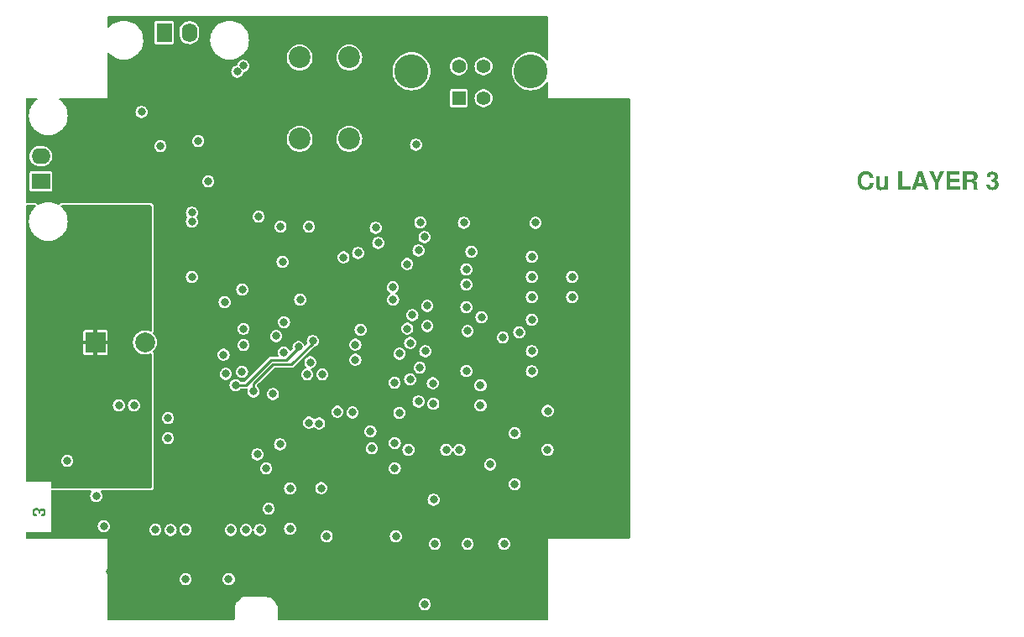
<source format=gbr>
%TF.GenerationSoftware,KiCad,Pcbnew,7.0.9-7.0.9~ubuntu22.04.1*%
%TF.CreationDate,2023-12-22T21:37:51-08:00*%
%TF.ProjectId,IMU-2X,494d552d-3258-42e6-9b69-6361645f7063,2*%
%TF.SameCoordinates,Original*%
%TF.FileFunction,Copper,L3,Inr*%
%TF.FilePolarity,Positive*%
%FSLAX46Y46*%
G04 Gerber Fmt 4.6, Leading zero omitted, Abs format (unit mm)*
G04 Created by KiCad (PCBNEW 7.0.9-7.0.9~ubuntu22.04.1) date 2023-12-22 21:37:51*
%MOMM*%
%LPD*%
G01*
G04 APERTURE LIST*
%ADD10C,0.300000*%
%TA.AperFunction,NonConductor*%
%ADD11C,0.300000*%
%TD*%
%TA.AperFunction,ComponentPad*%
%ADD12C,2.200000*%
%TD*%
%TA.AperFunction,ComponentPad*%
%ADD13R,1.600200X1.905000*%
%TD*%
%TA.AperFunction,ComponentPad*%
%ADD14O,1.600200X1.905000*%
%TD*%
%TA.AperFunction,ComponentPad*%
%ADD15R,1.400000X1.400000*%
%TD*%
%TA.AperFunction,ComponentPad*%
%ADD16C,1.400000*%
%TD*%
%TA.AperFunction,ComponentPad*%
%ADD17C,3.429000*%
%TD*%
%TA.AperFunction,ComponentPad*%
%ADD18R,1.905000X1.600200*%
%TD*%
%TA.AperFunction,ComponentPad*%
%ADD19O,1.905000X1.600200*%
%TD*%
%TA.AperFunction,ComponentPad*%
%ADD20R,2.000000X2.000000*%
%TD*%
%TA.AperFunction,ComponentPad*%
%ADD21C,2.000000*%
%TD*%
%TA.AperFunction,ViaPad*%
%ADD22C,0.812800*%
%TD*%
%TA.AperFunction,Conductor*%
%ADD23C,0.254000*%
%TD*%
G04 APERTURE END LIST*
D10*
D11*
G36*
X214698400Y-88027224D02*
G01*
X214693760Y-88007053D01*
X214688631Y-87987521D01*
X214683015Y-87968630D01*
X214676911Y-87950380D01*
X214670320Y-87932770D01*
X214663240Y-87915800D01*
X214655673Y-87899471D01*
X214647619Y-87883781D01*
X214630046Y-87854324D01*
X214610523Y-87827429D01*
X214589049Y-87803095D01*
X214565624Y-87781322D01*
X214540249Y-87762111D01*
X214512922Y-87745462D01*
X214483645Y-87731374D01*
X214452417Y-87719847D01*
X214419238Y-87710882D01*
X214401917Y-87707360D01*
X214384109Y-87704478D01*
X214365813Y-87702237D01*
X214347028Y-87700636D01*
X214327757Y-87699675D01*
X214307997Y-87699355D01*
X214280532Y-87700020D01*
X214253830Y-87702015D01*
X214227891Y-87705340D01*
X214202716Y-87709995D01*
X214178303Y-87715979D01*
X214154655Y-87723294D01*
X214131769Y-87731938D01*
X214109647Y-87741913D01*
X214088289Y-87753217D01*
X214067693Y-87765852D01*
X214047861Y-87779816D01*
X214028793Y-87795110D01*
X214010488Y-87811734D01*
X213992946Y-87829689D01*
X213976167Y-87848973D01*
X213960152Y-87869586D01*
X213945007Y-87891330D01*
X213930839Y-87914112D01*
X213917648Y-87937932D01*
X213905435Y-87962790D01*
X213894198Y-87988687D01*
X213883939Y-88015621D01*
X213874656Y-88043594D01*
X213866351Y-88072605D01*
X213859023Y-88102654D01*
X213852672Y-88133741D01*
X213847298Y-88165866D01*
X213842901Y-88199030D01*
X213839481Y-88233232D01*
X213838137Y-88250722D01*
X213837038Y-88268471D01*
X213836183Y-88286481D01*
X213835573Y-88304749D01*
X213835206Y-88323278D01*
X213835084Y-88342065D01*
X213835202Y-88360557D01*
X213835557Y-88378795D01*
X213836149Y-88396778D01*
X213836977Y-88414506D01*
X213838042Y-88431980D01*
X213840882Y-88466165D01*
X213844668Y-88499332D01*
X213849401Y-88531481D01*
X213855080Y-88562612D01*
X213861706Y-88592726D01*
X213869279Y-88621821D01*
X213877798Y-88649899D01*
X213887263Y-88676959D01*
X213897675Y-88703001D01*
X213909034Y-88728026D01*
X213921339Y-88752033D01*
X213934591Y-88775021D01*
X213948790Y-88796992D01*
X213956244Y-88807596D01*
X213971818Y-88827895D01*
X213988142Y-88846884D01*
X214005215Y-88864563D01*
X214023039Y-88880933D01*
X214041612Y-88895993D01*
X214060935Y-88909743D01*
X214081008Y-88922184D01*
X214101831Y-88933316D01*
X214123403Y-88943137D01*
X214145725Y-88951650D01*
X214168797Y-88958852D01*
X214192619Y-88964745D01*
X214217190Y-88969329D01*
X214242512Y-88972603D01*
X214268583Y-88974567D01*
X214295404Y-88975222D01*
X214317007Y-88974851D01*
X214338063Y-88973736D01*
X214358574Y-88971879D01*
X214378538Y-88969278D01*
X214397956Y-88965935D01*
X214416828Y-88961848D01*
X214435154Y-88957019D01*
X214452933Y-88951446D01*
X214470166Y-88945131D01*
X214486853Y-88938072D01*
X214502994Y-88930271D01*
X214518588Y-88921726D01*
X214533636Y-88912439D01*
X214548138Y-88902408D01*
X214562094Y-88891635D01*
X214575504Y-88880118D01*
X214588299Y-88867918D01*
X214600413Y-88855094D01*
X214611845Y-88841645D01*
X214622594Y-88827572D01*
X214632662Y-88812875D01*
X214642048Y-88797554D01*
X214650752Y-88781608D01*
X214658774Y-88765038D01*
X214666114Y-88747844D01*
X214672772Y-88730026D01*
X214678748Y-88711583D01*
X214684043Y-88692516D01*
X214688655Y-88672825D01*
X214692585Y-88652510D01*
X214695834Y-88631570D01*
X214698400Y-88610006D01*
X215063616Y-88610006D01*
X215062316Y-88629422D01*
X215060639Y-88648586D01*
X215058587Y-88667498D01*
X215056159Y-88686158D01*
X215053356Y-88704567D01*
X215050176Y-88722723D01*
X215046621Y-88740628D01*
X215042690Y-88758280D01*
X215038384Y-88775681D01*
X215033701Y-88792830D01*
X215028643Y-88809726D01*
X215023209Y-88826371D01*
X215017400Y-88842764D01*
X215004654Y-88874795D01*
X214990404Y-88905817D01*
X214974652Y-88935833D01*
X214957397Y-88964840D01*
X214938639Y-88992840D01*
X214918378Y-89019832D01*
X214896613Y-89045817D01*
X214873346Y-89070794D01*
X214848576Y-89094763D01*
X214835628Y-89106370D01*
X214822391Y-89117671D01*
X214808899Y-89128614D01*
X214781148Y-89149423D01*
X214752376Y-89168797D01*
X214737608Y-89177946D01*
X214722584Y-89186736D01*
X214707304Y-89195167D01*
X214691769Y-89203239D01*
X214675979Y-89210953D01*
X214659934Y-89218308D01*
X214643634Y-89225304D01*
X214627078Y-89231942D01*
X214610267Y-89238220D01*
X214593200Y-89244140D01*
X214575878Y-89249701D01*
X214558301Y-89254903D01*
X214540469Y-89259747D01*
X214522381Y-89264231D01*
X214504038Y-89268357D01*
X214485440Y-89272124D01*
X214466586Y-89275533D01*
X214447477Y-89278582D01*
X214428113Y-89281273D01*
X214408494Y-89283605D01*
X214388619Y-89285579D01*
X214368489Y-89287193D01*
X214348104Y-89288449D01*
X214327463Y-89289346D01*
X214306567Y-89289884D01*
X214285416Y-89290063D01*
X214261820Y-89289813D01*
X214238532Y-89289062D01*
X214215551Y-89287811D01*
X214192877Y-89286060D01*
X214170510Y-89283808D01*
X214148450Y-89281056D01*
X214126696Y-89277803D01*
X214105250Y-89274050D01*
X214084111Y-89269796D01*
X214063280Y-89265042D01*
X214042755Y-89259788D01*
X214022537Y-89254033D01*
X214002626Y-89247778D01*
X213983022Y-89241022D01*
X213963725Y-89233766D01*
X213944736Y-89226009D01*
X213926053Y-89217752D01*
X213907677Y-89208995D01*
X213889609Y-89199737D01*
X213871847Y-89189979D01*
X213854393Y-89179720D01*
X213837245Y-89168961D01*
X213820405Y-89157702D01*
X213803871Y-89145942D01*
X213787645Y-89133682D01*
X213771726Y-89120921D01*
X213756113Y-89107660D01*
X213740808Y-89093898D01*
X213725810Y-89079636D01*
X213711119Y-89064874D01*
X213696735Y-89049611D01*
X213682657Y-89033848D01*
X213668951Y-89017654D01*
X213655681Y-89001101D01*
X213642845Y-88984189D01*
X213630444Y-88966917D01*
X213618478Y-88949285D01*
X213606948Y-88931294D01*
X213595853Y-88912943D01*
X213585192Y-88894232D01*
X213574967Y-88875162D01*
X213565177Y-88855732D01*
X213555822Y-88835942D01*
X213546903Y-88815793D01*
X213538418Y-88795284D01*
X213530368Y-88774416D01*
X213522754Y-88753188D01*
X213515575Y-88731600D01*
X213508830Y-88709653D01*
X213502521Y-88687346D01*
X213496647Y-88664679D01*
X213491208Y-88641653D01*
X213486204Y-88618267D01*
X213481636Y-88594522D01*
X213477502Y-88570417D01*
X213473804Y-88545952D01*
X213470540Y-88521128D01*
X213467712Y-88495944D01*
X213465319Y-88470401D01*
X213463361Y-88444497D01*
X213461838Y-88418235D01*
X213460750Y-88391612D01*
X213460098Y-88364630D01*
X213459880Y-88337289D01*
X213460100Y-88309785D01*
X213460759Y-88282644D01*
X213461857Y-88255865D01*
X213463395Y-88229449D01*
X213465372Y-88203394D01*
X213467789Y-88177702D01*
X213470644Y-88152372D01*
X213473939Y-88127403D01*
X213477674Y-88102798D01*
X213481848Y-88078554D01*
X213486461Y-88054672D01*
X213491514Y-88031153D01*
X213497005Y-88007996D01*
X213502937Y-87985201D01*
X213509307Y-87962768D01*
X213516117Y-87940697D01*
X213523367Y-87918989D01*
X213531055Y-87897642D01*
X213539183Y-87876658D01*
X213547751Y-87856036D01*
X213556757Y-87835776D01*
X213566204Y-87815879D01*
X213576089Y-87796343D01*
X213586414Y-87777170D01*
X213597178Y-87758359D01*
X213608381Y-87739910D01*
X213620024Y-87721823D01*
X213632106Y-87704098D01*
X213644628Y-87686736D01*
X213657589Y-87669735D01*
X213670989Y-87653097D01*
X213684829Y-87636821D01*
X213699071Y-87620978D01*
X213713626Y-87605637D01*
X213728493Y-87590800D01*
X213743672Y-87576465D01*
X213759163Y-87562634D01*
X213774966Y-87549305D01*
X213791081Y-87536479D01*
X213807508Y-87524157D01*
X213824248Y-87512337D01*
X213841299Y-87501020D01*
X213858663Y-87490207D01*
X213876339Y-87479896D01*
X213894327Y-87470088D01*
X213912627Y-87460783D01*
X213931240Y-87451981D01*
X213950164Y-87443682D01*
X213969401Y-87435886D01*
X213988949Y-87428593D01*
X214008810Y-87421803D01*
X214028983Y-87415516D01*
X214049468Y-87409732D01*
X214070265Y-87404451D01*
X214091374Y-87399673D01*
X214112796Y-87395398D01*
X214134529Y-87391625D01*
X214156575Y-87388356D01*
X214178933Y-87385590D01*
X214201603Y-87383326D01*
X214224585Y-87381566D01*
X214247879Y-87380309D01*
X214271485Y-87379554D01*
X214295404Y-87379303D01*
X214315456Y-87379471D01*
X214335281Y-87379978D01*
X214354879Y-87380822D01*
X214374250Y-87382003D01*
X214393393Y-87383522D01*
X214412309Y-87385379D01*
X214430997Y-87387573D01*
X214449459Y-87390105D01*
X214467693Y-87392974D01*
X214485699Y-87396181D01*
X214503479Y-87399726D01*
X214521031Y-87403608D01*
X214538356Y-87407828D01*
X214555453Y-87412385D01*
X214572323Y-87417280D01*
X214588966Y-87422512D01*
X214621570Y-87433989D01*
X214653264Y-87446817D01*
X214684049Y-87460995D01*
X214713925Y-87476523D01*
X214742892Y-87493402D01*
X214770950Y-87511631D01*
X214798098Y-87531210D01*
X214824337Y-87552140D01*
X214849465Y-87574199D01*
X214873171Y-87597276D01*
X214895456Y-87621371D01*
X214916319Y-87646483D01*
X214935761Y-87672614D01*
X214953782Y-87699762D01*
X214970380Y-87727928D01*
X214985557Y-87757112D01*
X214999313Y-87787314D01*
X215011647Y-87818533D01*
X215022560Y-87850771D01*
X215032051Y-87884026D01*
X215036263Y-87901035D01*
X215040120Y-87918299D01*
X215043622Y-87935817D01*
X215046768Y-87953589D01*
X215049559Y-87971616D01*
X215051995Y-87989898D01*
X215054075Y-88008434D01*
X215055800Y-88027224D01*
X214698400Y-88027224D01*
G37*
G36*
X216524914Y-89232741D02*
G01*
X216174897Y-89232741D01*
X216174897Y-89072497D01*
X216156317Y-89098843D01*
X216136838Y-89123489D01*
X216116460Y-89146436D01*
X216095183Y-89167682D01*
X216073007Y-89187229D01*
X216049931Y-89205077D01*
X216025957Y-89221224D01*
X216001083Y-89235672D01*
X215975311Y-89248420D01*
X215948639Y-89259468D01*
X215921068Y-89268817D01*
X215892599Y-89276465D01*
X215863230Y-89282415D01*
X215832962Y-89286664D01*
X215801795Y-89289213D01*
X215769729Y-89290063D01*
X215743234Y-89289585D01*
X215717489Y-89288150D01*
X215692493Y-89285758D01*
X215668247Y-89282409D01*
X215644751Y-89278104D01*
X215622005Y-89272842D01*
X215600008Y-89266623D01*
X215578762Y-89259448D01*
X215558265Y-89251315D01*
X215538518Y-89242226D01*
X215519520Y-89232181D01*
X215501273Y-89221178D01*
X215483775Y-89209219D01*
X215467027Y-89196303D01*
X215451029Y-89182430D01*
X215435780Y-89167601D01*
X215421372Y-89151901D01*
X215407893Y-89135418D01*
X215395343Y-89118151D01*
X215383723Y-89100100D01*
X215373033Y-89081266D01*
X215363272Y-89061647D01*
X215354441Y-89041245D01*
X215346539Y-89020060D01*
X215339567Y-88998090D01*
X215333525Y-88975337D01*
X215328412Y-88951801D01*
X215324229Y-88927480D01*
X215320975Y-88902376D01*
X215318651Y-88876488D01*
X215317257Y-88849817D01*
X215316792Y-88822361D01*
X215316792Y-87882180D01*
X215667243Y-87882180D01*
X215667243Y-88749839D01*
X215668122Y-88779235D01*
X215670758Y-88806735D01*
X215675151Y-88832337D01*
X215681302Y-88856044D01*
X215689211Y-88877854D01*
X215698876Y-88897767D01*
X215710300Y-88915784D01*
X215723480Y-88931904D01*
X215738418Y-88946128D01*
X215755114Y-88958455D01*
X215773566Y-88968886D01*
X215793777Y-88977421D01*
X215815744Y-88984058D01*
X215839469Y-88988800D01*
X215864952Y-88991644D01*
X215892192Y-88992593D01*
X215915688Y-88991955D01*
X215938298Y-88990043D01*
X215960023Y-88986856D01*
X215980863Y-88982394D01*
X216000817Y-88976658D01*
X216019886Y-88969646D01*
X216038069Y-88961360D01*
X216055366Y-88951799D01*
X216071778Y-88940963D01*
X216087305Y-88928853D01*
X216097164Y-88920071D01*
X216111056Y-88906053D01*
X216123581Y-88891195D01*
X216134740Y-88875498D01*
X216144533Y-88858962D01*
X216152959Y-88841585D01*
X216160019Y-88823369D01*
X216165712Y-88804313D01*
X216170039Y-88784417D01*
X216173000Y-88763682D01*
X216174594Y-88742107D01*
X216174897Y-88727257D01*
X216174897Y-87882180D01*
X216524914Y-87882180D01*
X216524914Y-89232741D01*
G37*
G36*
X217946259Y-87409267D02*
G01*
X217946259Y-88920071D01*
X218819130Y-88920071D01*
X218819130Y-89232741D01*
X217571055Y-89232741D01*
X217571055Y-87409267D01*
X217946259Y-87409267D01*
G37*
G36*
X220630009Y-89232741D02*
G01*
X220244818Y-89232741D01*
X220124961Y-88864919D01*
X219441864Y-88864919D01*
X219319401Y-89232741D01*
X218936815Y-89232741D01*
X219178447Y-88552249D01*
X219546956Y-88552249D01*
X220022040Y-88552249D01*
X219784498Y-87839622D01*
X219546956Y-88552249D01*
X219178447Y-88552249D01*
X219584302Y-87409267D01*
X219999893Y-87409267D01*
X220630009Y-89232741D01*
G37*
G36*
X221650964Y-88557460D02*
G01*
X221650964Y-89232741D01*
X221275760Y-89232741D01*
X221275760Y-88557460D01*
X220670396Y-87409267D01*
X221088158Y-87409267D01*
X221460756Y-88214826D01*
X221808167Y-87409267D01*
X222228534Y-87409267D01*
X221650964Y-88557460D01*
G37*
G36*
X222820436Y-88447157D02*
G01*
X222820436Y-88920071D01*
X223808386Y-88920071D01*
X223808386Y-89232741D01*
X222445232Y-89232741D01*
X222445232Y-87409267D01*
X223763223Y-87409267D01*
X223763223Y-87721937D01*
X222820436Y-87721937D01*
X222820436Y-88134487D01*
X223693306Y-88134487D01*
X223693306Y-88447157D01*
X222820436Y-88447157D01*
G37*
G36*
X225095988Y-87409453D02*
G01*
X225121487Y-87410433D01*
X225146299Y-87412252D01*
X225170423Y-87414911D01*
X225193861Y-87418410D01*
X225216611Y-87422749D01*
X225238675Y-87427927D01*
X225260051Y-87433944D01*
X225280740Y-87440802D01*
X225300743Y-87448499D01*
X225320058Y-87457036D01*
X225338591Y-87466178D01*
X225356246Y-87475855D01*
X225373024Y-87486066D01*
X225388923Y-87496812D01*
X225403945Y-87508092D01*
X225418088Y-87519906D01*
X225431354Y-87532254D01*
X225443742Y-87545137D01*
X225455252Y-87558554D01*
X225465884Y-87572506D01*
X225472485Y-87582104D01*
X225484848Y-87601456D01*
X225496315Y-87620862D01*
X225506887Y-87640322D01*
X225516563Y-87659837D01*
X225525343Y-87679406D01*
X225533228Y-87699029D01*
X225540216Y-87718707D01*
X225546310Y-87738439D01*
X225551602Y-87758191D01*
X225556189Y-87778147D01*
X225560070Y-87798306D01*
X225563246Y-87818669D01*
X225565716Y-87839236D01*
X225567480Y-87860006D01*
X225568539Y-87880979D01*
X225568891Y-87902156D01*
X225568591Y-87922579D01*
X225567689Y-87942590D01*
X225566185Y-87962192D01*
X225564081Y-87981382D01*
X225561375Y-88000162D01*
X225558067Y-88018532D01*
X225554158Y-88036491D01*
X225549648Y-88054040D01*
X225544537Y-88071178D01*
X225538824Y-88087906D01*
X225532510Y-88104223D01*
X225518077Y-88135626D01*
X225501239Y-88165386D01*
X225481996Y-88193505D01*
X225460347Y-88219981D01*
X225436293Y-88244816D01*
X225423364Y-88256617D01*
X225409833Y-88268008D01*
X225395702Y-88278989D01*
X225380968Y-88289559D01*
X225365634Y-88299718D01*
X225349698Y-88309467D01*
X225333161Y-88318805D01*
X225316022Y-88327733D01*
X225298282Y-88336250D01*
X225279941Y-88344357D01*
X225260998Y-88352054D01*
X225277385Y-88358825D01*
X225296323Y-88366794D01*
X225313543Y-88374211D01*
X225331940Y-88382384D01*
X225347863Y-88389763D01*
X225361313Y-88396348D01*
X225377653Y-88405739D01*
X225392038Y-88416183D01*
X225406507Y-88428704D01*
X225418975Y-88441091D01*
X225427321Y-88450197D01*
X225439230Y-88463943D01*
X225451116Y-88479323D01*
X225460841Y-88493997D01*
X225469309Y-88509902D01*
X225472485Y-88517508D01*
X225478130Y-88535611D01*
X225482364Y-88553286D01*
X225485893Y-88570696D01*
X225489421Y-88590546D01*
X225492244Y-88608181D01*
X225495067Y-88627377D01*
X225497747Y-88647319D01*
X225500142Y-88667193D01*
X225502252Y-88687000D01*
X225504078Y-88706738D01*
X225505618Y-88726409D01*
X225506873Y-88746012D01*
X225507843Y-88765547D01*
X225508529Y-88785015D01*
X225509180Y-88805615D01*
X225509832Y-88828549D01*
X225510320Y-88847282D01*
X225510809Y-88867328D01*
X225511297Y-88888687D01*
X225511786Y-88911358D01*
X225512274Y-88935343D01*
X225512763Y-88960640D01*
X225513089Y-88978235D01*
X225513414Y-88996413D01*
X225513740Y-89015174D01*
X225514446Y-89034349D01*
X225516564Y-89052462D01*
X225520095Y-89069514D01*
X225526999Y-89090599D01*
X225536414Y-89109798D01*
X225548339Y-89127111D01*
X225562775Y-89142538D01*
X225579721Y-89156078D01*
X225594079Y-89164995D01*
X225594079Y-89232741D01*
X225191082Y-89232741D01*
X225182763Y-89216537D01*
X225175177Y-89200496D01*
X225166725Y-89180675D01*
X225159418Y-89161107D01*
X225153256Y-89141794D01*
X225148239Y-89122736D01*
X225145050Y-89107673D01*
X225141797Y-89087291D01*
X225139592Y-89068604D01*
X225137740Y-89047800D01*
X225136240Y-89024879D01*
X225135347Y-89006299D01*
X225134652Y-88986528D01*
X225134156Y-88965566D01*
X225133858Y-88943414D01*
X225133759Y-88920071D01*
X225133793Y-88901798D01*
X225133931Y-88880388D01*
X225134175Y-88860568D01*
X225134525Y-88842339D01*
X225135084Y-88822563D01*
X225135797Y-88805077D01*
X225135930Y-88802385D01*
X225136946Y-88784244D01*
X225137801Y-88764682D01*
X225138330Y-88746368D01*
X225138536Y-88727257D01*
X225138051Y-88706319D01*
X225136597Y-88686494D01*
X225134173Y-88667785D01*
X225130780Y-88650189D01*
X225124748Y-88628462D01*
X225116993Y-88608717D01*
X225107513Y-88590953D01*
X225096311Y-88575170D01*
X225083385Y-88561369D01*
X225068647Y-88549257D01*
X225051792Y-88538760D01*
X225032820Y-88529878D01*
X225011731Y-88522611D01*
X224994525Y-88518220D01*
X224976128Y-88514738D01*
X224956541Y-88512164D01*
X224935762Y-88510499D01*
X224913793Y-88509742D01*
X224906205Y-88509691D01*
X224475850Y-88509691D01*
X224475850Y-89232741D01*
X224100646Y-89232741D01*
X224100646Y-87721937D01*
X224475850Y-87721937D01*
X224475850Y-88197021D01*
X224928352Y-88197021D01*
X224952680Y-88196605D01*
X224975833Y-88195357D01*
X224997810Y-88193277D01*
X225018611Y-88190365D01*
X225038237Y-88186621D01*
X225056688Y-88182044D01*
X225073962Y-88176636D01*
X225095167Y-88168131D01*
X225114281Y-88158146D01*
X225127245Y-88149687D01*
X225142818Y-88136191D01*
X225156314Y-88119587D01*
X225167734Y-88099875D01*
X225174936Y-88083052D01*
X225180970Y-88064481D01*
X225185836Y-88044162D01*
X225189535Y-88022094D01*
X225192065Y-87998279D01*
X225193428Y-87972716D01*
X225193688Y-87954702D01*
X225193115Y-87929230D01*
X225191398Y-87905415D01*
X225188535Y-87883256D01*
X225184527Y-87862754D01*
X225179375Y-87843908D01*
X225173077Y-87826718D01*
X225162899Y-87806376D01*
X225150685Y-87788978D01*
X225136436Y-87774525D01*
X225128548Y-87768403D01*
X225111171Y-87757513D01*
X225091608Y-87748074D01*
X225069861Y-87740088D01*
X225052117Y-87735051D01*
X225033144Y-87730831D01*
X225012942Y-87727427D01*
X224991511Y-87724841D01*
X224968850Y-87723071D01*
X224944961Y-87722118D01*
X224928352Y-87721937D01*
X224475850Y-87721937D01*
X224100646Y-87721937D01*
X224100646Y-87409267D01*
X225078608Y-87409267D01*
X225095988Y-87409453D01*
G37*
G36*
X226483017Y-87987272D02*
G01*
X226483356Y-87961747D01*
X226484376Y-87936794D01*
X226486074Y-87912414D01*
X226488452Y-87888606D01*
X226491509Y-87865371D01*
X226495246Y-87842708D01*
X226499662Y-87820618D01*
X226504757Y-87799100D01*
X226510532Y-87778155D01*
X226516986Y-87757782D01*
X226521666Y-87744519D01*
X226529089Y-87725211D01*
X226536862Y-87706697D01*
X226544987Y-87688977D01*
X226553462Y-87672051D01*
X226562289Y-87655919D01*
X226571467Y-87640580D01*
X226580997Y-87626036D01*
X226594248Y-87607878D01*
X226608125Y-87591132D01*
X226618941Y-87579498D01*
X226634032Y-87564788D01*
X226649774Y-87550837D01*
X226666167Y-87537646D01*
X226683212Y-87525215D01*
X226700909Y-87513544D01*
X226719256Y-87502634D01*
X226738255Y-87492483D01*
X226757906Y-87483092D01*
X226777848Y-87474352D01*
X226797505Y-87466373D01*
X226816877Y-87459153D01*
X226835965Y-87452693D01*
X226854767Y-87446994D01*
X226873284Y-87442054D01*
X226891516Y-87437874D01*
X226909464Y-87434454D01*
X226927370Y-87431503D01*
X226945481Y-87428944D01*
X226963794Y-87426780D01*
X226982312Y-87425009D01*
X227001032Y-87423632D01*
X227019957Y-87422648D01*
X227039085Y-87422057D01*
X227058416Y-87421861D01*
X227090196Y-87422375D01*
X227121154Y-87423916D01*
X227151291Y-87426486D01*
X227180607Y-87430084D01*
X227209102Y-87434710D01*
X227236777Y-87440364D01*
X227263630Y-87447046D01*
X227289662Y-87454756D01*
X227314873Y-87463494D01*
X227339263Y-87473260D01*
X227362832Y-87484054D01*
X227385580Y-87495875D01*
X227407507Y-87508725D01*
X227428613Y-87522603D01*
X227448897Y-87537509D01*
X227468361Y-87553442D01*
X227486872Y-87570182D01*
X227504188Y-87587614D01*
X227520310Y-87605737D01*
X227535238Y-87624553D01*
X227548971Y-87644061D01*
X227561511Y-87664261D01*
X227572856Y-87685153D01*
X227583007Y-87706738D01*
X227591964Y-87729014D01*
X227599726Y-87751982D01*
X227606294Y-87775643D01*
X227611668Y-87799996D01*
X227615848Y-87825041D01*
X227618834Y-87850777D01*
X227620625Y-87877206D01*
X227621222Y-87904328D01*
X227620737Y-87927073D01*
X227619283Y-87949223D01*
X227616860Y-87970778D01*
X227613466Y-87991737D01*
X227609104Y-88012100D01*
X227603772Y-88031869D01*
X227597470Y-88051042D01*
X227590199Y-88069619D01*
X227581959Y-88087601D01*
X227572749Y-88104988D01*
X227566071Y-88116248D01*
X227555138Y-88132760D01*
X227543022Y-88149073D01*
X227529723Y-88165187D01*
X227515241Y-88181103D01*
X227499576Y-88196820D01*
X227482728Y-88212339D01*
X227464696Y-88227660D01*
X227445481Y-88242782D01*
X227425083Y-88257706D01*
X227403502Y-88272431D01*
X227388457Y-88282137D01*
X227406925Y-88291335D01*
X227424765Y-88300797D01*
X227441978Y-88310524D01*
X227458563Y-88320515D01*
X227474521Y-88330771D01*
X227489851Y-88341292D01*
X227504553Y-88352077D01*
X227518627Y-88363127D01*
X227532074Y-88374442D01*
X227551068Y-88391910D01*
X227568649Y-88409973D01*
X227584818Y-88428632D01*
X227599575Y-88447887D01*
X227608628Y-88461054D01*
X227621123Y-88481430D01*
X227632389Y-88502662D01*
X227642426Y-88524748D01*
X227651234Y-88547689D01*
X227658813Y-88571486D01*
X227665162Y-88596137D01*
X227670283Y-88621643D01*
X227673014Y-88639122D01*
X227675199Y-88656981D01*
X227676838Y-88675220D01*
X227677930Y-88693840D01*
X227678477Y-88712839D01*
X227678545Y-88722481D01*
X227677885Y-88754580D01*
X227675905Y-88785849D01*
X227672606Y-88816287D01*
X227667987Y-88845893D01*
X227662048Y-88874668D01*
X227654789Y-88902612D01*
X227646211Y-88929724D01*
X227636313Y-88956006D01*
X227625095Y-88981456D01*
X227612557Y-89006075D01*
X227598700Y-89029863D01*
X227583523Y-89052820D01*
X227567026Y-89074945D01*
X227549209Y-89096239D01*
X227530073Y-89116702D01*
X227509616Y-89136334D01*
X227488108Y-89154950D01*
X227465708Y-89172364D01*
X227442416Y-89188578D01*
X227418231Y-89203591D01*
X227393154Y-89217402D01*
X227367185Y-89230013D01*
X227340323Y-89241422D01*
X227312569Y-89251631D01*
X227283923Y-89260639D01*
X227254385Y-89268445D01*
X227223954Y-89275051D01*
X227192631Y-89280455D01*
X227160416Y-89284659D01*
X227127308Y-89287661D01*
X227093308Y-89289463D01*
X227058416Y-89290063D01*
X227024761Y-89289453D01*
X226991974Y-89287621D01*
X226960056Y-89284567D01*
X226929006Y-89280292D01*
X226898824Y-89274796D01*
X226869512Y-89268079D01*
X226841067Y-89260140D01*
X226813491Y-89250980D01*
X226786784Y-89240598D01*
X226760946Y-89228995D01*
X226735975Y-89216171D01*
X226711874Y-89202125D01*
X226688641Y-89186858D01*
X226666276Y-89170369D01*
X226644780Y-89152660D01*
X226624152Y-89133728D01*
X226604633Y-89113762D01*
X226586351Y-89092948D01*
X226569308Y-89071286D01*
X226553503Y-89048776D01*
X226538937Y-89025417D01*
X226525609Y-89001210D01*
X226513519Y-88976155D01*
X226502667Y-88950252D01*
X226493054Y-88923501D01*
X226484679Y-88895901D01*
X226477543Y-88867453D01*
X226471644Y-88838158D01*
X226466985Y-88808014D01*
X226463563Y-88777021D01*
X226461380Y-88745181D01*
X226460435Y-88712492D01*
X226800464Y-88712492D01*
X226803281Y-88746095D01*
X226807934Y-88777530D01*
X226814423Y-88806797D01*
X226822747Y-88833896D01*
X226832906Y-88858828D01*
X226844901Y-88881591D01*
X226858731Y-88902186D01*
X226874397Y-88920613D01*
X226891898Y-88936873D01*
X226911235Y-88950964D01*
X226932407Y-88962888D01*
X226955414Y-88972644D01*
X226980257Y-88980231D01*
X227006936Y-88985651D01*
X227035449Y-88988903D01*
X227065799Y-88989987D01*
X227087014Y-88989331D01*
X227107503Y-88987361D01*
X227127268Y-88984079D01*
X227146307Y-88979483D01*
X227164621Y-88973575D01*
X227182210Y-88966354D01*
X227199074Y-88957819D01*
X227215213Y-88947972D01*
X227230626Y-88936812D01*
X227245314Y-88924339D01*
X227254703Y-88915294D01*
X227267897Y-88900833D01*
X227279792Y-88885625D01*
X227290390Y-88869668D01*
X227299690Y-88852963D01*
X227307693Y-88835510D01*
X227314398Y-88817310D01*
X227319805Y-88798361D01*
X227323914Y-88778663D01*
X227326726Y-88758218D01*
X227328240Y-88737025D01*
X227328528Y-88722481D01*
X227328066Y-88704393D01*
X227326681Y-88686771D01*
X227323397Y-88663999D01*
X227318471Y-88642055D01*
X227311902Y-88620939D01*
X227303692Y-88600651D01*
X227293840Y-88581190D01*
X227282345Y-88562558D01*
X227275982Y-88553552D01*
X227262296Y-88536466D01*
X227247511Y-88520819D01*
X227231626Y-88506611D01*
X227214643Y-88493841D01*
X227196560Y-88482509D01*
X227177377Y-88472616D01*
X227157096Y-88464161D01*
X227135715Y-88457145D01*
X227117218Y-88453074D01*
X227096686Y-88449546D01*
X227074118Y-88446560D01*
X227055856Y-88444677D01*
X227036449Y-88443100D01*
X227015897Y-88441827D01*
X226994199Y-88440860D01*
X226971357Y-88440199D01*
X226947370Y-88439843D01*
X226930743Y-88439775D01*
X226930743Y-88204838D01*
X226960707Y-88204838D01*
X226979783Y-88204576D01*
X226998254Y-88203791D01*
X227016119Y-88202483D01*
X227050032Y-88198297D01*
X227081523Y-88192017D01*
X227110592Y-88183644D01*
X227137238Y-88173177D01*
X227161461Y-88160617D01*
X227183263Y-88145964D01*
X227202642Y-88129218D01*
X227219599Y-88110379D01*
X227234133Y-88089446D01*
X227246245Y-88066420D01*
X227255934Y-88041300D01*
X227263201Y-88014087D01*
X227268046Y-87984781D01*
X227270468Y-87953382D01*
X227270771Y-87936897D01*
X227270264Y-87916724D01*
X227268741Y-87897407D01*
X227266203Y-87878944D01*
X227262649Y-87861335D01*
X227256332Y-87839188D01*
X227248210Y-87818560D01*
X227238283Y-87799453D01*
X227226551Y-87781865D01*
X227213014Y-87765797D01*
X227197937Y-87751446D01*
X227181367Y-87739009D01*
X227163305Y-87728485D01*
X227143749Y-87719874D01*
X227122701Y-87713177D01*
X227100160Y-87708393D01*
X227082274Y-87706061D01*
X227063549Y-87704805D01*
X227050600Y-87704566D01*
X227025633Y-87705249D01*
X227002193Y-87707299D01*
X226980279Y-87710715D01*
X226959893Y-87715497D01*
X226941033Y-87721646D01*
X226923699Y-87729162D01*
X226907893Y-87738043D01*
X226893613Y-87748291D01*
X226876948Y-87764081D01*
X226862998Y-87782299D01*
X226854031Y-87797499D01*
X226845858Y-87814111D01*
X226838479Y-87832135D01*
X226831893Y-87851571D01*
X226826102Y-87872420D01*
X226821105Y-87894680D01*
X226816901Y-87918353D01*
X226813491Y-87943438D01*
X226811659Y-87960946D01*
X226810180Y-87979082D01*
X226809054Y-87997845D01*
X226808280Y-88017236D01*
X226483017Y-88017236D01*
X226483017Y-87987272D01*
G37*
D10*
D11*
G36*
X131153520Y-122204707D02*
G01*
X131171752Y-122204465D01*
X131189576Y-122203737D01*
X131206990Y-122202523D01*
X131223996Y-122200825D01*
X131240592Y-122198641D01*
X131256780Y-122195972D01*
X131272559Y-122192818D01*
X131287928Y-122189178D01*
X131302889Y-122185054D01*
X131317441Y-122180443D01*
X131326915Y-122177100D01*
X131340706Y-122171799D01*
X131353931Y-122166246D01*
X131366588Y-122160443D01*
X131378678Y-122154389D01*
X131390201Y-122148084D01*
X131401157Y-122141528D01*
X131411546Y-122134722D01*
X131424516Y-122125256D01*
X131436477Y-122115344D01*
X131444787Y-122107618D01*
X131455294Y-122096839D01*
X131465259Y-122085595D01*
X131474681Y-122073885D01*
X131483560Y-122061710D01*
X131491897Y-122049070D01*
X131499690Y-122035965D01*
X131506941Y-122022394D01*
X131513649Y-122008358D01*
X131519891Y-121994114D01*
X131525591Y-121980073D01*
X131530748Y-121966235D01*
X131535362Y-121952602D01*
X131539433Y-121939171D01*
X131542961Y-121925945D01*
X131545947Y-121912922D01*
X131548390Y-121900102D01*
X131550498Y-121887312D01*
X131552325Y-121874376D01*
X131553871Y-121861295D01*
X131555136Y-121848068D01*
X131556120Y-121834696D01*
X131556823Y-121821179D01*
X131557245Y-121807516D01*
X131557385Y-121793708D01*
X131557018Y-121771008D01*
X131555917Y-121748895D01*
X131554081Y-121727368D01*
X131551511Y-121706428D01*
X131548207Y-121686075D01*
X131544168Y-121666307D01*
X131539395Y-121647127D01*
X131533888Y-121628532D01*
X131527647Y-121610524D01*
X131520671Y-121593103D01*
X131512962Y-121576268D01*
X131504517Y-121560019D01*
X131495339Y-121544357D01*
X131485426Y-121529282D01*
X131474779Y-121514792D01*
X131463398Y-121500890D01*
X131451441Y-121487668D01*
X131438990Y-121475299D01*
X131426045Y-121463783D01*
X131412605Y-121453121D01*
X131398671Y-121443311D01*
X131384242Y-121434354D01*
X131369319Y-121426251D01*
X131353902Y-121419000D01*
X131337990Y-121412602D01*
X131321584Y-121407058D01*
X131304683Y-121402366D01*
X131287289Y-121398528D01*
X131269399Y-121395542D01*
X131251016Y-121393409D01*
X131232138Y-121392130D01*
X131212766Y-121391703D01*
X131196519Y-121392050D01*
X131180698Y-121393088D01*
X131165302Y-121394820D01*
X131150331Y-121397243D01*
X131135785Y-121400359D01*
X131121665Y-121404168D01*
X131107970Y-121408669D01*
X131094700Y-121413862D01*
X131081856Y-121419748D01*
X131069437Y-121426327D01*
X131061394Y-121431097D01*
X131049600Y-121438906D01*
X131037948Y-121447560D01*
X131026438Y-121457060D01*
X131015069Y-121467404D01*
X131003842Y-121478593D01*
X130992757Y-121490628D01*
X130981814Y-121503508D01*
X130971013Y-121517233D01*
X130960353Y-121531803D01*
X130949835Y-121547218D01*
X130942902Y-121557964D01*
X130936332Y-121544773D01*
X130929574Y-121532030D01*
X130922626Y-121519735D01*
X130915489Y-121507888D01*
X130908163Y-121496490D01*
X130900648Y-121485540D01*
X130892945Y-121475039D01*
X130885052Y-121464985D01*
X130876970Y-121455380D01*
X130864493Y-121441814D01*
X130851590Y-121429256D01*
X130838262Y-121417706D01*
X130824509Y-121407166D01*
X130815104Y-121400699D01*
X130800550Y-121391774D01*
X130785384Y-121383727D01*
X130769608Y-121376558D01*
X130753222Y-121370266D01*
X130736224Y-121364853D01*
X130718616Y-121360317D01*
X130700398Y-121356660D01*
X130687913Y-121354709D01*
X130675156Y-121353148D01*
X130662128Y-121351978D01*
X130648829Y-121351197D01*
X130635258Y-121350807D01*
X130628371Y-121350759D01*
X130605442Y-121351230D01*
X130583108Y-121352644D01*
X130561367Y-121355001D01*
X130540219Y-121358300D01*
X130519666Y-121362542D01*
X130499706Y-121367727D01*
X130480340Y-121373854D01*
X130461567Y-121380924D01*
X130443388Y-121388937D01*
X130425803Y-121397893D01*
X130408812Y-121407791D01*
X130392414Y-121418632D01*
X130376611Y-121430415D01*
X130361400Y-121443141D01*
X130346784Y-121456810D01*
X130332761Y-121471422D01*
X130319464Y-121486785D01*
X130307025Y-121502785D01*
X130295444Y-121519422D01*
X130284721Y-121536697D01*
X130274855Y-121554609D01*
X130265848Y-121573159D01*
X130257698Y-121592346D01*
X130250406Y-121612170D01*
X130243972Y-121632631D01*
X130238396Y-121653730D01*
X130233678Y-121675466D01*
X130229818Y-121697840D01*
X130226815Y-121720851D01*
X130224670Y-121744499D01*
X130223384Y-121768785D01*
X130222955Y-121793708D01*
X130223391Y-121817747D01*
X130224699Y-121841166D01*
X130226880Y-121863965D01*
X130229934Y-121886144D01*
X130233860Y-121907702D01*
X130238658Y-121928640D01*
X130244329Y-121948957D01*
X130250872Y-121968654D01*
X130258287Y-121987730D01*
X130266575Y-122006187D01*
X130275735Y-122024022D01*
X130285768Y-122041238D01*
X130296673Y-122057833D01*
X130308450Y-122073808D01*
X130321100Y-122089162D01*
X130334622Y-122103896D01*
X130348884Y-122117839D01*
X130363751Y-122130897D01*
X130379224Y-122143071D01*
X130395303Y-122154360D01*
X130411988Y-122164764D01*
X130429278Y-122174285D01*
X130447175Y-122182920D01*
X130465677Y-122190671D01*
X130484785Y-122197538D01*
X130504499Y-122203520D01*
X130524819Y-122208617D01*
X130545744Y-122212830D01*
X130567276Y-122216159D01*
X130589413Y-122218603D01*
X130612156Y-122220162D01*
X130635505Y-122220837D01*
X130635505Y-121977960D01*
X130611503Y-121975947D01*
X130589050Y-121972623D01*
X130568145Y-121967989D01*
X130548788Y-121962043D01*
X130530980Y-121954786D01*
X130514721Y-121946219D01*
X130500010Y-121936340D01*
X130486847Y-121925150D01*
X130475234Y-121912649D01*
X130465168Y-121898837D01*
X130456651Y-121883714D01*
X130449683Y-121867280D01*
X130444263Y-121849535D01*
X130440392Y-121830479D01*
X130438069Y-121810112D01*
X130437295Y-121788434D01*
X130437764Y-121773281D01*
X130439170Y-121758645D01*
X130441515Y-121744528D01*
X130444798Y-121730928D01*
X130449018Y-121717847D01*
X130454176Y-121705283D01*
X130460272Y-121693238D01*
X130467306Y-121681710D01*
X130475277Y-121670701D01*
X130484187Y-121660209D01*
X130490647Y-121653502D01*
X130500976Y-121644079D01*
X130511839Y-121635582D01*
X130523237Y-121628012D01*
X130535169Y-121621369D01*
X130547635Y-121615653D01*
X130560636Y-121610864D01*
X130574171Y-121607001D01*
X130588240Y-121604066D01*
X130602844Y-121602058D01*
X130617982Y-121600976D01*
X130628371Y-121600770D01*
X130641291Y-121601100D01*
X130653878Y-121602090D01*
X130670143Y-121604436D01*
X130685818Y-121607954D01*
X130700900Y-121612646D01*
X130715392Y-121618511D01*
X130729292Y-121625548D01*
X130742601Y-121633758D01*
X130749034Y-121638303D01*
X130761238Y-121648079D01*
X130772415Y-121658640D01*
X130782564Y-121669986D01*
X130791685Y-121682117D01*
X130799779Y-121695034D01*
X130806846Y-121708735D01*
X130812885Y-121723222D01*
X130817896Y-121738494D01*
X130820804Y-121751706D01*
X130823324Y-121766372D01*
X130825457Y-121782492D01*
X130826802Y-121795537D01*
X130827929Y-121809399D01*
X130828837Y-121824079D01*
X130829528Y-121839577D01*
X130830001Y-121855892D01*
X130830255Y-121873026D01*
X130830304Y-121884903D01*
X130998115Y-121884903D01*
X130998115Y-121863500D01*
X130998302Y-121849874D01*
X130998863Y-121836681D01*
X130999798Y-121823920D01*
X131002788Y-121799696D01*
X131007274Y-121777203D01*
X131013254Y-121756440D01*
X131020730Y-121737407D01*
X131029702Y-121720104D01*
X131040168Y-121704531D01*
X131052130Y-121690689D01*
X131065587Y-121678577D01*
X131080539Y-121668196D01*
X131096986Y-121659544D01*
X131114928Y-121652623D01*
X131134366Y-121647433D01*
X131155299Y-121643972D01*
X131177727Y-121642242D01*
X131189502Y-121642025D01*
X131203911Y-121642388D01*
X131217709Y-121643476D01*
X131230897Y-121645289D01*
X131243475Y-121647827D01*
X131259294Y-121652339D01*
X131274028Y-121658141D01*
X131287676Y-121665231D01*
X131300239Y-121673611D01*
X131311716Y-121683281D01*
X131321967Y-121694050D01*
X131330851Y-121705885D01*
X131338368Y-121718787D01*
X131344518Y-121732756D01*
X131349302Y-121747790D01*
X131352719Y-121763891D01*
X131354385Y-121776666D01*
X131355282Y-121790041D01*
X131355453Y-121799291D01*
X131354965Y-121817124D01*
X131353501Y-121833867D01*
X131351061Y-121849520D01*
X131347645Y-121864082D01*
X131343252Y-121877553D01*
X131337884Y-121889934D01*
X131331540Y-121901224D01*
X131324220Y-121911424D01*
X131312942Y-121923328D01*
X131299929Y-121933292D01*
X131289072Y-121939697D01*
X131277206Y-121945535D01*
X131264332Y-121950806D01*
X131250449Y-121955510D01*
X131235557Y-121959646D01*
X131219657Y-121963216D01*
X131202747Y-121966218D01*
X131184830Y-121968654D01*
X131172324Y-121969962D01*
X131159370Y-121971019D01*
X131145968Y-121971824D01*
X131132117Y-121972376D01*
X131132117Y-122204707D01*
X131153520Y-122204707D01*
G37*
D12*
%TO.N,/V_{BAT}*%
%TO.C,J2*%
X162178500Y-75910500D03*
%TO.N,GND*%
X157178500Y-75910500D03*
%TO.N,/V_{BAT}*%
X162178500Y-84110500D03*
%TO.N,GND*%
X157178500Y-84110500D03*
%TD*%
D13*
%TO.N,/CAN_L*%
%TO.C,J1*%
X143510000Y-73406000D03*
D14*
%TO.N,/CAN_H*%
X146050000Y-73406000D03*
%TD*%
D15*
%TO.N,Net-(J3-VBUS)*%
%TO.C,J3*%
X173228000Y-80010000D03*
D16*
%TO.N,/USB_D-*%
X175728000Y-80010000D03*
%TO.N,/USB_D+*%
X175728000Y-76810000D03*
%TO.N,GND*%
X173228000Y-76810000D03*
D17*
X180498000Y-77300000D03*
X168458000Y-77300000D03*
%TD*%
D18*
%TO.N,/CAN_L*%
%TO.C,J4*%
X131064000Y-88392000D03*
D19*
%TO.N,/CAN_H*%
X131064000Y-85852000D03*
%TD*%
D20*
%TO.N,/Power Supply/V_{BAT_MON}*%
%TO.C,C5*%
X136570323Y-104648000D03*
D21*
%TO.N,GND*%
X141570323Y-104648000D03*
%TD*%
D22*
%TO.N,+3V3*%
X169895020Y-99060000D03*
X161290000Y-119400900D03*
X145669000Y-102235000D03*
X170815000Y-123444000D03*
X145669000Y-100584000D03*
X151765000Y-128524000D03*
X184658000Y-101600000D03*
X161671000Y-90170000D03*
X184658000Y-103124000D03*
X155524200Y-100304600D03*
X160959800Y-107873800D03*
X162814000Y-100634800D03*
X152908000Y-111252000D03*
X161671000Y-89154000D03*
X167670000Y-118900000D03*
X155092400Y-107619800D03*
X177800000Y-123444000D03*
X138016480Y-127762000D03*
X143383000Y-109728000D03*
X176911000Y-131064000D03*
X138430000Y-82423000D03*
X138500000Y-89450000D03*
X143383000Y-108839000D03*
X182245000Y-120142000D03*
X144145000Y-128524000D03*
X169926000Y-97536000D03*
X162483800Y-107899200D03*
%TO.N,GND*%
X144170400Y-123571000D03*
X143129000Y-84836000D03*
X143891000Y-112268000D03*
X173990000Y-101092000D03*
X162788600Y-106400600D03*
X169799000Y-131064000D03*
X168910000Y-84709000D03*
X173736000Y-92583000D03*
X180975000Y-92583000D03*
X170815000Y-124968000D03*
X175420000Y-108990000D03*
X138938000Y-110998000D03*
X173294877Y-115473980D03*
X162788600Y-104876600D03*
X168148000Y-115473980D03*
X174000900Y-107548920D03*
X180594000Y-100076000D03*
X158115000Y-92964000D03*
X180594000Y-96012000D03*
X178880000Y-113820000D03*
X133731000Y-116586000D03*
X143891000Y-114300000D03*
X175420000Y-110998000D03*
X171958000Y-115473980D03*
X170688000Y-120523000D03*
X149606000Y-100584000D03*
X151358600Y-107619800D03*
X160985200Y-111655772D03*
X150020480Y-128524000D03*
X166598600Y-100330000D03*
X182190000Y-115470000D03*
X180594000Y-98044000D03*
X155244800Y-92964000D03*
X182200000Y-111570000D03*
X152908000Y-115951000D03*
X141224000Y-81407000D03*
X162509200Y-111709200D03*
X136652000Y-120142000D03*
X173990000Y-97282000D03*
X177800000Y-124968000D03*
X149504753Y-105892953D03*
X151384000Y-99314000D03*
X145669000Y-128524000D03*
X151765000Y-123571000D03*
X180594000Y-102362000D03*
X173990000Y-98806000D03*
X166573200Y-99085400D03*
X178860000Y-118950000D03*
X174117000Y-103505000D03*
X180594000Y-107569000D03*
X146304000Y-98044000D03*
X155448000Y-96520000D03*
X159370000Y-119354600D03*
X158267400Y-106654600D03*
%TO.N,+5V*%
X146939000Y-84328000D03*
X147955000Y-88392000D03*
%TO.N,/V_{BAT}*%
X151474497Y-76744503D03*
X150876000Y-77343000D03*
X146304000Y-92456000D03*
X146304000Y-91567000D03*
%TO.N,/Power Supply/V_{BAT_MON}*%
X133731000Y-115062000D03*
X139192000Y-98044000D03*
X138938000Y-116586000D03*
X139192000Y-98890403D03*
%TO.N,Net-(D4-KA)*%
X137414000Y-123190000D03*
%TO.N,/T_SWDIO*%
X152527000Y-109601000D03*
X159901910Y-124214910D03*
X158496000Y-104521000D03*
%TO.N,/T_SWCLK*%
X157061502Y-105118502D03*
X150718020Y-108966000D03*
%TO.N,/~{T_NRST}*%
X156210000Y-119380000D03*
X156209486Y-123444000D03*
X155591490Y-102599510D03*
X155194000Y-114935000D03*
%TO.N,/T_VCP_RX*%
X153797000Y-117348000D03*
X159132678Y-112826193D03*
%TO.N,/T_VCP_TX*%
X154051000Y-121412000D03*
X158115000Y-112744520D03*
%TO.N,/SCK_TDK*%
X170650000Y-110850000D03*
%TO.N,/~{CS_TDK}*%
X170612037Y-108763037D03*
%TO.N,/TDK_PWR_EN*%
X169291353Y-107188353D03*
%TO.N,/LED1_RED*%
X142621000Y-123545600D03*
X154813000Y-104013000D03*
%TO.N,/LED1_GRN*%
X151511000Y-103275900D03*
X145669000Y-123520200D03*
%TO.N,/LED2_RED*%
X149733000Y-107823000D03*
X153162000Y-123571000D03*
%TO.N,/LED2_GRN*%
X151511000Y-104902000D03*
X150241000Y-123571000D03*
%TO.N,/MOSI_TDK*%
X169174008Y-110606992D03*
%TO.N,/MISO_TDK*%
X164320000Y-113639600D03*
%TO.N,/INT_TDK*%
X155569004Y-105652177D03*
%TO.N,/FSYNC_TDK*%
X168325800Y-108387380D03*
%TO.N,/MOSI_DUE*%
X164846000Y-93091000D03*
X169350000Y-92552020D03*
%TO.N,/~{CS_DUE}*%
X169775000Y-94025000D03*
X165100000Y-94615000D03*
%TO.N,/SCK_DUE*%
X169164000Y-95377000D03*
X163068000Y-95631000D03*
%TO.N,/MISO_DUE*%
X161598590Y-96066590D03*
X168021000Y-96743520D03*
%TO.N,/~{RESET_UNO}*%
X169849300Y-105537000D03*
X154482300Y-109855000D03*
%TO.N,/MOSI_UNO*%
X168029910Y-103259910D03*
X175514000Y-102108000D03*
%TO.N,/~{CS_UNO}*%
X180594000Y-105537000D03*
X166751000Y-108712000D03*
%TO.N,/SCK_UNO*%
X177673000Y-104140000D03*
X168329590Y-104702590D03*
%TO.N,/MISO_UNO*%
X179324000Y-103632000D03*
X167250090Y-105782090D03*
%TO.N,/~{RESET_DUE}*%
X168550000Y-101900000D03*
X174498000Y-95504000D03*
%TO.N,/~{CS_TDK_ST}*%
X176403000Y-116967000D03*
X164456090Y-115345980D03*
%TO.N,/MOSI_TDK_ST*%
X166770000Y-117346480D03*
X166770000Y-114800000D03*
%TO.N,Net-(U3-VOUT)*%
X153035000Y-91948000D03*
%TO.N,Net-(U12-VDD)*%
X167246210Y-111747210D03*
%TO.N,Net-(U4-VDDA-DUE)*%
X184658000Y-98044000D03*
%TO.N,Net-(U6-PB8{slash}BOOT0)*%
X157226000Y-100330000D03*
%TO.N,Net-(U4-VDDD-UNO)*%
X184658000Y-100076000D03*
%TO.N,Net-(U4-VDDD-DUE)*%
X170053000Y-100965000D03*
%TO.N,Net-(U4-VDDA-UNO)*%
X170053000Y-102997000D03*
%TO.N,Net-(U6-PA8{slash}ADC5_IN1)*%
X163322000Y-103378000D03*
%TO.N,Net-(U6-VREF+{slash}VREFBUF_OUT)*%
X157937200Y-107873800D03*
X159461200Y-107873800D03*
%TO.N,Net-(C39-Pad2)*%
X174117000Y-124968000D03*
%TO.N,Net-(C40-Pad1)*%
X166878000Y-124206000D03*
%TO.N,Net-(U7-FB)*%
X140462000Y-110998000D03*
%TD*%
D23*
%TO.N,/T_SWDIO*%
X156335703Y-106878120D02*
X154455106Y-106878120D01*
X152527000Y-108806226D02*
X152527000Y-109601000D01*
X158496000Y-104521000D02*
X158496000Y-104717823D01*
X154455106Y-106878120D02*
X152527000Y-108806226D01*
X158496000Y-104717823D02*
X156335703Y-106878120D01*
%TO.N,/T_SWCLK*%
X155829000Y-106426000D02*
X154267832Y-106426000D01*
X151727832Y-108966000D02*
X150718020Y-108966000D01*
X154267832Y-106426000D02*
X151727832Y-108966000D01*
X157061502Y-105193498D02*
X155829000Y-106426000D01*
X157061502Y-105118502D02*
X157061502Y-105193498D01*
%TD*%
%TA.AperFunction,Conductor*%
%TO.N,/Power Supply/V_{BAT_MON}*%
G36*
X130532292Y-90824213D02*
G01*
X130568837Y-90874513D01*
X130568837Y-90936687D01*
X130544296Y-90976735D01*
X130346778Y-91174252D01*
X130179427Y-91397806D01*
X130179426Y-91397807D01*
X130045588Y-91642916D01*
X130045584Y-91642924D01*
X129947998Y-91904564D01*
X129888636Y-92177442D01*
X129888635Y-92177445D01*
X129888635Y-92177449D01*
X129868713Y-92456000D01*
X129888635Y-92734551D01*
X129888635Y-92734554D01*
X129888636Y-92734557D01*
X129947998Y-93007435D01*
X130045584Y-93269075D01*
X130045587Y-93269082D01*
X130045589Y-93269086D01*
X130112507Y-93391637D01*
X130179426Y-93514192D01*
X130179427Y-93514193D01*
X130346778Y-93737747D01*
X130544252Y-93935221D01*
X130767806Y-94102572D01*
X130767807Y-94102573D01*
X130767811Y-94102575D01*
X131012914Y-94236411D01*
X131012921Y-94236413D01*
X131012924Y-94236415D01*
X131274564Y-94334001D01*
X131274569Y-94334003D01*
X131547449Y-94393365D01*
X131738081Y-94406999D01*
X131756269Y-94408300D01*
X131756271Y-94408300D01*
X131895731Y-94408300D01*
X131913159Y-94407053D01*
X132104551Y-94393365D01*
X132377431Y-94334003D01*
X132639086Y-94236411D01*
X132884189Y-94102575D01*
X133107750Y-93935219D01*
X133305219Y-93737750D01*
X133472575Y-93514189D01*
X133606411Y-93269086D01*
X133704003Y-93007431D01*
X133763365Y-92734551D01*
X133783287Y-92456000D01*
X133763365Y-92177449D01*
X133704003Y-91904569D01*
X133606411Y-91642914D01*
X133472575Y-91397811D01*
X133472573Y-91397807D01*
X133472572Y-91397806D01*
X133305221Y-91174252D01*
X133107704Y-90976735D01*
X133079478Y-90921337D01*
X133089204Y-90859929D01*
X133133168Y-90815965D01*
X133178839Y-90805000D01*
X142099755Y-90805000D01*
X142125791Y-90808428D01*
X142150461Y-90815038D01*
X142195560Y-90841075D01*
X142203924Y-90849439D01*
X142229960Y-90894534D01*
X142236571Y-90919204D01*
X142240000Y-90945244D01*
X142240000Y-103469706D01*
X142220787Y-103528837D01*
X142170487Y-103565382D01*
X142108313Y-103565382D01*
X142103059Y-103563513D01*
X141901140Y-103485289D01*
X141901135Y-103485288D01*
X141681864Y-103444300D01*
X141681862Y-103444300D01*
X141458784Y-103444300D01*
X141458782Y-103444300D01*
X141239510Y-103485288D01*
X141239505Y-103485289D01*
X141031492Y-103565874D01*
X141031488Y-103565876D01*
X140914053Y-103638588D01*
X140841824Y-103683311D01*
X140841823Y-103683312D01*
X140841814Y-103683318D01*
X140676967Y-103833597D01*
X140619797Y-103909302D01*
X140542532Y-104011619D01*
X140542530Y-104011623D01*
X140542529Y-104011623D01*
X140443098Y-104211306D01*
X140443097Y-104211308D01*
X140382049Y-104425870D01*
X140382048Y-104425873D01*
X140361466Y-104648000D01*
X140382048Y-104870126D01*
X140382049Y-104870129D01*
X140443097Y-105084691D01*
X140443098Y-105084693D01*
X140542529Y-105284376D01*
X140542530Y-105284377D01*
X140542532Y-105284381D01*
X140676967Y-105462402D01*
X140841814Y-105612681D01*
X140841818Y-105612684D01*
X140841824Y-105612689D01*
X141031489Y-105730124D01*
X141239504Y-105810710D01*
X141293037Y-105820717D01*
X141458782Y-105851700D01*
X141458784Y-105851700D01*
X141681863Y-105851700D01*
X141764594Y-105836234D01*
X141901142Y-105810710D01*
X142103060Y-105732485D01*
X142165137Y-105729040D01*
X142217385Y-105762741D01*
X142239845Y-105820717D01*
X142240000Y-105826292D01*
X142240000Y-119239755D01*
X142236571Y-119265795D01*
X142229960Y-119290465D01*
X142203924Y-119335560D01*
X142195560Y-119343924D01*
X142150465Y-119369960D01*
X142125795Y-119376571D01*
X142099755Y-119380000D01*
X132180600Y-119380000D01*
X132121469Y-119360787D01*
X132084924Y-119310487D01*
X132080000Y-119279400D01*
X132080000Y-118745000D01*
X129640600Y-118745000D01*
X129581469Y-118725787D01*
X129544924Y-118675487D01*
X129540000Y-118644400D01*
X129540000Y-116586003D01*
X133116419Y-116586003D01*
X133134276Y-116733073D01*
X133134277Y-116733075D01*
X133134277Y-116733076D01*
X133134278Y-116733079D01*
X133186816Y-116871610D01*
X133186816Y-116871611D01*
X133270979Y-116993542D01*
X133270980Y-116993543D01*
X133381878Y-117091790D01*
X133513063Y-117160641D01*
X133513064Y-117160641D01*
X133513067Y-117160643D01*
X133656920Y-117196100D01*
X133656924Y-117196100D01*
X133805076Y-117196100D01*
X133805080Y-117196100D01*
X133948933Y-117160643D01*
X134080122Y-117091790D01*
X134191020Y-116993543D01*
X134275184Y-116871610D01*
X134327722Y-116733079D01*
X134345581Y-116586000D01*
X134327722Y-116438921D01*
X134275184Y-116300390D01*
X134191020Y-116178457D01*
X134191016Y-116178453D01*
X134080121Y-116080209D01*
X133948935Y-116011358D01*
X133948937Y-116011358D01*
X133805080Y-115975900D01*
X133656920Y-115975900D01*
X133656919Y-115975900D01*
X133513063Y-116011358D01*
X133381878Y-116080209D01*
X133270983Y-116178453D01*
X133270979Y-116178457D01*
X133186816Y-116300388D01*
X133186816Y-116300389D01*
X133134277Y-116438924D01*
X133134276Y-116438926D01*
X133116419Y-116585996D01*
X133116419Y-116586003D01*
X129540000Y-116586003D01*
X129540000Y-110998003D01*
X138323419Y-110998003D01*
X138341276Y-111145073D01*
X138341277Y-111145075D01*
X138341277Y-111145076D01*
X138341278Y-111145079D01*
X138393816Y-111283610D01*
X138393816Y-111283611D01*
X138477979Y-111405542D01*
X138477980Y-111405543D01*
X138588878Y-111503790D01*
X138720063Y-111572641D01*
X138720064Y-111572641D01*
X138720067Y-111572643D01*
X138863920Y-111608100D01*
X138863924Y-111608100D01*
X139012076Y-111608100D01*
X139012080Y-111608100D01*
X139155933Y-111572643D01*
X139287122Y-111503790D01*
X139398020Y-111405543D01*
X139482184Y-111283610D01*
X139534722Y-111145079D01*
X139552581Y-110998003D01*
X139847419Y-110998003D01*
X139865276Y-111145073D01*
X139865277Y-111145075D01*
X139865277Y-111145076D01*
X139865278Y-111145079D01*
X139917816Y-111283610D01*
X139917816Y-111283611D01*
X140001979Y-111405542D01*
X140001980Y-111405543D01*
X140112878Y-111503790D01*
X140244063Y-111572641D01*
X140244064Y-111572641D01*
X140244067Y-111572643D01*
X140387920Y-111608100D01*
X140387924Y-111608100D01*
X140536076Y-111608100D01*
X140536080Y-111608100D01*
X140679933Y-111572643D01*
X140811122Y-111503790D01*
X140922020Y-111405543D01*
X141006184Y-111283610D01*
X141058722Y-111145079D01*
X141076581Y-110998000D01*
X141058722Y-110850921D01*
X141006184Y-110712390D01*
X140922020Y-110590457D01*
X140922016Y-110590453D01*
X140811121Y-110492209D01*
X140679935Y-110423358D01*
X140679937Y-110423358D01*
X140536080Y-110387900D01*
X140387920Y-110387900D01*
X140387919Y-110387900D01*
X140244063Y-110423358D01*
X140112878Y-110492209D01*
X140001983Y-110590453D01*
X140001979Y-110590457D01*
X139917816Y-110712388D01*
X139917816Y-110712389D01*
X139865277Y-110850924D01*
X139865276Y-110850926D01*
X139847419Y-110997996D01*
X139847419Y-110998003D01*
X139552581Y-110998003D01*
X139552581Y-110998000D01*
X139534722Y-110850921D01*
X139482184Y-110712390D01*
X139398020Y-110590457D01*
X139398016Y-110590453D01*
X139287121Y-110492209D01*
X139155935Y-110423358D01*
X139155937Y-110423358D01*
X139012080Y-110387900D01*
X138863920Y-110387900D01*
X138863919Y-110387900D01*
X138720063Y-110423358D01*
X138588878Y-110492209D01*
X138477983Y-110590453D01*
X138477979Y-110590457D01*
X138393816Y-110712388D01*
X138393816Y-110712389D01*
X138341277Y-110850924D01*
X138341276Y-110850926D01*
X138323419Y-110997996D01*
X138323419Y-110998003D01*
X129540000Y-110998003D01*
X129540000Y-104457500D01*
X135316323Y-104457500D01*
X136105150Y-104457500D01*
X136070323Y-104576111D01*
X136070323Y-104719889D01*
X136105150Y-104838500D01*
X135316324Y-104838500D01*
X135316324Y-105673016D01*
X135331059Y-105747105D01*
X135387199Y-105831123D01*
X135471217Y-105887263D01*
X135545306Y-105901999D01*
X136379823Y-105901999D01*
X136379823Y-105110674D01*
X136428008Y-105132680D01*
X136534560Y-105148000D01*
X136606086Y-105148000D01*
X136712638Y-105132680D01*
X136760823Y-105110674D01*
X136760823Y-105901999D01*
X137595340Y-105901999D01*
X137669428Y-105887263D01*
X137753446Y-105831123D01*
X137809586Y-105747105D01*
X137824323Y-105673016D01*
X137824323Y-104838500D01*
X137035496Y-104838500D01*
X137070323Y-104719889D01*
X137070323Y-104576111D01*
X137035496Y-104457500D01*
X137824322Y-104457500D01*
X137824322Y-103622983D01*
X137809586Y-103548894D01*
X137753446Y-103464876D01*
X137669428Y-103408736D01*
X137595339Y-103394000D01*
X136760823Y-103394000D01*
X136760823Y-104185325D01*
X136712638Y-104163320D01*
X136606086Y-104148000D01*
X136534560Y-104148000D01*
X136428008Y-104163320D01*
X136379823Y-104185325D01*
X136379823Y-103394000D01*
X135545306Y-103394000D01*
X135471217Y-103408736D01*
X135387199Y-103464876D01*
X135331059Y-103548894D01*
X135316323Y-103622983D01*
X135316323Y-104457500D01*
X129540000Y-104457500D01*
X129540000Y-90945244D01*
X129543428Y-90919208D01*
X129550038Y-90894538D01*
X129576073Y-90849441D01*
X129584441Y-90841073D01*
X129629536Y-90815038D01*
X129654210Y-90808426D01*
X129680245Y-90805000D01*
X130473161Y-90805000D01*
X130532292Y-90824213D01*
G37*
%TD.AperFunction*%
%TD*%
%TA.AperFunction,Conductor*%
%TO.N,+3V3*%
G36*
X182130791Y-71758428D02*
G01*
X182155461Y-71765038D01*
X182200560Y-71791075D01*
X182208924Y-71799439D01*
X182234960Y-71844534D01*
X182241571Y-71869204D01*
X182245000Y-71895244D01*
X182245000Y-76130609D01*
X182225787Y-76189740D01*
X182175487Y-76226285D01*
X182113313Y-76226285D01*
X182063866Y-76190897D01*
X181951381Y-76040636D01*
X181757360Y-75846615D01*
X181537710Y-75682187D01*
X181537709Y-75682186D01*
X181438718Y-75628134D01*
X181296885Y-75550687D01*
X181296879Y-75550685D01*
X181296876Y-75550683D01*
X181296875Y-75550682D01*
X181039804Y-75454800D01*
X181039805Y-75454800D01*
X180771692Y-75396475D01*
X180771689Y-75396474D01*
X180771686Y-75396474D01*
X180498000Y-75376900D01*
X180224314Y-75396474D01*
X180224310Y-75396474D01*
X180224307Y-75396475D01*
X179956195Y-75454800D01*
X179699124Y-75550682D01*
X179699123Y-75550683D01*
X179699117Y-75550686D01*
X179699115Y-75550687D01*
X179641985Y-75581881D01*
X179458290Y-75682186D01*
X179458289Y-75682187D01*
X179238639Y-75846615D01*
X179044615Y-76040639D01*
X178880187Y-76260289D01*
X178880186Y-76260290D01*
X178826780Y-76358098D01*
X178771743Y-76458892D01*
X178748683Y-76501123D01*
X178748682Y-76501124D01*
X178652800Y-76758195D01*
X178594475Y-77026307D01*
X178594474Y-77026310D01*
X178594474Y-77026314D01*
X178574900Y-77300000D01*
X178594474Y-77573686D01*
X178594474Y-77573689D01*
X178594475Y-77573692D01*
X178652800Y-77841804D01*
X178748682Y-78098875D01*
X178748683Y-78098876D01*
X178748685Y-78098879D01*
X178748687Y-78098885D01*
X178826134Y-78240718D01*
X178880186Y-78339709D01*
X178880187Y-78339710D01*
X179044615Y-78559360D01*
X179238639Y-78753384D01*
X179458289Y-78917812D01*
X179458290Y-78917813D01*
X179458294Y-78917815D01*
X179699115Y-79049313D01*
X179699122Y-79049315D01*
X179699123Y-79049316D01*
X179699124Y-79049317D01*
X179956195Y-79145199D01*
X179956200Y-79145201D01*
X180224314Y-79203526D01*
X180498000Y-79223100D01*
X180771686Y-79203526D01*
X181039800Y-79145201D01*
X181207629Y-79082603D01*
X181296875Y-79049317D01*
X181296875Y-79049316D01*
X181296885Y-79049313D01*
X181537706Y-78917815D01*
X181757363Y-78753382D01*
X181951382Y-78559363D01*
X182018735Y-78469390D01*
X182063866Y-78409103D01*
X182114682Y-78373280D01*
X182176850Y-78374167D01*
X182226623Y-78411427D01*
X182245000Y-78469390D01*
X182245000Y-80010000D01*
X190359755Y-80010000D01*
X190385791Y-80013428D01*
X190410461Y-80020038D01*
X190455560Y-80046075D01*
X190463924Y-80054439D01*
X190489960Y-80099534D01*
X190496571Y-80124204D01*
X190500000Y-80150244D01*
X190500000Y-124319755D01*
X190496571Y-124345795D01*
X190489960Y-124370465D01*
X190463924Y-124415560D01*
X190455560Y-124423924D01*
X190410465Y-124449960D01*
X190385795Y-124456571D01*
X190359755Y-124460000D01*
X182245000Y-124460000D01*
X182245000Y-124586997D01*
X182245000Y-132574755D01*
X182241571Y-132600795D01*
X182234960Y-132625465D01*
X182208924Y-132670560D01*
X182200560Y-132678924D01*
X182155465Y-132704960D01*
X182130795Y-132711571D01*
X182104755Y-132715000D01*
X155080245Y-132715000D01*
X155054207Y-132711572D01*
X155040497Y-132707898D01*
X155029535Y-132704961D01*
X154984439Y-132678924D01*
X154976075Y-132670560D01*
X154950038Y-132625461D01*
X154943428Y-132600791D01*
X154940000Y-132574755D01*
X154940000Y-131347986D01*
X154940000Y-131347981D01*
X154940000Y-131318000D01*
X154813002Y-131064003D01*
X169184419Y-131064003D01*
X169202276Y-131211073D01*
X169202277Y-131211075D01*
X169202277Y-131211076D01*
X169202278Y-131211079D01*
X169205667Y-131220014D01*
X169254816Y-131349610D01*
X169254816Y-131349611D01*
X169338979Y-131471542D01*
X169338983Y-131471546D01*
X169367602Y-131496900D01*
X169449878Y-131569790D01*
X169581063Y-131638641D01*
X169581064Y-131638641D01*
X169581067Y-131638643D01*
X169724920Y-131674100D01*
X169724924Y-131674100D01*
X169873076Y-131674100D01*
X169873080Y-131674100D01*
X170016933Y-131638643D01*
X170148122Y-131569790D01*
X170259020Y-131471543D01*
X170343184Y-131349610D01*
X170395722Y-131211079D01*
X170395723Y-131211073D01*
X170413581Y-131064003D01*
X170413581Y-131063996D01*
X170395723Y-130916926D01*
X170395722Y-130916924D01*
X170395722Y-130916921D01*
X170343184Y-130778390D01*
X170259020Y-130656457D01*
X170259016Y-130656453D01*
X170148121Y-130558209D01*
X170016935Y-130489358D01*
X170016937Y-130489358D01*
X169873080Y-130453900D01*
X169724920Y-130453900D01*
X169724919Y-130453900D01*
X169581063Y-130489358D01*
X169449878Y-130558209D01*
X169338983Y-130656453D01*
X169338979Y-130656457D01*
X169254816Y-130778388D01*
X169254816Y-130778389D01*
X169202277Y-130916924D01*
X169202276Y-130916926D01*
X169184419Y-131063996D01*
X169184419Y-131064003D01*
X154813002Y-131064003D01*
X154699408Y-130836815D01*
X154699407Y-130836813D01*
X154699404Y-130836809D01*
X154686000Y-130810000D01*
X154178000Y-130429000D01*
X153987500Y-130365500D01*
X153816552Y-130308517D01*
X153816551Y-130308516D01*
X153816546Y-130308515D01*
X153816542Y-130308514D01*
X153797000Y-130302000D01*
X153776391Y-130302000D01*
X153776387Y-130302000D01*
X151658613Y-130302000D01*
X151658609Y-130302000D01*
X151638000Y-130302000D01*
X151618451Y-130308516D01*
X151618448Y-130308517D01*
X151618444Y-130308518D01*
X151618441Y-130308519D01*
X151618440Y-130308519D01*
X151285449Y-130419516D01*
X151285438Y-130419520D01*
X151285435Y-130419521D01*
X151257000Y-130429000D01*
X151235802Y-130450197D01*
X151235798Y-130450201D01*
X150890578Y-130795421D01*
X150890578Y-130795422D01*
X150876000Y-130810000D01*
X150866785Y-130828428D01*
X150866783Y-130828433D01*
X150862592Y-130836815D01*
X150622000Y-131318000D01*
X150622000Y-131347977D01*
X150622000Y-132574755D01*
X150618571Y-132600795D01*
X150611960Y-132625465D01*
X150585924Y-132670560D01*
X150577560Y-132678924D01*
X150532465Y-132704960D01*
X150507795Y-132711571D01*
X150481755Y-132715000D01*
X137935245Y-132715000D01*
X137909207Y-132711572D01*
X137895497Y-132707898D01*
X137884535Y-132704961D01*
X137839439Y-132678924D01*
X137831075Y-132670560D01*
X137805038Y-132625461D01*
X137798428Y-132600791D01*
X137795000Y-132574755D01*
X137795000Y-128524003D01*
X145054419Y-128524003D01*
X145072276Y-128671073D01*
X145072277Y-128671075D01*
X145072277Y-128671076D01*
X145072278Y-128671079D01*
X145124816Y-128809610D01*
X145124816Y-128809611D01*
X145208979Y-128931542D01*
X145208980Y-128931543D01*
X145319878Y-129029790D01*
X145451063Y-129098641D01*
X145451064Y-129098641D01*
X145451067Y-129098643D01*
X145594920Y-129134100D01*
X145594924Y-129134100D01*
X145743076Y-129134100D01*
X145743080Y-129134100D01*
X145886933Y-129098643D01*
X146018122Y-129029790D01*
X146129020Y-128931543D01*
X146213184Y-128809610D01*
X146265722Y-128671079D01*
X146283581Y-128524003D01*
X149405899Y-128524003D01*
X149423756Y-128671073D01*
X149423757Y-128671075D01*
X149423757Y-128671076D01*
X149423758Y-128671079D01*
X149476296Y-128809610D01*
X149476296Y-128809611D01*
X149560459Y-128931542D01*
X149560460Y-128931543D01*
X149671358Y-129029790D01*
X149802543Y-129098641D01*
X149802544Y-129098641D01*
X149802547Y-129098643D01*
X149946400Y-129134100D01*
X149946404Y-129134100D01*
X150094556Y-129134100D01*
X150094560Y-129134100D01*
X150238413Y-129098643D01*
X150369602Y-129029790D01*
X150480500Y-128931543D01*
X150564664Y-128809610D01*
X150617202Y-128671079D01*
X150635061Y-128524000D01*
X150627337Y-128460390D01*
X150617203Y-128376926D01*
X150617202Y-128376924D01*
X150617202Y-128376921D01*
X150564664Y-128238390D01*
X150480500Y-128116457D01*
X150480496Y-128116453D01*
X150369601Y-128018209D01*
X150238415Y-127949358D01*
X150238417Y-127949358D01*
X150094560Y-127913900D01*
X149946400Y-127913900D01*
X149946399Y-127913900D01*
X149802543Y-127949358D01*
X149671358Y-128018209D01*
X149560463Y-128116453D01*
X149560459Y-128116457D01*
X149476296Y-128238388D01*
X149476296Y-128238389D01*
X149423757Y-128376924D01*
X149423756Y-128376926D01*
X149405899Y-128523996D01*
X149405899Y-128524003D01*
X146283581Y-128524003D01*
X146283581Y-128524000D01*
X146275857Y-128460390D01*
X146265723Y-128376926D01*
X146265722Y-128376924D01*
X146265722Y-128376921D01*
X146213184Y-128238390D01*
X146129020Y-128116457D01*
X146129016Y-128116453D01*
X146018121Y-128018209D01*
X145886935Y-127949358D01*
X145886937Y-127949358D01*
X145743080Y-127913900D01*
X145594920Y-127913900D01*
X145594919Y-127913900D01*
X145451063Y-127949358D01*
X145319878Y-128018209D01*
X145208983Y-128116453D01*
X145208979Y-128116457D01*
X145124816Y-128238388D01*
X145124816Y-128238389D01*
X145072277Y-128376924D01*
X145072276Y-128376926D01*
X145054419Y-128523996D01*
X145054419Y-128524003D01*
X137795000Y-128524003D01*
X137795000Y-124968003D01*
X170200419Y-124968003D01*
X170218276Y-125115073D01*
X170218277Y-125115075D01*
X170218277Y-125115076D01*
X170218278Y-125115079D01*
X170270816Y-125253610D01*
X170270816Y-125253611D01*
X170354979Y-125375542D01*
X170354980Y-125375543D01*
X170465878Y-125473790D01*
X170597063Y-125542641D01*
X170597064Y-125542641D01*
X170597067Y-125542643D01*
X170740920Y-125578100D01*
X170740924Y-125578100D01*
X170889076Y-125578100D01*
X170889080Y-125578100D01*
X171032933Y-125542643D01*
X171164122Y-125473790D01*
X171275020Y-125375543D01*
X171359184Y-125253610D01*
X171411722Y-125115079D01*
X171429581Y-124968003D01*
X173502419Y-124968003D01*
X173520276Y-125115073D01*
X173520277Y-125115075D01*
X173520277Y-125115076D01*
X173520278Y-125115079D01*
X173572816Y-125253610D01*
X173572816Y-125253611D01*
X173656979Y-125375542D01*
X173656980Y-125375543D01*
X173767878Y-125473790D01*
X173899063Y-125542641D01*
X173899064Y-125542641D01*
X173899067Y-125542643D01*
X174042920Y-125578100D01*
X174042924Y-125578100D01*
X174191076Y-125578100D01*
X174191080Y-125578100D01*
X174334933Y-125542643D01*
X174466122Y-125473790D01*
X174577020Y-125375543D01*
X174661184Y-125253610D01*
X174713722Y-125115079D01*
X174731581Y-124968003D01*
X177185419Y-124968003D01*
X177203276Y-125115073D01*
X177203277Y-125115075D01*
X177203277Y-125115076D01*
X177203278Y-125115079D01*
X177255816Y-125253610D01*
X177255816Y-125253611D01*
X177339979Y-125375542D01*
X177339980Y-125375543D01*
X177450878Y-125473790D01*
X177582063Y-125542641D01*
X177582064Y-125542641D01*
X177582067Y-125542643D01*
X177725920Y-125578100D01*
X177725924Y-125578100D01*
X177874076Y-125578100D01*
X177874080Y-125578100D01*
X178017933Y-125542643D01*
X178149122Y-125473790D01*
X178260020Y-125375543D01*
X178344184Y-125253610D01*
X178396722Y-125115079D01*
X178414581Y-124968000D01*
X178397218Y-124825009D01*
X178396723Y-124820926D01*
X178396722Y-124820924D01*
X178396722Y-124820921D01*
X178344184Y-124682390D01*
X178260020Y-124560457D01*
X178260016Y-124560453D01*
X178149121Y-124462209D01*
X178017935Y-124393358D01*
X178017937Y-124393358D01*
X177874080Y-124357900D01*
X177725920Y-124357900D01*
X177725919Y-124357900D01*
X177582063Y-124393358D01*
X177450878Y-124462209D01*
X177339983Y-124560453D01*
X177339979Y-124560457D01*
X177255816Y-124682388D01*
X177255816Y-124682389D01*
X177203277Y-124820924D01*
X177203276Y-124820926D01*
X177185419Y-124967996D01*
X177185419Y-124968003D01*
X174731581Y-124968003D01*
X174731581Y-124968000D01*
X174714218Y-124825009D01*
X174713723Y-124820926D01*
X174713722Y-124820924D01*
X174713722Y-124820921D01*
X174661184Y-124682390D01*
X174577020Y-124560457D01*
X174577016Y-124560453D01*
X174466121Y-124462209D01*
X174334935Y-124393358D01*
X174334937Y-124393358D01*
X174191080Y-124357900D01*
X174042920Y-124357900D01*
X174042919Y-124357900D01*
X173899063Y-124393358D01*
X173767878Y-124462209D01*
X173656983Y-124560453D01*
X173656979Y-124560457D01*
X173572816Y-124682388D01*
X173572816Y-124682389D01*
X173520277Y-124820924D01*
X173520276Y-124820926D01*
X173502419Y-124967996D01*
X173502419Y-124968003D01*
X171429581Y-124968003D01*
X171429581Y-124968000D01*
X171412218Y-124825009D01*
X171411723Y-124820926D01*
X171411722Y-124820924D01*
X171411722Y-124820921D01*
X171359184Y-124682390D01*
X171275020Y-124560457D01*
X171275016Y-124560453D01*
X171164121Y-124462209D01*
X171032935Y-124393358D01*
X171032937Y-124393358D01*
X170889080Y-124357900D01*
X170740920Y-124357900D01*
X170740919Y-124357900D01*
X170597063Y-124393358D01*
X170465878Y-124462209D01*
X170354983Y-124560453D01*
X170354979Y-124560457D01*
X170270816Y-124682388D01*
X170270816Y-124682389D01*
X170218277Y-124820924D01*
X170218276Y-124820926D01*
X170200419Y-124967996D01*
X170200419Y-124968003D01*
X137795000Y-124968003D01*
X137795000Y-124587001D01*
X137795000Y-124587000D01*
X137795000Y-124460000D01*
X137668002Y-124460000D01*
X129680245Y-124460000D01*
X129654207Y-124456572D01*
X129640497Y-124452898D01*
X129629535Y-124449961D01*
X129584439Y-124423924D01*
X129576075Y-124415560D01*
X129550038Y-124370461D01*
X129543428Y-124345791D01*
X129540000Y-124319755D01*
X129540000Y-124214913D01*
X159287329Y-124214913D01*
X159305186Y-124361983D01*
X159305187Y-124361985D01*
X159305187Y-124361986D01*
X159305188Y-124361989D01*
X159339665Y-124452898D01*
X159357726Y-124500520D01*
X159357726Y-124500521D01*
X159417419Y-124587001D01*
X159441890Y-124622453D01*
X159552788Y-124720700D01*
X159683973Y-124789551D01*
X159683974Y-124789551D01*
X159683977Y-124789553D01*
X159827830Y-124825010D01*
X159827834Y-124825010D01*
X159975986Y-124825010D01*
X159975990Y-124825010D01*
X160119843Y-124789553D01*
X160251032Y-124720700D01*
X160361930Y-124622453D01*
X160446094Y-124500520D01*
X160498632Y-124361989D01*
X160499714Y-124353079D01*
X160516491Y-124214913D01*
X160516491Y-124214906D01*
X160515410Y-124206003D01*
X166263419Y-124206003D01*
X166281276Y-124353073D01*
X166281277Y-124353075D01*
X166281277Y-124353076D01*
X166281278Y-124353079D01*
X166320528Y-124456572D01*
X166333816Y-124491610D01*
X166333816Y-124491611D01*
X166417979Y-124613542D01*
X166417983Y-124613546D01*
X166495690Y-124682388D01*
X166528878Y-124711790D01*
X166660063Y-124780641D01*
X166660064Y-124780641D01*
X166660067Y-124780643D01*
X166803920Y-124816100D01*
X166803924Y-124816100D01*
X166952076Y-124816100D01*
X166952080Y-124816100D01*
X167095933Y-124780643D01*
X167227122Y-124711790D01*
X167338020Y-124613543D01*
X167422184Y-124491610D01*
X167474722Y-124353079D01*
X167474723Y-124353073D01*
X167492581Y-124206003D01*
X167492581Y-124205996D01*
X167474723Y-124058926D01*
X167474722Y-124058924D01*
X167474722Y-124058921D01*
X167422184Y-123920390D01*
X167338020Y-123798457D01*
X167338016Y-123798453D01*
X167227121Y-123700209D01*
X167095935Y-123631358D01*
X167095937Y-123631358D01*
X166952080Y-123595900D01*
X166803920Y-123595900D01*
X166803919Y-123595900D01*
X166660063Y-123631358D01*
X166528878Y-123700209D01*
X166417983Y-123798453D01*
X166417979Y-123798457D01*
X166333816Y-123920388D01*
X166333816Y-123920389D01*
X166281277Y-124058924D01*
X166281276Y-124058926D01*
X166263419Y-124205996D01*
X166263419Y-124206003D01*
X160515410Y-124206003D01*
X160498633Y-124067836D01*
X160498632Y-124067834D01*
X160498632Y-124067831D01*
X160446094Y-123929300D01*
X160445021Y-123927746D01*
X160361930Y-123807367D01*
X160361926Y-123807363D01*
X160251031Y-123709119D01*
X160119845Y-123640268D01*
X160119847Y-123640268D01*
X159975990Y-123604810D01*
X159827830Y-123604810D01*
X159827829Y-123604810D01*
X159683973Y-123640268D01*
X159552788Y-123709119D01*
X159441893Y-123807363D01*
X159441889Y-123807367D01*
X159357726Y-123929298D01*
X159357726Y-123929299D01*
X159339049Y-123978546D01*
X159310396Y-124054100D01*
X159305187Y-124067834D01*
X159305186Y-124067836D01*
X159287329Y-124214906D01*
X159287329Y-124214913D01*
X129540000Y-124214913D01*
X129540000Y-123925600D01*
X129559213Y-123866469D01*
X129609513Y-123829924D01*
X129640600Y-123825000D01*
X132080000Y-123825000D01*
X132080000Y-123190003D01*
X136799419Y-123190003D01*
X136817276Y-123337073D01*
X136817277Y-123337075D01*
X136817277Y-123337076D01*
X136817278Y-123337079D01*
X136830947Y-123373121D01*
X136869816Y-123475610D01*
X136869816Y-123475611D01*
X136953979Y-123597542D01*
X136953983Y-123597546D01*
X137008622Y-123645952D01*
X137064878Y-123695790D01*
X137196063Y-123764641D01*
X137196064Y-123764641D01*
X137196067Y-123764643D01*
X137339920Y-123800100D01*
X137339924Y-123800100D01*
X137488076Y-123800100D01*
X137488080Y-123800100D01*
X137631933Y-123764643D01*
X137763122Y-123695790D01*
X137874020Y-123597543D01*
X137909871Y-123545603D01*
X142006419Y-123545603D01*
X142024276Y-123692673D01*
X142024277Y-123692675D01*
X142024277Y-123692676D01*
X142024278Y-123692679D01*
X142067772Y-123807363D01*
X142076816Y-123831210D01*
X142076816Y-123831211D01*
X142160979Y-123953142D01*
X142160983Y-123953146D01*
X142189654Y-123978546D01*
X142271878Y-124051390D01*
X142403063Y-124120241D01*
X142403064Y-124120241D01*
X142403067Y-124120243D01*
X142546920Y-124155700D01*
X142546924Y-124155700D01*
X142695076Y-124155700D01*
X142695080Y-124155700D01*
X142838933Y-124120243D01*
X142970122Y-124051390D01*
X143081020Y-123953143D01*
X143165184Y-123831210D01*
X143217722Y-123692679D01*
X143220807Y-123667273D01*
X143232497Y-123571003D01*
X143555819Y-123571003D01*
X143573676Y-123718073D01*
X143573677Y-123718075D01*
X143573677Y-123718076D01*
X143573678Y-123718079D01*
X143624294Y-123851542D01*
X143626216Y-123856610D01*
X143626216Y-123856611D01*
X143710379Y-123978542D01*
X143710383Y-123978546D01*
X143792607Y-124051390D01*
X143821278Y-124076790D01*
X143952463Y-124145641D01*
X143952464Y-124145641D01*
X143952467Y-124145643D01*
X144096320Y-124181100D01*
X144096324Y-124181100D01*
X144244476Y-124181100D01*
X144244480Y-124181100D01*
X144388333Y-124145643D01*
X144519522Y-124076790D01*
X144630420Y-123978543D01*
X144714584Y-123856610D01*
X144767122Y-123718079D01*
X144769292Y-123700209D01*
X144784981Y-123571003D01*
X144784981Y-123570996D01*
X144778813Y-123520203D01*
X145054419Y-123520203D01*
X145072276Y-123667273D01*
X145072277Y-123667275D01*
X145072277Y-123667276D01*
X145072278Y-123667279D01*
X145122026Y-123798453D01*
X145124816Y-123805810D01*
X145124816Y-123805811D01*
X145208979Y-123927742D01*
X145208983Y-123927746D01*
X145237654Y-123953146D01*
X145319878Y-124025990D01*
X145451063Y-124094841D01*
X145451064Y-124094841D01*
X145451067Y-124094843D01*
X145594920Y-124130300D01*
X145594924Y-124130300D01*
X145743076Y-124130300D01*
X145743080Y-124130300D01*
X145886933Y-124094843D01*
X146018122Y-124025990D01*
X146129020Y-123927743D01*
X146213184Y-123805810D01*
X146265722Y-123667279D01*
X146265723Y-123667273D01*
X146277413Y-123571003D01*
X149626419Y-123571003D01*
X149644276Y-123718073D01*
X149644277Y-123718075D01*
X149644277Y-123718076D01*
X149644278Y-123718079D01*
X149694894Y-123851542D01*
X149696816Y-123856610D01*
X149696816Y-123856611D01*
X149780979Y-123978542D01*
X149780983Y-123978546D01*
X149863207Y-124051390D01*
X149891878Y-124076790D01*
X150023063Y-124145641D01*
X150023064Y-124145641D01*
X150023067Y-124145643D01*
X150166920Y-124181100D01*
X150166924Y-124181100D01*
X150315076Y-124181100D01*
X150315080Y-124181100D01*
X150458933Y-124145643D01*
X150590122Y-124076790D01*
X150701020Y-123978543D01*
X150785184Y-123856610D01*
X150837722Y-123718079D01*
X150839892Y-123700209D01*
X150855581Y-123571003D01*
X151150419Y-123571003D01*
X151168276Y-123718073D01*
X151168277Y-123718075D01*
X151168277Y-123718076D01*
X151168278Y-123718079D01*
X151218894Y-123851542D01*
X151220816Y-123856610D01*
X151220816Y-123856611D01*
X151304979Y-123978542D01*
X151304983Y-123978546D01*
X151387207Y-124051390D01*
X151415878Y-124076790D01*
X151547063Y-124145641D01*
X151547064Y-124145641D01*
X151547067Y-124145643D01*
X151690920Y-124181100D01*
X151690924Y-124181100D01*
X151839076Y-124181100D01*
X151839080Y-124181100D01*
X151982933Y-124145643D01*
X152114122Y-124076790D01*
X152225020Y-123978543D01*
X152309184Y-123856610D01*
X152361722Y-123718079D01*
X152363633Y-123702334D01*
X152389834Y-123645952D01*
X152444172Y-123615736D01*
X152505893Y-123623230D01*
X152551421Y-123665572D01*
X152563366Y-123702333D01*
X152565278Y-123718079D01*
X152599139Y-123807363D01*
X152617816Y-123856610D01*
X152617816Y-123856611D01*
X152701979Y-123978542D01*
X152701983Y-123978546D01*
X152784207Y-124051390D01*
X152812878Y-124076790D01*
X152944063Y-124145641D01*
X152944064Y-124145641D01*
X152944067Y-124145643D01*
X153087920Y-124181100D01*
X153087924Y-124181100D01*
X153236076Y-124181100D01*
X153236080Y-124181100D01*
X153379933Y-124145643D01*
X153511122Y-124076790D01*
X153622020Y-123978543D01*
X153706184Y-123856610D01*
X153758722Y-123718079D01*
X153760892Y-123700209D01*
X153776581Y-123571003D01*
X153776581Y-123570996D01*
X153761161Y-123444003D01*
X155594905Y-123444003D01*
X155612762Y-123591073D01*
X155612763Y-123591075D01*
X155612763Y-123591076D01*
X155612764Y-123591079D01*
X155660929Y-123718079D01*
X155665302Y-123729610D01*
X155665302Y-123729611D01*
X155749465Y-123851542D01*
X155749469Y-123851546D01*
X155860364Y-123949790D01*
X155991549Y-124018641D01*
X155991550Y-124018641D01*
X155991553Y-124018643D01*
X156135406Y-124054100D01*
X156135410Y-124054100D01*
X156283562Y-124054100D01*
X156283566Y-124054100D01*
X156427419Y-124018643D01*
X156558608Y-123949790D01*
X156669506Y-123851543D01*
X156753670Y-123729610D01*
X156806208Y-123591079D01*
X156811730Y-123545603D01*
X156824067Y-123444003D01*
X156824067Y-123443996D01*
X156806209Y-123296926D01*
X156806208Y-123296924D01*
X156806208Y-123296921D01*
X156753670Y-123158390D01*
X156739635Y-123138057D01*
X156669506Y-123036457D01*
X156669502Y-123036453D01*
X156558607Y-122938209D01*
X156427421Y-122869358D01*
X156427423Y-122869358D01*
X156283566Y-122833900D01*
X156135406Y-122833900D01*
X156135405Y-122833900D01*
X155991549Y-122869358D01*
X155860364Y-122938209D01*
X155749469Y-123036453D01*
X155749465Y-123036457D01*
X155665302Y-123158388D01*
X155665302Y-123158389D01*
X155612763Y-123296924D01*
X155612762Y-123296926D01*
X155594905Y-123443996D01*
X155594905Y-123444003D01*
X153761161Y-123444003D01*
X153758723Y-123423926D01*
X153758722Y-123423924D01*
X153758722Y-123423921D01*
X153706184Y-123285390D01*
X153688650Y-123259988D01*
X153622020Y-123163457D01*
X153622016Y-123163453D01*
X153511121Y-123065209D01*
X153379935Y-122996358D01*
X153379937Y-122996358D01*
X153236080Y-122960900D01*
X153087920Y-122960900D01*
X153087919Y-122960900D01*
X152944063Y-122996358D01*
X152812878Y-123065209D01*
X152701983Y-123163453D01*
X152701979Y-123163457D01*
X152617816Y-123285388D01*
X152617816Y-123285389D01*
X152565277Y-123423924D01*
X152565276Y-123423926D01*
X152563366Y-123439663D01*
X152537166Y-123496047D01*
X152482828Y-123526263D01*
X152421107Y-123518768D01*
X152375579Y-123476427D01*
X152363634Y-123439663D01*
X152361723Y-123423926D01*
X152361722Y-123423924D01*
X152361722Y-123423921D01*
X152309184Y-123285390D01*
X152291650Y-123259988D01*
X152225020Y-123163457D01*
X152225016Y-123163453D01*
X152114121Y-123065209D01*
X151982935Y-122996358D01*
X151982937Y-122996358D01*
X151839080Y-122960900D01*
X151690920Y-122960900D01*
X151690919Y-122960900D01*
X151547063Y-122996358D01*
X151415878Y-123065209D01*
X151304983Y-123163453D01*
X151304979Y-123163457D01*
X151220816Y-123285388D01*
X151220816Y-123285389D01*
X151168277Y-123423924D01*
X151168276Y-123423926D01*
X151150419Y-123570996D01*
X151150419Y-123571003D01*
X150855581Y-123571003D01*
X150855581Y-123570996D01*
X150837723Y-123423926D01*
X150837722Y-123423924D01*
X150837722Y-123423921D01*
X150785184Y-123285390D01*
X150767650Y-123259988D01*
X150701020Y-123163457D01*
X150701016Y-123163453D01*
X150590121Y-123065209D01*
X150458935Y-122996358D01*
X150458937Y-122996358D01*
X150315080Y-122960900D01*
X150166920Y-122960900D01*
X150166919Y-122960900D01*
X150023063Y-122996358D01*
X149891878Y-123065209D01*
X149780983Y-123163453D01*
X149780979Y-123163457D01*
X149696816Y-123285388D01*
X149696816Y-123285389D01*
X149644277Y-123423924D01*
X149644276Y-123423926D01*
X149626419Y-123570996D01*
X149626419Y-123571003D01*
X146277413Y-123571003D01*
X146283581Y-123520203D01*
X146283581Y-123520196D01*
X146265723Y-123373126D01*
X146265722Y-123373124D01*
X146265722Y-123373121D01*
X146213184Y-123234590D01*
X146160586Y-123158389D01*
X146129020Y-123112657D01*
X146129016Y-123112653D01*
X146018121Y-123014409D01*
X145886935Y-122945558D01*
X145886937Y-122945558D01*
X145743080Y-122910100D01*
X145594920Y-122910100D01*
X145594919Y-122910100D01*
X145451063Y-122945558D01*
X145319878Y-123014409D01*
X145208983Y-123112653D01*
X145208979Y-123112657D01*
X145124816Y-123234588D01*
X145124816Y-123234589D01*
X145072277Y-123373124D01*
X145072276Y-123373126D01*
X145054419Y-123520196D01*
X145054419Y-123520203D01*
X144778813Y-123520203D01*
X144767123Y-123423926D01*
X144767122Y-123423924D01*
X144767122Y-123423921D01*
X144714584Y-123285390D01*
X144697050Y-123259988D01*
X144630420Y-123163457D01*
X144630416Y-123163453D01*
X144519521Y-123065209D01*
X144388335Y-122996358D01*
X144388337Y-122996358D01*
X144244480Y-122960900D01*
X144096320Y-122960900D01*
X144096319Y-122960900D01*
X143952463Y-122996358D01*
X143821278Y-123065209D01*
X143710383Y-123163453D01*
X143710379Y-123163457D01*
X143626216Y-123285388D01*
X143626216Y-123285389D01*
X143573677Y-123423924D01*
X143573676Y-123423926D01*
X143555819Y-123570996D01*
X143555819Y-123571003D01*
X143232497Y-123571003D01*
X143235581Y-123545603D01*
X143235581Y-123545596D01*
X143217723Y-123398526D01*
X143217722Y-123398524D01*
X143217722Y-123398521D01*
X143165184Y-123259990D01*
X143147650Y-123234588D01*
X143081020Y-123138057D01*
X143081016Y-123138053D01*
X142970121Y-123039809D01*
X142838935Y-122970958D01*
X142838937Y-122970958D01*
X142695080Y-122935500D01*
X142546920Y-122935500D01*
X142546919Y-122935500D01*
X142403063Y-122970958D01*
X142271878Y-123039809D01*
X142160983Y-123138053D01*
X142160979Y-123138057D01*
X142076816Y-123259988D01*
X142076816Y-123259989D01*
X142024277Y-123398524D01*
X142024276Y-123398526D01*
X142006419Y-123545596D01*
X142006419Y-123545603D01*
X137909871Y-123545603D01*
X137958184Y-123475610D01*
X138010722Y-123337079D01*
X138015598Y-123296921D01*
X138028581Y-123190003D01*
X138028581Y-123189996D01*
X138010723Y-123042926D01*
X138010722Y-123042924D01*
X138010722Y-123042921D01*
X137958184Y-122904390D01*
X137934003Y-122869358D01*
X137874020Y-122782457D01*
X137874016Y-122782453D01*
X137763121Y-122684209D01*
X137631935Y-122615358D01*
X137631937Y-122615358D01*
X137488080Y-122579900D01*
X137339920Y-122579900D01*
X137339919Y-122579900D01*
X137196063Y-122615358D01*
X137064878Y-122684209D01*
X136953983Y-122782453D01*
X136953979Y-122782457D01*
X136869816Y-122904388D01*
X136869816Y-122904389D01*
X136844570Y-122970957D01*
X136819730Y-123036457D01*
X136817277Y-123042924D01*
X136817276Y-123042926D01*
X136799419Y-123189996D01*
X136799419Y-123190003D01*
X132080000Y-123190003D01*
X132080000Y-121412003D01*
X153436419Y-121412003D01*
X153454276Y-121559073D01*
X153454277Y-121559075D01*
X153454277Y-121559076D01*
X153454278Y-121559079D01*
X153506816Y-121697610D01*
X153506816Y-121697611D01*
X153590979Y-121819542D01*
X153590980Y-121819543D01*
X153701878Y-121917790D01*
X153833063Y-121986641D01*
X153833064Y-121986641D01*
X153833067Y-121986643D01*
X153976920Y-122022100D01*
X153976924Y-122022100D01*
X154125076Y-122022100D01*
X154125080Y-122022100D01*
X154268933Y-121986643D01*
X154400122Y-121917790D01*
X154511020Y-121819543D01*
X154595184Y-121697610D01*
X154647722Y-121559079D01*
X154665581Y-121412000D01*
X154647722Y-121264921D01*
X154595184Y-121126390D01*
X154575341Y-121097643D01*
X154511020Y-121004457D01*
X154511016Y-121004453D01*
X154400121Y-120906209D01*
X154268935Y-120837358D01*
X154268937Y-120837358D01*
X154125080Y-120801900D01*
X153976920Y-120801900D01*
X153976919Y-120801900D01*
X153833063Y-120837358D01*
X153701878Y-120906209D01*
X153590983Y-121004453D01*
X153590979Y-121004457D01*
X153506816Y-121126388D01*
X153506816Y-121126389D01*
X153454277Y-121264924D01*
X153454276Y-121264926D01*
X153436419Y-121411996D01*
X153436419Y-121412003D01*
X132080000Y-121412003D01*
X132080000Y-119689300D01*
X132099213Y-119630169D01*
X132149513Y-119593624D01*
X132180600Y-119588700D01*
X136100912Y-119588700D01*
X136160043Y-119607913D01*
X136196588Y-119658213D01*
X136196588Y-119720387D01*
X136183704Y-119746447D01*
X136107816Y-119856388D01*
X136107816Y-119856389D01*
X136055277Y-119994924D01*
X136055276Y-119994926D01*
X136037419Y-120141996D01*
X136037419Y-120142003D01*
X136055276Y-120289073D01*
X136055277Y-120289075D01*
X136055277Y-120289076D01*
X136055278Y-120289079D01*
X136088213Y-120375921D01*
X136107816Y-120427610D01*
X136107816Y-120427611D01*
X136191979Y-120549542D01*
X136191980Y-120549543D01*
X136302878Y-120647790D01*
X136434063Y-120716641D01*
X136434064Y-120716641D01*
X136434067Y-120716643D01*
X136577920Y-120752100D01*
X136577924Y-120752100D01*
X136726076Y-120752100D01*
X136726080Y-120752100D01*
X136869933Y-120716643D01*
X137001122Y-120647790D01*
X137112020Y-120549543D01*
X137130339Y-120523003D01*
X170073419Y-120523003D01*
X170091276Y-120670073D01*
X170091277Y-120670075D01*
X170091277Y-120670076D01*
X170091278Y-120670079D01*
X170122384Y-120752099D01*
X170143816Y-120808610D01*
X170143816Y-120808611D01*
X170211184Y-120906210D01*
X170227980Y-120930543D01*
X170338878Y-121028790D01*
X170470063Y-121097641D01*
X170470064Y-121097641D01*
X170470067Y-121097643D01*
X170613920Y-121133100D01*
X170613924Y-121133100D01*
X170762076Y-121133100D01*
X170762080Y-121133100D01*
X170905933Y-121097643D01*
X171037122Y-121028790D01*
X171148020Y-120930543D01*
X171232184Y-120808610D01*
X171284722Y-120670079D01*
X171284723Y-120670073D01*
X171302581Y-120523003D01*
X171302581Y-120522996D01*
X171284723Y-120375926D01*
X171284722Y-120375924D01*
X171284722Y-120375921D01*
X171232184Y-120237390D01*
X171166338Y-120141996D01*
X171148020Y-120115457D01*
X171148016Y-120115453D01*
X171037121Y-120017209D01*
X170905935Y-119948358D01*
X170905937Y-119948358D01*
X170762080Y-119912900D01*
X170613920Y-119912900D01*
X170613919Y-119912900D01*
X170470063Y-119948358D01*
X170338878Y-120017209D01*
X170227983Y-120115453D01*
X170227979Y-120115457D01*
X170143816Y-120237388D01*
X170143816Y-120237389D01*
X170091277Y-120375924D01*
X170091276Y-120375926D01*
X170073419Y-120522996D01*
X170073419Y-120523003D01*
X137130339Y-120523003D01*
X137196184Y-120427610D01*
X137248722Y-120289079D01*
X137248723Y-120289073D01*
X137266581Y-120142003D01*
X137266581Y-120141996D01*
X137248723Y-119994926D01*
X137248722Y-119994924D01*
X137248722Y-119994921D01*
X137196184Y-119856390D01*
X137120295Y-119746446D01*
X137102517Y-119686869D01*
X137123153Y-119628219D01*
X137174322Y-119592900D01*
X137203088Y-119588700D01*
X142106587Y-119588700D01*
X142106589Y-119588700D01*
X142120227Y-119587806D01*
X142159815Y-119582593D01*
X142173217Y-119579927D01*
X142185092Y-119576744D01*
X142204476Y-119571550D01*
X142204480Y-119571548D01*
X142204486Y-119571547D01*
X142254816Y-119550699D01*
X142299911Y-119524663D01*
X142343133Y-119491497D01*
X142351497Y-119483133D01*
X142384663Y-119439911D01*
X142410699Y-119394816D01*
X142416835Y-119380003D01*
X155595419Y-119380003D01*
X155613276Y-119527073D01*
X155613277Y-119527075D01*
X155613277Y-119527076D01*
X155613278Y-119527079D01*
X155663011Y-119658213D01*
X155665816Y-119665610D01*
X155665816Y-119665611D01*
X155749979Y-119787542D01*
X155749980Y-119787543D01*
X155860878Y-119885790D01*
X155992063Y-119954641D01*
X155992064Y-119954641D01*
X155992067Y-119954643D01*
X156135920Y-119990100D01*
X156135924Y-119990100D01*
X156284076Y-119990100D01*
X156284080Y-119990100D01*
X156427933Y-119954643D01*
X156559122Y-119885790D01*
X156670020Y-119787543D01*
X156754184Y-119665610D01*
X156806722Y-119527079D01*
X156806723Y-119527073D01*
X156824581Y-119380003D01*
X156824581Y-119379996D01*
X156821498Y-119354603D01*
X158755419Y-119354603D01*
X158773276Y-119501673D01*
X158773277Y-119501675D01*
X158773277Y-119501676D01*
X158773278Y-119501679D01*
X158803965Y-119582593D01*
X158825816Y-119640210D01*
X158825816Y-119640211D01*
X158909979Y-119762142D01*
X158909983Y-119762146D01*
X158938654Y-119787546D01*
X159020878Y-119860390D01*
X159152063Y-119929241D01*
X159152064Y-119929241D01*
X159152067Y-119929243D01*
X159295920Y-119964700D01*
X159295924Y-119964700D01*
X159444076Y-119964700D01*
X159444080Y-119964700D01*
X159587933Y-119929243D01*
X159719122Y-119860390D01*
X159830020Y-119762143D01*
X159914184Y-119640210D01*
X159966722Y-119501679D01*
X159966723Y-119501673D01*
X159984581Y-119354603D01*
X159984581Y-119354596D01*
X159966723Y-119207526D01*
X159966722Y-119207524D01*
X159966722Y-119207521D01*
X159914184Y-119068990D01*
X159832053Y-118950003D01*
X178245419Y-118950003D01*
X178263276Y-119097073D01*
X178263277Y-119097075D01*
X178263277Y-119097076D01*
X178263278Y-119097079D01*
X178305163Y-119207521D01*
X178315816Y-119235610D01*
X178315816Y-119235611D01*
X178399979Y-119357542D01*
X178399983Y-119357546D01*
X178492952Y-119439909D01*
X178510878Y-119455790D01*
X178642063Y-119524641D01*
X178642064Y-119524641D01*
X178642067Y-119524643D01*
X178785920Y-119560100D01*
X178785924Y-119560100D01*
X178934076Y-119560100D01*
X178934080Y-119560100D01*
X179077933Y-119524643D01*
X179209122Y-119455790D01*
X179320020Y-119357543D01*
X179404184Y-119235610D01*
X179456722Y-119097079D01*
X179460133Y-119068988D01*
X179474581Y-118950003D01*
X179474581Y-118949996D01*
X179456723Y-118802926D01*
X179456722Y-118802924D01*
X179456722Y-118802921D01*
X179404184Y-118664390D01*
X179320020Y-118542457D01*
X179320016Y-118542453D01*
X179209121Y-118444209D01*
X179077935Y-118375358D01*
X179077937Y-118375358D01*
X178934080Y-118339900D01*
X178785920Y-118339900D01*
X178785919Y-118339900D01*
X178642063Y-118375358D01*
X178510878Y-118444209D01*
X178399983Y-118542453D01*
X178399979Y-118542457D01*
X178315816Y-118664388D01*
X178315816Y-118664389D01*
X178263277Y-118802924D01*
X178263276Y-118802926D01*
X178245419Y-118949996D01*
X178245419Y-118950003D01*
X159832053Y-118950003D01*
X159830020Y-118947057D01*
X159830016Y-118947053D01*
X159719121Y-118848809D01*
X159587935Y-118779958D01*
X159587937Y-118779958D01*
X159444080Y-118744500D01*
X159295920Y-118744500D01*
X159295919Y-118744500D01*
X159152063Y-118779958D01*
X159020878Y-118848809D01*
X158909983Y-118947053D01*
X158909979Y-118947057D01*
X158825816Y-119068988D01*
X158825816Y-119068989D01*
X158773277Y-119207524D01*
X158773276Y-119207526D01*
X158755419Y-119354596D01*
X158755419Y-119354603D01*
X156821498Y-119354603D01*
X156806723Y-119232926D01*
X156806722Y-119232924D01*
X156806722Y-119232921D01*
X156754184Y-119094390D01*
X156736650Y-119068988D01*
X156670020Y-118972457D01*
X156670016Y-118972453D01*
X156559121Y-118874209D01*
X156427935Y-118805358D01*
X156427937Y-118805358D01*
X156284080Y-118769900D01*
X156135920Y-118769900D01*
X156135919Y-118769900D01*
X155992063Y-118805358D01*
X155860878Y-118874209D01*
X155749983Y-118972453D01*
X155749979Y-118972457D01*
X155665816Y-119094388D01*
X155665816Y-119094389D01*
X155613277Y-119232924D01*
X155613276Y-119232926D01*
X155595419Y-119379996D01*
X155595419Y-119380003D01*
X142416835Y-119380003D01*
X142431547Y-119344486D01*
X142439927Y-119313217D01*
X142442593Y-119299815D01*
X142447806Y-119260227D01*
X142448700Y-119246589D01*
X142448700Y-117348003D01*
X153182419Y-117348003D01*
X153200276Y-117495073D01*
X153200277Y-117495075D01*
X153200277Y-117495076D01*
X153200278Y-117495079D01*
X153231384Y-117577099D01*
X153252816Y-117633610D01*
X153252816Y-117633611D01*
X153335930Y-117754022D01*
X153336980Y-117755543D01*
X153447878Y-117853790D01*
X153579063Y-117922641D01*
X153579064Y-117922641D01*
X153579067Y-117922643D01*
X153722920Y-117958100D01*
X153722924Y-117958100D01*
X153871076Y-117958100D01*
X153871080Y-117958100D01*
X154014933Y-117922643D01*
X154146122Y-117853790D01*
X154257020Y-117755543D01*
X154341184Y-117633610D01*
X154393722Y-117495079D01*
X154393907Y-117493555D01*
X154411581Y-117348003D01*
X154411581Y-117347996D01*
X154411397Y-117346483D01*
X166155419Y-117346483D01*
X166173276Y-117493553D01*
X166173277Y-117493555D01*
X166173277Y-117493556D01*
X166173278Y-117493559D01*
X166191513Y-117541641D01*
X166225816Y-117632090D01*
X166225816Y-117632091D01*
X166309979Y-117754022D01*
X166309983Y-117754026D01*
X166311699Y-117755546D01*
X166420878Y-117852270D01*
X166552063Y-117921121D01*
X166552064Y-117921121D01*
X166552067Y-117921123D01*
X166695920Y-117956580D01*
X166695924Y-117956580D01*
X166844076Y-117956580D01*
X166844080Y-117956580D01*
X166987933Y-117921123D01*
X167119122Y-117852270D01*
X167230020Y-117754023D01*
X167314184Y-117632090D01*
X167366722Y-117493559D01*
X167381173Y-117374546D01*
X167384581Y-117346483D01*
X167384581Y-117346476D01*
X167366723Y-117199406D01*
X167366722Y-117199404D01*
X167366722Y-117199401D01*
X167314184Y-117060870D01*
X167249392Y-116967003D01*
X175788419Y-116967003D01*
X175806276Y-117114073D01*
X175806277Y-117114075D01*
X175806277Y-117114076D01*
X175806278Y-117114079D01*
X175839213Y-117200921D01*
X175858816Y-117252610D01*
X175858816Y-117252611D01*
X175942979Y-117374542D01*
X175942980Y-117374543D01*
X176053878Y-117472790D01*
X176185063Y-117541641D01*
X176185064Y-117541641D01*
X176185067Y-117541643D01*
X176328920Y-117577100D01*
X176328924Y-117577100D01*
X176477076Y-117577100D01*
X176477080Y-117577100D01*
X176620933Y-117541643D01*
X176752122Y-117472790D01*
X176863020Y-117374543D01*
X176947184Y-117252610D01*
X176999722Y-117114079D01*
X176999723Y-117114073D01*
X177017581Y-116967003D01*
X177017581Y-116966996D01*
X176999723Y-116819926D01*
X176999722Y-116819924D01*
X176999722Y-116819921D01*
X176947184Y-116681390D01*
X176863020Y-116559457D01*
X176863016Y-116559453D01*
X176752121Y-116461209D01*
X176620935Y-116392358D01*
X176620937Y-116392358D01*
X176477080Y-116356900D01*
X176328920Y-116356900D01*
X176328919Y-116356900D01*
X176185063Y-116392358D01*
X176053878Y-116461209D01*
X175942983Y-116559453D01*
X175942979Y-116559457D01*
X175858816Y-116681388D01*
X175858816Y-116681389D01*
X175806277Y-116819924D01*
X175806276Y-116819926D01*
X175788419Y-116966996D01*
X175788419Y-116967003D01*
X167249392Y-116967003D01*
X167230020Y-116938937D01*
X167230016Y-116938933D01*
X167119121Y-116840689D01*
X166987935Y-116771838D01*
X166987937Y-116771838D01*
X166844080Y-116736380D01*
X166695920Y-116736380D01*
X166695919Y-116736380D01*
X166552063Y-116771838D01*
X166420878Y-116840689D01*
X166309983Y-116938933D01*
X166309979Y-116938937D01*
X166225816Y-117060868D01*
X166225816Y-117060869D01*
X166173277Y-117199404D01*
X166173276Y-117199406D01*
X166155419Y-117346476D01*
X166155419Y-117346483D01*
X154411397Y-117346483D01*
X154393723Y-117200926D01*
X154393722Y-117200924D01*
X154393722Y-117200921D01*
X154341184Y-117062390D01*
X154340134Y-117060869D01*
X154257020Y-116940457D01*
X154257016Y-116940453D01*
X154146121Y-116842209D01*
X154014935Y-116773358D01*
X154014937Y-116773358D01*
X153871080Y-116737900D01*
X153722920Y-116737900D01*
X153722919Y-116737900D01*
X153579063Y-116773358D01*
X153447878Y-116842209D01*
X153336983Y-116940453D01*
X153336979Y-116940457D01*
X153252816Y-117062388D01*
X153252816Y-117062389D01*
X153252816Y-117062390D01*
X153200855Y-117199401D01*
X153200277Y-117200924D01*
X153200276Y-117200926D01*
X153182419Y-117347996D01*
X153182419Y-117348003D01*
X142448700Y-117348003D01*
X142448700Y-115951003D01*
X152293419Y-115951003D01*
X152311276Y-116098073D01*
X152311277Y-116098075D01*
X152311277Y-116098076D01*
X152311278Y-116098079D01*
X152363816Y-116236610D01*
X152363816Y-116236611D01*
X152446846Y-116356900D01*
X152447980Y-116358543D01*
X152558878Y-116456790D01*
X152690063Y-116525641D01*
X152690064Y-116525641D01*
X152690067Y-116525643D01*
X152833920Y-116561100D01*
X152833924Y-116561100D01*
X152982076Y-116561100D01*
X152982080Y-116561100D01*
X153125933Y-116525643D01*
X153257122Y-116456790D01*
X153368020Y-116358543D01*
X153452184Y-116236610D01*
X153504722Y-116098079D01*
X153510727Y-116048623D01*
X153522581Y-115951003D01*
X153522581Y-115950996D01*
X153504723Y-115803926D01*
X153504722Y-115803924D01*
X153504722Y-115803921D01*
X153452184Y-115665390D01*
X153428854Y-115631591D01*
X153368020Y-115543457D01*
X153368016Y-115543453D01*
X153257121Y-115445209D01*
X153125935Y-115376358D01*
X153125937Y-115376358D01*
X152982080Y-115340900D01*
X152833920Y-115340900D01*
X152833919Y-115340900D01*
X152690063Y-115376358D01*
X152558878Y-115445209D01*
X152447983Y-115543453D01*
X152447979Y-115543457D01*
X152363816Y-115665388D01*
X152363816Y-115665389D01*
X152311277Y-115803924D01*
X152311276Y-115803926D01*
X152293419Y-115950996D01*
X152293419Y-115951003D01*
X142448700Y-115951003D01*
X142448700Y-114935003D01*
X154579419Y-114935003D01*
X154597276Y-115082073D01*
X154597277Y-115082075D01*
X154597277Y-115082076D01*
X154597278Y-115082079D01*
X154649816Y-115220610D01*
X154649816Y-115220611D01*
X154733979Y-115342542D01*
X154733983Y-115342546D01*
X154737863Y-115345983D01*
X154844878Y-115440790D01*
X154976063Y-115509641D01*
X154976064Y-115509641D01*
X154976067Y-115509643D01*
X155119920Y-115545100D01*
X155119924Y-115545100D01*
X155268076Y-115545100D01*
X155268080Y-115545100D01*
X155411933Y-115509643D01*
X155543122Y-115440790D01*
X155650137Y-115345983D01*
X163841509Y-115345983D01*
X163859366Y-115493053D01*
X163859367Y-115493055D01*
X163859367Y-115493056D01*
X163859368Y-115493059D01*
X163879105Y-115545100D01*
X163911906Y-115631590D01*
X163911906Y-115631591D01*
X163996069Y-115753522D01*
X163996073Y-115753526D01*
X164052961Y-115803924D01*
X164106968Y-115851770D01*
X164238153Y-115920621D01*
X164238154Y-115920621D01*
X164238157Y-115920623D01*
X164382010Y-115956080D01*
X164382014Y-115956080D01*
X164530166Y-115956080D01*
X164530170Y-115956080D01*
X164674023Y-115920623D01*
X164805212Y-115851770D01*
X164916110Y-115753523D01*
X165000274Y-115631590D01*
X165052812Y-115493059D01*
X165052813Y-115493053D01*
X165055129Y-115473983D01*
X167533419Y-115473983D01*
X167551276Y-115621053D01*
X167551277Y-115621055D01*
X167551277Y-115621056D01*
X167551278Y-115621059D01*
X167601515Y-115753522D01*
X167603816Y-115759590D01*
X167603816Y-115759591D01*
X167687979Y-115881522D01*
X167687983Y-115881526D01*
X167798878Y-115979770D01*
X167930063Y-116048621D01*
X167930064Y-116048621D01*
X167930067Y-116048623D01*
X168073920Y-116084080D01*
X168073924Y-116084080D01*
X168222076Y-116084080D01*
X168222080Y-116084080D01*
X168365933Y-116048623D01*
X168497122Y-115979770D01*
X168608020Y-115881523D01*
X168692184Y-115759590D01*
X168744722Y-115621059D01*
X168744723Y-115621053D01*
X168762581Y-115473983D01*
X171343419Y-115473983D01*
X171361276Y-115621053D01*
X171361277Y-115621055D01*
X171361277Y-115621056D01*
X171361278Y-115621059D01*
X171411515Y-115753522D01*
X171413816Y-115759590D01*
X171413816Y-115759591D01*
X171497979Y-115881522D01*
X171497983Y-115881526D01*
X171608878Y-115979770D01*
X171740063Y-116048621D01*
X171740064Y-116048621D01*
X171740067Y-116048623D01*
X171883920Y-116084080D01*
X171883924Y-116084080D01*
X172032076Y-116084080D01*
X172032080Y-116084080D01*
X172175933Y-116048623D01*
X172307122Y-115979770D01*
X172418020Y-115881523D01*
X172502184Y-115759590D01*
X172532376Y-115679979D01*
X172571307Y-115631505D01*
X172631297Y-115615170D01*
X172689431Y-115637217D01*
X172720501Y-115679980D01*
X172750693Y-115759590D01*
X172750693Y-115759591D01*
X172834856Y-115881522D01*
X172834860Y-115881526D01*
X172945755Y-115979770D01*
X173076940Y-116048621D01*
X173076941Y-116048621D01*
X173076944Y-116048623D01*
X173220797Y-116084080D01*
X173220801Y-116084080D01*
X173368953Y-116084080D01*
X173368957Y-116084080D01*
X173512810Y-116048623D01*
X173643999Y-115979770D01*
X173754897Y-115881523D01*
X173839061Y-115759590D01*
X173891599Y-115621059D01*
X173891600Y-115621053D01*
X173909458Y-115473983D01*
X173909458Y-115473976D01*
X173908976Y-115470003D01*
X181575419Y-115470003D01*
X181593276Y-115617073D01*
X181593277Y-115617075D01*
X181593277Y-115617076D01*
X181593278Y-115617079D01*
X181617134Y-115679981D01*
X181645816Y-115755610D01*
X181645816Y-115755611D01*
X181712190Y-115851770D01*
X181729980Y-115877543D01*
X181840878Y-115975790D01*
X181972063Y-116044641D01*
X181972064Y-116044641D01*
X181972067Y-116044643D01*
X182115920Y-116080100D01*
X182115924Y-116080100D01*
X182264076Y-116080100D01*
X182264080Y-116080100D01*
X182407933Y-116044643D01*
X182539122Y-115975790D01*
X182650020Y-115877543D01*
X182734184Y-115755610D01*
X182786722Y-115617079D01*
X182795662Y-115543453D01*
X182804581Y-115470003D01*
X182804581Y-115469996D01*
X182786723Y-115322926D01*
X182786722Y-115322924D01*
X182786722Y-115322921D01*
X182734184Y-115184390D01*
X182650020Y-115062457D01*
X182650016Y-115062453D01*
X182539121Y-114964209D01*
X182407935Y-114895358D01*
X182407937Y-114895358D01*
X182264080Y-114859900D01*
X182115920Y-114859900D01*
X182115919Y-114859900D01*
X181972063Y-114895358D01*
X181840878Y-114964209D01*
X181729983Y-115062453D01*
X181729979Y-115062457D01*
X181645816Y-115184388D01*
X181645816Y-115184389D01*
X181593277Y-115322924D01*
X181593276Y-115322926D01*
X181575419Y-115469996D01*
X181575419Y-115470003D01*
X173908976Y-115470003D01*
X173891600Y-115326906D01*
X173891599Y-115326904D01*
X173891599Y-115326901D01*
X173839061Y-115188370D01*
X173836312Y-115184388D01*
X173754897Y-115066437D01*
X173754893Y-115066433D01*
X173643998Y-114968189D01*
X173512812Y-114899338D01*
X173512814Y-114899338D01*
X173368957Y-114863880D01*
X173220797Y-114863880D01*
X173220796Y-114863880D01*
X173076940Y-114899338D01*
X172945755Y-114968189D01*
X172834860Y-115066433D01*
X172834856Y-115066437D01*
X172750694Y-115188367D01*
X172720501Y-115267980D01*
X172681568Y-115316455D01*
X172621577Y-115332789D01*
X172563443Y-115310741D01*
X172532376Y-115267980D01*
X172502184Y-115188370D01*
X172499435Y-115184388D01*
X172418020Y-115066437D01*
X172418016Y-115066433D01*
X172307121Y-114968189D01*
X172175935Y-114899338D01*
X172175937Y-114899338D01*
X172032080Y-114863880D01*
X171883920Y-114863880D01*
X171883919Y-114863880D01*
X171740063Y-114899338D01*
X171608878Y-114968189D01*
X171497983Y-115066433D01*
X171497979Y-115066437D01*
X171413816Y-115188368D01*
X171413816Y-115188369D01*
X171383624Y-115267979D01*
X171362788Y-115322921D01*
X171361277Y-115326904D01*
X171361276Y-115326906D01*
X171343419Y-115473976D01*
X171343419Y-115473983D01*
X168762581Y-115473983D01*
X168762581Y-115473976D01*
X168744723Y-115326906D01*
X168744722Y-115326904D01*
X168744722Y-115326901D01*
X168692184Y-115188370D01*
X168689435Y-115184388D01*
X168608020Y-115066437D01*
X168608016Y-115066433D01*
X168497121Y-114968189D01*
X168365935Y-114899338D01*
X168365937Y-114899338D01*
X168222080Y-114863880D01*
X168073920Y-114863880D01*
X168073919Y-114863880D01*
X167930063Y-114899338D01*
X167798878Y-114968189D01*
X167687983Y-115066433D01*
X167687979Y-115066437D01*
X167603816Y-115188368D01*
X167603816Y-115188369D01*
X167573624Y-115267979D01*
X167552788Y-115322921D01*
X167551277Y-115326904D01*
X167551276Y-115326906D01*
X167533419Y-115473976D01*
X167533419Y-115473983D01*
X165055129Y-115473983D01*
X165070671Y-115345983D01*
X165070671Y-115345976D01*
X165052813Y-115198906D01*
X165052812Y-115198904D01*
X165052812Y-115198901D01*
X165000274Y-115060370D01*
X164916110Y-114938437D01*
X164916106Y-114938433D01*
X164805211Y-114840189D01*
X164728642Y-114800003D01*
X166155419Y-114800003D01*
X166173276Y-114947073D01*
X166173277Y-114947075D01*
X166173277Y-114947076D01*
X166173278Y-114947079D01*
X166216243Y-115060368D01*
X166225816Y-115085610D01*
X166225816Y-115085611D01*
X166309979Y-115207542D01*
X166309983Y-115207546D01*
X166378198Y-115267979D01*
X166420878Y-115305790D01*
X166552063Y-115374641D01*
X166552064Y-115374641D01*
X166552067Y-115374643D01*
X166695920Y-115410100D01*
X166695924Y-115410100D01*
X166844076Y-115410100D01*
X166844080Y-115410100D01*
X166987933Y-115374643D01*
X167119122Y-115305790D01*
X167230020Y-115207543D01*
X167314184Y-115085610D01*
X167366722Y-114947079D01*
X167366723Y-114947073D01*
X167384581Y-114800003D01*
X167384581Y-114799996D01*
X167366723Y-114652926D01*
X167366722Y-114652924D01*
X167366722Y-114652921D01*
X167314184Y-114514390D01*
X167230020Y-114392457D01*
X167230016Y-114392453D01*
X167119121Y-114294209D01*
X166987935Y-114225358D01*
X166987937Y-114225358D01*
X166844080Y-114189900D01*
X166695920Y-114189900D01*
X166695919Y-114189900D01*
X166552063Y-114225358D01*
X166420878Y-114294209D01*
X166309983Y-114392453D01*
X166309979Y-114392457D01*
X166225816Y-114514388D01*
X166225816Y-114514389D01*
X166173277Y-114652924D01*
X166173276Y-114652926D01*
X166155419Y-114799996D01*
X166155419Y-114800003D01*
X164728642Y-114800003D01*
X164674025Y-114771338D01*
X164674027Y-114771338D01*
X164530170Y-114735880D01*
X164382010Y-114735880D01*
X164382009Y-114735880D01*
X164238153Y-114771338D01*
X164106968Y-114840189D01*
X163996073Y-114938433D01*
X163996069Y-114938437D01*
X163911906Y-115060368D01*
X163911906Y-115060369D01*
X163859367Y-115198904D01*
X163859366Y-115198906D01*
X163841509Y-115345976D01*
X163841509Y-115345983D01*
X155650137Y-115345983D01*
X155654020Y-115342543D01*
X155738184Y-115220610D01*
X155790722Y-115082079D01*
X155790723Y-115082073D01*
X155808581Y-114935003D01*
X155808581Y-114934996D01*
X155790723Y-114787926D01*
X155790722Y-114787924D01*
X155790722Y-114787921D01*
X155738184Y-114649390D01*
X155654020Y-114527457D01*
X155654016Y-114527453D01*
X155543121Y-114429209D01*
X155411935Y-114360358D01*
X155411937Y-114360358D01*
X155268080Y-114324900D01*
X155119920Y-114324900D01*
X155119919Y-114324900D01*
X154976063Y-114360358D01*
X154844878Y-114429209D01*
X154733983Y-114527453D01*
X154733979Y-114527457D01*
X154649816Y-114649388D01*
X154649816Y-114649389D01*
X154648475Y-114652926D01*
X154603568Y-114771337D01*
X154597277Y-114787924D01*
X154597276Y-114787926D01*
X154579419Y-114934996D01*
X154579419Y-114935003D01*
X142448700Y-114935003D01*
X142448700Y-114300003D01*
X143276419Y-114300003D01*
X143294276Y-114447073D01*
X143294277Y-114447075D01*
X143294277Y-114447076D01*
X143294278Y-114447079D01*
X143346816Y-114585610D01*
X143346816Y-114585611D01*
X143430979Y-114707542D01*
X143430983Y-114707546D01*
X143502990Y-114771338D01*
X143541878Y-114805790D01*
X143673063Y-114874641D01*
X143673064Y-114874641D01*
X143673067Y-114874643D01*
X143816920Y-114910100D01*
X143816924Y-114910100D01*
X143965076Y-114910100D01*
X143965080Y-114910100D01*
X144108933Y-114874643D01*
X144240122Y-114805790D01*
X144351020Y-114707543D01*
X144435184Y-114585610D01*
X144487722Y-114447079D01*
X144494089Y-114394643D01*
X144505581Y-114300003D01*
X144505581Y-114299996D01*
X144487723Y-114152926D01*
X144487722Y-114152924D01*
X144487722Y-114152921D01*
X144435184Y-114014390D01*
X144351020Y-113892457D01*
X144351016Y-113892453D01*
X144240121Y-113794209D01*
X144108935Y-113725358D01*
X144108937Y-113725358D01*
X143965080Y-113689900D01*
X143816920Y-113689900D01*
X143816919Y-113689900D01*
X143673063Y-113725358D01*
X143541878Y-113794209D01*
X143430983Y-113892453D01*
X143430979Y-113892457D01*
X143346816Y-114014388D01*
X143346816Y-114014389D01*
X143294277Y-114152924D01*
X143294276Y-114152926D01*
X143276419Y-114299996D01*
X143276419Y-114300003D01*
X142448700Y-114300003D01*
X142448700Y-113639603D01*
X163705419Y-113639603D01*
X163723276Y-113786673D01*
X163723277Y-113786675D01*
X163723277Y-113786676D01*
X163723278Y-113786679D01*
X163775816Y-113925210D01*
X163775816Y-113925211D01*
X163859979Y-114047142D01*
X163859983Y-114047146D01*
X163925977Y-114105611D01*
X163970878Y-114145390D01*
X164102063Y-114214241D01*
X164102064Y-114214241D01*
X164102067Y-114214243D01*
X164245920Y-114249700D01*
X164245924Y-114249700D01*
X164394076Y-114249700D01*
X164394080Y-114249700D01*
X164537933Y-114214243D01*
X164669122Y-114145390D01*
X164780020Y-114047143D01*
X164864184Y-113925210D01*
X164904084Y-113820003D01*
X178265419Y-113820003D01*
X178283276Y-113967073D01*
X178283277Y-113967075D01*
X178283277Y-113967076D01*
X178283278Y-113967079D01*
X178335816Y-114105610D01*
X178335816Y-114105611D01*
X178419979Y-114227542D01*
X178419983Y-114227546D01*
X178501767Y-114300000D01*
X178530878Y-114325790D01*
X178662063Y-114394641D01*
X178662064Y-114394641D01*
X178662067Y-114394643D01*
X178805920Y-114430100D01*
X178805924Y-114430100D01*
X178954076Y-114430100D01*
X178954080Y-114430100D01*
X179097933Y-114394643D01*
X179229122Y-114325790D01*
X179340020Y-114227543D01*
X179424184Y-114105610D01*
X179476722Y-113967079D01*
X179485783Y-113892457D01*
X179494581Y-113820003D01*
X179494581Y-113819996D01*
X179476723Y-113672926D01*
X179476722Y-113672924D01*
X179476722Y-113672921D01*
X179424184Y-113534390D01*
X179395287Y-113492526D01*
X179340020Y-113412457D01*
X179340016Y-113412453D01*
X179229121Y-113314209D01*
X179097935Y-113245358D01*
X179097937Y-113245358D01*
X179006542Y-113222831D01*
X178954080Y-113209900D01*
X178805920Y-113209900D01*
X178805919Y-113209900D01*
X178662063Y-113245358D01*
X178530878Y-113314209D01*
X178419983Y-113412453D01*
X178419979Y-113412457D01*
X178335816Y-113534388D01*
X178335816Y-113534389D01*
X178283277Y-113672924D01*
X178283276Y-113672926D01*
X178265419Y-113819996D01*
X178265419Y-113820003D01*
X164904084Y-113820003D01*
X164916722Y-113786679D01*
X164924168Y-113725357D01*
X164934581Y-113639603D01*
X164934581Y-113639596D01*
X164916723Y-113492526D01*
X164916722Y-113492524D01*
X164916722Y-113492521D01*
X164864184Y-113353990D01*
X164840143Y-113319161D01*
X164780020Y-113232057D01*
X164780016Y-113232053D01*
X164669121Y-113133809D01*
X164537935Y-113064958D01*
X164537937Y-113064958D01*
X164394080Y-113029500D01*
X164245920Y-113029500D01*
X164245919Y-113029500D01*
X164102063Y-113064958D01*
X163970878Y-113133809D01*
X163859983Y-113232053D01*
X163859979Y-113232057D01*
X163775816Y-113353988D01*
X163775816Y-113353989D01*
X163723277Y-113492524D01*
X163723276Y-113492526D01*
X163705419Y-113639596D01*
X163705419Y-113639603D01*
X142448700Y-113639603D01*
X142448700Y-112268003D01*
X143276419Y-112268003D01*
X143294276Y-112415073D01*
X143294277Y-112415075D01*
X143294277Y-112415076D01*
X143294278Y-112415079D01*
X143346816Y-112553610D01*
X143346816Y-112553611D01*
X143430979Y-112675542D01*
X143430983Y-112675546D01*
X143435014Y-112679117D01*
X143541878Y-112773790D01*
X143673063Y-112842641D01*
X143673064Y-112842641D01*
X143673067Y-112842643D01*
X143816920Y-112878100D01*
X143816924Y-112878100D01*
X143965076Y-112878100D01*
X143965080Y-112878100D01*
X144108933Y-112842643D01*
X144240122Y-112773790D01*
X144273158Y-112744523D01*
X157500419Y-112744523D01*
X157518276Y-112891593D01*
X157518277Y-112891595D01*
X157518277Y-112891596D01*
X157518278Y-112891599D01*
X157549250Y-112973266D01*
X157570816Y-113030130D01*
X157570816Y-113030131D01*
X157654979Y-113152062D01*
X157654983Y-113152066D01*
X157745270Y-113232053D01*
X157765878Y-113250310D01*
X157897063Y-113319161D01*
X157897064Y-113319161D01*
X157897067Y-113319163D01*
X158040920Y-113354620D01*
X158040924Y-113354620D01*
X158189076Y-113354620D01*
X158189080Y-113354620D01*
X158332933Y-113319163D01*
X158464122Y-113250310D01*
X158515630Y-113204677D01*
X158572629Y-113179848D01*
X158633339Y-113193264D01*
X158665131Y-113222831D01*
X158672657Y-113233735D01*
X158672661Y-113233739D01*
X158691366Y-113250310D01*
X158783556Y-113331983D01*
X158914741Y-113400834D01*
X158914742Y-113400834D01*
X158914745Y-113400836D01*
X159058598Y-113436293D01*
X159058602Y-113436293D01*
X159206754Y-113436293D01*
X159206758Y-113436293D01*
X159350611Y-113400836D01*
X159481800Y-113331983D01*
X159592698Y-113233736D01*
X159676862Y-113111803D01*
X159729400Y-112973272D01*
X159739318Y-112891593D01*
X159747259Y-112826196D01*
X159747259Y-112826189D01*
X159729401Y-112679119D01*
X159729400Y-112679117D01*
X159729400Y-112679114D01*
X159676862Y-112540583D01*
X159620487Y-112458910D01*
X159592698Y-112418650D01*
X159592694Y-112418646D01*
X159481799Y-112320402D01*
X159350613Y-112251551D01*
X159350615Y-112251551D01*
X159206758Y-112216093D01*
X159058598Y-112216093D01*
X159058597Y-112216093D01*
X158914741Y-112251551D01*
X158783559Y-112320401D01*
X158783557Y-112320402D01*
X158783556Y-112320403D01*
X158732047Y-112366035D01*
X158675048Y-112390864D01*
X158614338Y-112377448D01*
X158582546Y-112347880D01*
X158575020Y-112336976D01*
X158464121Y-112238729D01*
X158332935Y-112169878D01*
X158332937Y-112169878D01*
X158189080Y-112134420D01*
X158040920Y-112134420D01*
X158040919Y-112134420D01*
X157897063Y-112169878D01*
X157765878Y-112238729D01*
X157654983Y-112336973D01*
X157654979Y-112336977D01*
X157570816Y-112458908D01*
X157570816Y-112458909D01*
X157518277Y-112597444D01*
X157518276Y-112597446D01*
X157500419Y-112744516D01*
X157500419Y-112744523D01*
X144273158Y-112744523D01*
X144351020Y-112675543D01*
X144435184Y-112553610D01*
X144487722Y-112415079D01*
X144487723Y-112415073D01*
X144505581Y-112268003D01*
X144505581Y-112267996D01*
X144487723Y-112120926D01*
X144487722Y-112120924D01*
X144487722Y-112120921D01*
X144435184Y-111982390D01*
X144431840Y-111977546D01*
X144351020Y-111860457D01*
X144351016Y-111860453D01*
X144240121Y-111762209D01*
X144108935Y-111693358D01*
X144108937Y-111693358D01*
X143965080Y-111657900D01*
X143816920Y-111657900D01*
X143816919Y-111657900D01*
X143673063Y-111693358D01*
X143541878Y-111762209D01*
X143430983Y-111860453D01*
X143430979Y-111860457D01*
X143346816Y-111982388D01*
X143346816Y-111982389D01*
X143294277Y-112120924D01*
X143294276Y-112120926D01*
X143276419Y-112267996D01*
X143276419Y-112268003D01*
X142448700Y-112268003D01*
X142448700Y-111655775D01*
X160370619Y-111655775D01*
X160388476Y-111802845D01*
X160388477Y-111802847D01*
X160388477Y-111802848D01*
X160388478Y-111802851D01*
X160423156Y-111894289D01*
X160441016Y-111941382D01*
X160441016Y-111941383D01*
X160525179Y-112063314D01*
X160525183Y-112063318D01*
X160585488Y-112116743D01*
X160636078Y-112161562D01*
X160767263Y-112230413D01*
X160767264Y-112230413D01*
X160767267Y-112230415D01*
X160911120Y-112265872D01*
X160911124Y-112265872D01*
X161059276Y-112265872D01*
X161059280Y-112265872D01*
X161203133Y-112230415D01*
X161334322Y-112161562D01*
X161445220Y-112063315D01*
X161529384Y-111941382D01*
X161581922Y-111802851D01*
X161592337Y-111717079D01*
X161593293Y-111709203D01*
X161894619Y-111709203D01*
X161912476Y-111856273D01*
X161912477Y-111856275D01*
X161912477Y-111856276D01*
X161912478Y-111856279D01*
X161958469Y-111977546D01*
X161965016Y-111994810D01*
X161965016Y-111994811D01*
X162049179Y-112116742D01*
X162049183Y-112116746D01*
X162092083Y-112154752D01*
X162160078Y-112214990D01*
X162291263Y-112283841D01*
X162291264Y-112283841D01*
X162291267Y-112283843D01*
X162435120Y-112319300D01*
X162435124Y-112319300D01*
X162583276Y-112319300D01*
X162583280Y-112319300D01*
X162727133Y-112283843D01*
X162858322Y-112214990D01*
X162969220Y-112116743D01*
X163053384Y-111994810D01*
X163105922Y-111856279D01*
X163106003Y-111855611D01*
X163119166Y-111747213D01*
X166631629Y-111747213D01*
X166649486Y-111894283D01*
X166649487Y-111894285D01*
X166649487Y-111894286D01*
X166649488Y-111894289D01*
X166687611Y-111994810D01*
X166702026Y-112032820D01*
X166702026Y-112032821D01*
X166786189Y-112154752D01*
X166786193Y-112154756D01*
X166871595Y-112230415D01*
X166897088Y-112253000D01*
X167028273Y-112321851D01*
X167028274Y-112321851D01*
X167028277Y-112321853D01*
X167172130Y-112357310D01*
X167172134Y-112357310D01*
X167320286Y-112357310D01*
X167320290Y-112357310D01*
X167464143Y-112321853D01*
X167595332Y-112253000D01*
X167706230Y-112154753D01*
X167790394Y-112032820D01*
X167842932Y-111894289D01*
X167847041Y-111860453D01*
X167860791Y-111747213D01*
X167860791Y-111747206D01*
X167842933Y-111600136D01*
X167842932Y-111600134D01*
X167842932Y-111600131D01*
X167790394Y-111461600D01*
X167764156Y-111423588D01*
X167706230Y-111339667D01*
X167706226Y-111339663D01*
X167595331Y-111241419D01*
X167464145Y-111172568D01*
X167464147Y-111172568D01*
X167320290Y-111137110D01*
X167172130Y-111137110D01*
X167172129Y-111137110D01*
X167028273Y-111172568D01*
X166897088Y-111241419D01*
X166786193Y-111339663D01*
X166786189Y-111339667D01*
X166702026Y-111461598D01*
X166702026Y-111461599D01*
X166649487Y-111600134D01*
X166649486Y-111600136D01*
X166631629Y-111747206D01*
X166631629Y-111747213D01*
X163119166Y-111747213D01*
X163123781Y-111709203D01*
X163123781Y-111709196D01*
X163105923Y-111562126D01*
X163105922Y-111562124D01*
X163105922Y-111562121D01*
X163053384Y-111423590D01*
X163052924Y-111422924D01*
X162969220Y-111301657D01*
X162969216Y-111301653D01*
X162858321Y-111203409D01*
X162727135Y-111134558D01*
X162727137Y-111134558D01*
X162583280Y-111099100D01*
X162435120Y-111099100D01*
X162435119Y-111099100D01*
X162291263Y-111134558D01*
X162160078Y-111203409D01*
X162049183Y-111301653D01*
X162049179Y-111301657D01*
X161965016Y-111423588D01*
X161965016Y-111423589D01*
X161912477Y-111562124D01*
X161912476Y-111562126D01*
X161894619Y-111709196D01*
X161894619Y-111709203D01*
X161593293Y-111709203D01*
X161599781Y-111655775D01*
X161599781Y-111655768D01*
X161581923Y-111508698D01*
X161581922Y-111508696D01*
X161581922Y-111508693D01*
X161529384Y-111370162D01*
X161445220Y-111248229D01*
X161445216Y-111248225D01*
X161334321Y-111149981D01*
X161203135Y-111081130D01*
X161203137Y-111081130D01*
X161059280Y-111045672D01*
X160911120Y-111045672D01*
X160911119Y-111045672D01*
X160767263Y-111081130D01*
X160636078Y-111149981D01*
X160525183Y-111248225D01*
X160525179Y-111248229D01*
X160441016Y-111370160D01*
X160441016Y-111370161D01*
X160421007Y-111422921D01*
X160390338Y-111503790D01*
X160388477Y-111508696D01*
X160388476Y-111508698D01*
X160370619Y-111655768D01*
X160370619Y-111655775D01*
X142448700Y-111655775D01*
X142448700Y-110606995D01*
X168559427Y-110606995D01*
X168577284Y-110754065D01*
X168577285Y-110754067D01*
X168577285Y-110754068D01*
X168577286Y-110754071D01*
X168614018Y-110850924D01*
X168629824Y-110892602D01*
X168629824Y-110892603D01*
X168713987Y-111014534D01*
X168713991Y-111014538D01*
X168789157Y-111081129D01*
X168824886Y-111112782D01*
X168956071Y-111181633D01*
X168956072Y-111181633D01*
X168956075Y-111181635D01*
X169099928Y-111217092D01*
X169099932Y-111217092D01*
X169248084Y-111217092D01*
X169248088Y-111217092D01*
X169391941Y-111181635D01*
X169523130Y-111112782D01*
X169634028Y-111014535D01*
X169718192Y-110892602D01*
X169734348Y-110850003D01*
X170035419Y-110850003D01*
X170053276Y-110997073D01*
X170053277Y-110997075D01*
X170053277Y-110997076D01*
X170053278Y-110997079D01*
X170105417Y-111134557D01*
X170105816Y-111135610D01*
X170105816Y-111135611D01*
X170189979Y-111257542D01*
X170189983Y-111257546D01*
X170220283Y-111284389D01*
X170300878Y-111355790D01*
X170432063Y-111424641D01*
X170432064Y-111424641D01*
X170432067Y-111424643D01*
X170575920Y-111460100D01*
X170575924Y-111460100D01*
X170724076Y-111460100D01*
X170724080Y-111460100D01*
X170867933Y-111424643D01*
X170999122Y-111355790D01*
X171110020Y-111257543D01*
X171194184Y-111135610D01*
X171246372Y-110998003D01*
X174805419Y-110998003D01*
X174823276Y-111145073D01*
X174823277Y-111145075D01*
X174823277Y-111145076D01*
X174823278Y-111145079D01*
X174862396Y-111248225D01*
X174875816Y-111283610D01*
X174875816Y-111283611D01*
X174959979Y-111405542D01*
X174959983Y-111405546D01*
X174980351Y-111423590D01*
X175070878Y-111503790D01*
X175202063Y-111572641D01*
X175202064Y-111572641D01*
X175202067Y-111572643D01*
X175345920Y-111608100D01*
X175345924Y-111608100D01*
X175494076Y-111608100D01*
X175494080Y-111608100D01*
X175637933Y-111572643D01*
X175642963Y-111570003D01*
X181585419Y-111570003D01*
X181603276Y-111717073D01*
X181603277Y-111717075D01*
X181603277Y-111717076D01*
X181603278Y-111717079D01*
X181620394Y-111762209D01*
X181655816Y-111855610D01*
X181655816Y-111855611D01*
X181739979Y-111977542D01*
X181739983Y-111977546D01*
X181802375Y-112032820D01*
X181850878Y-112075790D01*
X181982063Y-112144641D01*
X181982064Y-112144641D01*
X181982067Y-112144643D01*
X182125920Y-112180100D01*
X182125924Y-112180100D01*
X182274076Y-112180100D01*
X182274080Y-112180100D01*
X182417933Y-112144643D01*
X182549122Y-112075790D01*
X182660020Y-111977543D01*
X182744184Y-111855610D01*
X182796722Y-111717079D01*
X182796723Y-111717073D01*
X182814581Y-111570003D01*
X182814581Y-111569996D01*
X182796723Y-111422926D01*
X182796722Y-111422924D01*
X182796722Y-111422921D01*
X182744184Y-111284390D01*
X182743646Y-111283611D01*
X182660020Y-111162457D01*
X182660016Y-111162453D01*
X182549121Y-111064209D01*
X182417935Y-110995358D01*
X182417937Y-110995358D01*
X182274080Y-110959900D01*
X182125920Y-110959900D01*
X182125919Y-110959900D01*
X181982063Y-110995358D01*
X181850878Y-111064209D01*
X181739983Y-111162453D01*
X181739979Y-111162457D01*
X181655816Y-111284388D01*
X181655816Y-111284389D01*
X181634852Y-111339667D01*
X181609868Y-111405546D01*
X181603277Y-111422924D01*
X181603276Y-111422926D01*
X181585419Y-111569996D01*
X181585419Y-111570003D01*
X175642963Y-111570003D01*
X175769122Y-111503790D01*
X175880020Y-111405543D01*
X175964184Y-111283610D01*
X176016722Y-111145079D01*
X176024487Y-111081129D01*
X176034581Y-110998003D01*
X176034581Y-110997996D01*
X176016723Y-110850926D01*
X176016722Y-110850924D01*
X176016722Y-110850921D01*
X175964184Y-110712390D01*
X175957651Y-110702926D01*
X175880020Y-110590457D01*
X175880016Y-110590453D01*
X175769121Y-110492209D01*
X175637935Y-110423358D01*
X175637937Y-110423358D01*
X175494080Y-110387900D01*
X175345920Y-110387900D01*
X175345919Y-110387900D01*
X175202063Y-110423358D01*
X175070878Y-110492209D01*
X174959983Y-110590453D01*
X174959979Y-110590457D01*
X174875816Y-110712388D01*
X174875816Y-110712389D01*
X174823277Y-110850924D01*
X174823276Y-110850926D01*
X174805419Y-110997996D01*
X174805419Y-110998003D01*
X171246372Y-110998003D01*
X171246722Y-110997079D01*
X171246931Y-110995357D01*
X171264581Y-110850003D01*
X171264581Y-110849996D01*
X171246723Y-110702926D01*
X171246722Y-110702924D01*
X171246722Y-110702921D01*
X171194184Y-110564390D01*
X171110020Y-110442457D01*
X171110016Y-110442453D01*
X170999121Y-110344209D01*
X170867935Y-110275358D01*
X170867937Y-110275358D01*
X170724080Y-110239900D01*
X170575920Y-110239900D01*
X170575919Y-110239900D01*
X170432063Y-110275358D01*
X170300878Y-110344209D01*
X170189983Y-110442453D01*
X170189979Y-110442457D01*
X170105816Y-110564388D01*
X170105816Y-110564389D01*
X170053277Y-110702924D01*
X170053276Y-110702926D01*
X170035419Y-110849996D01*
X170035419Y-110850003D01*
X169734348Y-110850003D01*
X169770730Y-110754071D01*
X169775791Y-110712390D01*
X169788589Y-110606995D01*
X169788589Y-110606988D01*
X169770731Y-110459918D01*
X169770730Y-110459916D01*
X169770730Y-110459913D01*
X169718192Y-110321382D01*
X169686423Y-110275357D01*
X169634028Y-110199449D01*
X169634024Y-110199445D01*
X169523129Y-110101201D01*
X169391943Y-110032350D01*
X169391945Y-110032350D01*
X169248088Y-109996892D01*
X169099928Y-109996892D01*
X169099927Y-109996892D01*
X168956071Y-110032350D01*
X168824886Y-110101201D01*
X168713991Y-110199445D01*
X168713987Y-110199449D01*
X168629824Y-110321380D01*
X168629824Y-110321381D01*
X168577285Y-110459916D01*
X168577284Y-110459918D01*
X168559427Y-110606988D01*
X168559427Y-110606995D01*
X142448700Y-110606995D01*
X142448700Y-108966003D01*
X150103439Y-108966003D01*
X150121296Y-109113073D01*
X150121297Y-109113075D01*
X150121297Y-109113076D01*
X150121298Y-109113079D01*
X150161010Y-109217790D01*
X150173836Y-109251610D01*
X150173836Y-109251611D01*
X150257999Y-109373542D01*
X150258000Y-109373543D01*
X150368898Y-109471790D01*
X150500083Y-109540641D01*
X150500084Y-109540641D01*
X150500087Y-109540643D01*
X150643940Y-109576100D01*
X150643944Y-109576100D01*
X150792096Y-109576100D01*
X150792100Y-109576100D01*
X150935953Y-109540643D01*
X151067142Y-109471790D01*
X151178040Y-109373543D01*
X151201088Y-109340152D01*
X151250489Y-109302403D01*
X151283879Y-109296700D01*
X151711194Y-109296700D01*
X151715564Y-109296890D01*
X151757099Y-109300524D01*
X151797359Y-109289735D01*
X151801628Y-109288788D01*
X151824143Y-109284819D01*
X151832327Y-109283377D01*
X151893896Y-109292032D01*
X151938618Y-109335224D01*
X151949412Y-109396454D01*
X151943855Y-109418122D01*
X151930277Y-109453923D01*
X151930276Y-109453926D01*
X151912419Y-109600996D01*
X151912419Y-109601003D01*
X151930276Y-109748073D01*
X151930277Y-109748075D01*
X151930277Y-109748076D01*
X151930278Y-109748079D01*
X151970826Y-109854996D01*
X151982816Y-109886610D01*
X151982816Y-109886611D01*
X152066979Y-110008542D01*
X152066983Y-110008546D01*
X152171569Y-110101201D01*
X152177878Y-110106790D01*
X152309063Y-110175641D01*
X152309064Y-110175641D01*
X152309067Y-110175643D01*
X152452920Y-110211100D01*
X152452924Y-110211100D01*
X152601076Y-110211100D01*
X152601080Y-110211100D01*
X152744933Y-110175643D01*
X152876122Y-110106790D01*
X152987020Y-110008543D01*
X153071184Y-109886610D01*
X153083171Y-109855003D01*
X153867719Y-109855003D01*
X153885576Y-110002073D01*
X153885577Y-110002075D01*
X153885577Y-110002076D01*
X153885578Y-110002079D01*
X153925290Y-110106790D01*
X153938116Y-110140610D01*
X153938116Y-110140611D01*
X154022279Y-110262542D01*
X154022283Y-110262546D01*
X154114462Y-110344209D01*
X154133178Y-110360790D01*
X154264363Y-110429641D01*
X154264364Y-110429641D01*
X154264367Y-110429643D01*
X154408220Y-110465100D01*
X154408224Y-110465100D01*
X154556376Y-110465100D01*
X154556380Y-110465100D01*
X154700233Y-110429643D01*
X154831422Y-110360790D01*
X154942320Y-110262543D01*
X155026484Y-110140610D01*
X155079022Y-110002079D01*
X155096881Y-109855000D01*
X155083898Y-109748079D01*
X155079023Y-109707926D01*
X155079022Y-109707924D01*
X155079022Y-109707921D01*
X155026484Y-109569390D01*
X155023207Y-109564643D01*
X154942320Y-109447457D01*
X154942316Y-109447453D01*
X154831421Y-109349209D01*
X154700235Y-109280358D01*
X154700237Y-109280358D01*
X154653454Y-109268827D01*
X154556380Y-109244900D01*
X154408220Y-109244900D01*
X154408219Y-109244900D01*
X154264363Y-109280358D01*
X154133178Y-109349209D01*
X154022283Y-109447453D01*
X154022279Y-109447457D01*
X153938116Y-109569388D01*
X153938116Y-109569389D01*
X153885577Y-109707924D01*
X153885576Y-109707926D01*
X153867719Y-109854996D01*
X153867719Y-109855003D01*
X153083171Y-109855003D01*
X153123722Y-109748079D01*
X153141581Y-109601000D01*
X153138557Y-109576099D01*
X153123723Y-109453926D01*
X153123722Y-109453924D01*
X153123722Y-109453923D01*
X153123722Y-109453921D01*
X153071184Y-109315390D01*
X153058283Y-109296700D01*
X152987020Y-109193457D01*
X152891589Y-109108912D01*
X152860070Y-109055319D01*
X152857700Y-109033612D01*
X152857700Y-108984876D01*
X152876913Y-108925745D01*
X152887165Y-108913741D01*
X153088903Y-108712003D01*
X166136419Y-108712003D01*
X166154276Y-108859073D01*
X166154277Y-108859075D01*
X166154277Y-108859076D01*
X166154278Y-108859079D01*
X166173634Y-108910116D01*
X166206816Y-108997610D01*
X166206816Y-108997611D01*
X166290979Y-109119542D01*
X166290983Y-109119546D01*
X166310774Y-109137079D01*
X166401878Y-109217790D01*
X166533063Y-109286641D01*
X166533064Y-109286641D01*
X166533067Y-109286643D01*
X166676920Y-109322100D01*
X166676924Y-109322100D01*
X166825076Y-109322100D01*
X166825080Y-109322100D01*
X166968933Y-109286643D01*
X167100122Y-109217790D01*
X167211020Y-109119543D01*
X167295184Y-108997610D01*
X167347722Y-108859079D01*
X167347723Y-108859073D01*
X167365581Y-108712003D01*
X167365581Y-108711996D01*
X167347723Y-108564926D01*
X167347722Y-108564924D01*
X167347722Y-108564921D01*
X167295184Y-108426390D01*
X167287569Y-108415358D01*
X167268259Y-108387383D01*
X167711219Y-108387383D01*
X167729076Y-108534453D01*
X167729077Y-108534455D01*
X167729077Y-108534456D01*
X167729078Y-108534459D01*
X167766852Y-108634061D01*
X167781616Y-108672990D01*
X167781616Y-108672991D01*
X167865779Y-108794922D01*
X167865783Y-108794926D01*
X167919962Y-108842924D01*
X167976678Y-108893170D01*
X168107863Y-108962021D01*
X168107864Y-108962021D01*
X168107867Y-108962023D01*
X168251720Y-108997480D01*
X168251724Y-108997480D01*
X168399876Y-108997480D01*
X168399880Y-108997480D01*
X168543733Y-108962023D01*
X168674922Y-108893170D01*
X168785820Y-108794923D01*
X168807827Y-108763040D01*
X169997456Y-108763040D01*
X170015313Y-108910110D01*
X170015314Y-108910112D01*
X170015314Y-108910113D01*
X170015315Y-108910116D01*
X170048448Y-108997480D01*
X170067853Y-109048647D01*
X170067853Y-109048648D01*
X170152016Y-109170579D01*
X170152020Y-109170583D01*
X170177840Y-109193457D01*
X170262915Y-109268827D01*
X170394100Y-109337678D01*
X170394101Y-109337678D01*
X170394104Y-109337680D01*
X170537957Y-109373137D01*
X170537961Y-109373137D01*
X170686113Y-109373137D01*
X170686117Y-109373137D01*
X170829970Y-109337680D01*
X170961159Y-109268827D01*
X171072057Y-109170580D01*
X171156221Y-109048647D01*
X171178462Y-108990003D01*
X174805419Y-108990003D01*
X174823276Y-109137073D01*
X174823277Y-109137075D01*
X174823277Y-109137076D01*
X174823278Y-109137079D01*
X174853888Y-109217790D01*
X174875816Y-109275610D01*
X174875816Y-109275611D01*
X174959979Y-109397542D01*
X174959983Y-109397546D01*
X175070878Y-109495790D01*
X175202063Y-109564641D01*
X175202064Y-109564641D01*
X175202067Y-109564643D01*
X175345920Y-109600100D01*
X175345924Y-109600100D01*
X175494076Y-109600100D01*
X175494080Y-109600100D01*
X175637933Y-109564643D01*
X175769122Y-109495790D01*
X175880020Y-109397543D01*
X175964184Y-109275610D01*
X176016722Y-109137079D01*
X176018851Y-109119546D01*
X176034581Y-108990003D01*
X176034581Y-108989996D01*
X176016723Y-108842926D01*
X176016722Y-108842924D01*
X176016722Y-108842921D01*
X175964184Y-108704390D01*
X175947617Y-108680389D01*
X175880020Y-108582457D01*
X175880016Y-108582453D01*
X175769121Y-108484209D01*
X175637935Y-108415358D01*
X175637937Y-108415358D01*
X175494080Y-108379900D01*
X175345920Y-108379900D01*
X175345919Y-108379900D01*
X175202063Y-108415358D01*
X175070878Y-108484209D01*
X174959983Y-108582453D01*
X174959979Y-108582457D01*
X174875816Y-108704388D01*
X174875816Y-108704389D01*
X174823277Y-108842924D01*
X174823276Y-108842926D01*
X174805419Y-108989996D01*
X174805419Y-108990003D01*
X171178462Y-108990003D01*
X171208759Y-108910116D01*
X171219832Y-108818924D01*
X171226618Y-108763040D01*
X171226618Y-108763033D01*
X171208760Y-108615963D01*
X171208759Y-108615961D01*
X171208759Y-108615958D01*
X171156221Y-108477427D01*
X171144336Y-108460209D01*
X171072057Y-108355494D01*
X171072053Y-108355490D01*
X170961158Y-108257246D01*
X170829972Y-108188395D01*
X170829974Y-108188395D01*
X170686117Y-108152937D01*
X170537957Y-108152937D01*
X170537956Y-108152937D01*
X170394100Y-108188395D01*
X170262915Y-108257246D01*
X170152020Y-108355490D01*
X170152016Y-108355494D01*
X170067853Y-108477425D01*
X170067853Y-108477426D01*
X170015314Y-108615961D01*
X170015313Y-108615963D01*
X169997456Y-108763033D01*
X169997456Y-108763040D01*
X168807827Y-108763040D01*
X168869984Y-108672990D01*
X168922522Y-108534459D01*
X168922523Y-108534453D01*
X168940381Y-108387383D01*
X168940381Y-108387376D01*
X168922523Y-108240306D01*
X168922522Y-108240304D01*
X168922522Y-108240301D01*
X168869984Y-108101770D01*
X168814146Y-108020875D01*
X168785820Y-107979837D01*
X168785816Y-107979833D01*
X168674921Y-107881589D01*
X168543735Y-107812738D01*
X168543737Y-107812738D01*
X168399880Y-107777280D01*
X168251720Y-107777280D01*
X168251719Y-107777280D01*
X168107863Y-107812738D01*
X167976678Y-107881589D01*
X167865783Y-107979833D01*
X167865779Y-107979837D01*
X167781616Y-108101768D01*
X167781616Y-108101769D01*
X167729077Y-108240304D01*
X167729076Y-108240306D01*
X167711219Y-108387376D01*
X167711219Y-108387383D01*
X167268259Y-108387383D01*
X167211020Y-108304457D01*
X167211016Y-108304453D01*
X167100121Y-108206209D01*
X166968935Y-108137358D01*
X166968937Y-108137358D01*
X166825080Y-108101900D01*
X166676920Y-108101900D01*
X166676919Y-108101900D01*
X166533063Y-108137358D01*
X166401878Y-108206209D01*
X166290983Y-108304453D01*
X166290979Y-108304457D01*
X166206816Y-108426388D01*
X166206816Y-108426389D01*
X166185005Y-108483900D01*
X166156730Y-108558457D01*
X166154277Y-108564924D01*
X166154276Y-108564926D01*
X166136419Y-108711996D01*
X166136419Y-108712003D01*
X153088903Y-108712003D01*
X153927104Y-107873803D01*
X157322619Y-107873803D01*
X157340476Y-108020873D01*
X157340477Y-108020875D01*
X157340477Y-108020876D01*
X157340478Y-108020879D01*
X157379420Y-108123561D01*
X157393016Y-108159410D01*
X157393016Y-108159411D01*
X157477179Y-108281342D01*
X157477183Y-108281346D01*
X157588078Y-108379590D01*
X157719263Y-108448441D01*
X157719264Y-108448441D01*
X157719267Y-108448443D01*
X157863120Y-108483900D01*
X157863124Y-108483900D01*
X158011276Y-108483900D01*
X158011280Y-108483900D01*
X158155133Y-108448443D01*
X158286322Y-108379590D01*
X158397220Y-108281343D01*
X158481384Y-108159410D01*
X158533922Y-108020879D01*
X158539305Y-107976546D01*
X158551781Y-107873803D01*
X158846619Y-107873803D01*
X158864476Y-108020873D01*
X158864477Y-108020875D01*
X158864477Y-108020876D01*
X158864478Y-108020879D01*
X158903420Y-108123561D01*
X158917016Y-108159410D01*
X158917016Y-108159411D01*
X159001179Y-108281342D01*
X159001183Y-108281346D01*
X159112078Y-108379590D01*
X159243263Y-108448441D01*
X159243264Y-108448441D01*
X159243267Y-108448443D01*
X159387120Y-108483900D01*
X159387124Y-108483900D01*
X159535276Y-108483900D01*
X159535280Y-108483900D01*
X159679133Y-108448443D01*
X159810322Y-108379590D01*
X159921220Y-108281343D01*
X160005384Y-108159410D01*
X160057922Y-108020879D01*
X160063305Y-107976546D01*
X160075781Y-107873803D01*
X160075781Y-107873796D01*
X160057923Y-107726726D01*
X160057922Y-107726724D01*
X160057922Y-107726721D01*
X160005384Y-107588190D01*
X159992140Y-107569003D01*
X159921220Y-107466257D01*
X159921216Y-107466253D01*
X159810321Y-107368009D01*
X159679135Y-107299158D01*
X159679137Y-107299158D01*
X159615164Y-107283390D01*
X159535280Y-107263700D01*
X159387120Y-107263700D01*
X159387119Y-107263700D01*
X159243263Y-107299158D01*
X159112078Y-107368009D01*
X159001183Y-107466253D01*
X159001179Y-107466257D01*
X158917016Y-107588188D01*
X158917016Y-107588189D01*
X158864477Y-107726724D01*
X158864476Y-107726726D01*
X158846619Y-107873796D01*
X158846619Y-107873803D01*
X158551781Y-107873803D01*
X158551781Y-107873796D01*
X158533923Y-107726726D01*
X158533922Y-107726724D01*
X158533922Y-107726721D01*
X158481384Y-107588190D01*
X158468135Y-107568996D01*
X158446318Y-107537388D01*
X158397220Y-107466257D01*
X158350566Y-107424925D01*
X158319048Y-107371335D01*
X158325049Y-107309451D01*
X158366277Y-107262913D01*
X158393195Y-107251953D01*
X158485333Y-107229243D01*
X158563237Y-107188356D01*
X168676772Y-107188356D01*
X168694629Y-107335426D01*
X168694630Y-107335428D01*
X168694630Y-107335429D01*
X168694631Y-107335432D01*
X168744247Y-107466258D01*
X168747169Y-107473963D01*
X168747169Y-107473964D01*
X168831332Y-107595895D01*
X168831336Y-107595899D01*
X168858315Y-107619800D01*
X168942231Y-107694143D01*
X169073416Y-107762994D01*
X169073417Y-107762994D01*
X169073420Y-107762996D01*
X169217273Y-107798453D01*
X169217277Y-107798453D01*
X169365429Y-107798453D01*
X169365433Y-107798453D01*
X169509286Y-107762996D01*
X169640475Y-107694143D01*
X169751373Y-107595896D01*
X169783796Y-107548923D01*
X173386319Y-107548923D01*
X173404176Y-107695993D01*
X173404177Y-107695995D01*
X173404177Y-107695996D01*
X173404178Y-107695999D01*
X173443034Y-107798453D01*
X173456716Y-107834530D01*
X173456716Y-107834531D01*
X173540879Y-107956462D01*
X173540883Y-107956466D01*
X173563549Y-107976546D01*
X173651778Y-108054710D01*
X173782963Y-108123561D01*
X173782964Y-108123561D01*
X173782967Y-108123563D01*
X173926820Y-108159020D01*
X173926824Y-108159020D01*
X174074976Y-108159020D01*
X174074980Y-108159020D01*
X174218833Y-108123563D01*
X174350022Y-108054710D01*
X174460920Y-107956463D01*
X174545084Y-107834530D01*
X174597622Y-107695999D01*
X174597623Y-107695993D01*
X174613043Y-107569003D01*
X179979419Y-107569003D01*
X179997276Y-107716073D01*
X179997277Y-107716075D01*
X179997277Y-107716076D01*
X179997278Y-107716079D01*
X180033936Y-107812737D01*
X180049816Y-107854610D01*
X180049816Y-107854611D01*
X180133979Y-107976542D01*
X180133983Y-107976546D01*
X180184025Y-108020879D01*
X180244878Y-108074790D01*
X180376063Y-108143641D01*
X180376064Y-108143641D01*
X180376067Y-108143643D01*
X180519920Y-108179100D01*
X180519924Y-108179100D01*
X180668076Y-108179100D01*
X180668080Y-108179100D01*
X180811933Y-108143643D01*
X180943122Y-108074790D01*
X181054020Y-107976543D01*
X181138184Y-107854610D01*
X181190722Y-107716079D01*
X181195598Y-107675921D01*
X181208581Y-107569003D01*
X181208581Y-107568996D01*
X181190723Y-107421926D01*
X181190722Y-107421924D01*
X181190722Y-107421921D01*
X181138184Y-107283390D01*
X181125283Y-107264700D01*
X181054020Y-107161457D01*
X181054016Y-107161453D01*
X180943121Y-107063209D01*
X180811935Y-106994358D01*
X180811937Y-106994358D01*
X180668080Y-106958900D01*
X180519920Y-106958900D01*
X180519919Y-106958900D01*
X180376063Y-106994358D01*
X180244878Y-107063209D01*
X180133983Y-107161453D01*
X180133979Y-107161457D01*
X180049816Y-107283388D01*
X180049816Y-107283389D01*
X180030079Y-107335432D01*
X179999730Y-107415457D01*
X179997277Y-107421924D01*
X179997276Y-107421926D01*
X179979419Y-107568996D01*
X179979419Y-107569003D01*
X174613043Y-107569003D01*
X174615481Y-107548923D01*
X174615481Y-107548916D01*
X174597623Y-107401846D01*
X174597622Y-107401844D01*
X174597622Y-107401841D01*
X174545084Y-107263310D01*
X174534763Y-107248358D01*
X174460920Y-107141377D01*
X174460916Y-107141373D01*
X174350021Y-107043129D01*
X174218835Y-106974278D01*
X174218837Y-106974278D01*
X174074980Y-106938820D01*
X173926820Y-106938820D01*
X173926819Y-106938820D01*
X173782963Y-106974278D01*
X173651778Y-107043129D01*
X173540883Y-107141373D01*
X173540879Y-107141377D01*
X173456716Y-107263308D01*
X173456716Y-107263309D01*
X173404177Y-107401844D01*
X173404176Y-107401846D01*
X173386319Y-107548916D01*
X173386319Y-107548923D01*
X169783796Y-107548923D01*
X169835537Y-107473963D01*
X169888075Y-107335432D01*
X169894394Y-107283390D01*
X169905934Y-107188356D01*
X169905934Y-107188349D01*
X169888076Y-107041279D01*
X169888075Y-107041277D01*
X169888075Y-107041274D01*
X169835537Y-106902743D01*
X169751373Y-106780810D01*
X169751369Y-106780806D01*
X169640474Y-106682562D01*
X169509288Y-106613711D01*
X169509290Y-106613711D01*
X169365433Y-106578253D01*
X169217273Y-106578253D01*
X169217272Y-106578253D01*
X169073416Y-106613711D01*
X168942231Y-106682562D01*
X168831336Y-106780806D01*
X168831332Y-106780810D01*
X168747169Y-106902741D01*
X168747169Y-106902742D01*
X168694630Y-107041277D01*
X168694629Y-107041279D01*
X168676772Y-107188349D01*
X168676772Y-107188356D01*
X158563237Y-107188356D01*
X158616522Y-107160390D01*
X158727420Y-107062143D01*
X158811584Y-106940210D01*
X158864122Y-106801679D01*
X158866656Y-106780810D01*
X158881981Y-106654603D01*
X158881981Y-106654596D01*
X158864123Y-106507526D01*
X158864122Y-106507524D01*
X158864122Y-106507521D01*
X158823573Y-106400603D01*
X162174019Y-106400603D01*
X162191876Y-106547673D01*
X162191877Y-106547675D01*
X162191877Y-106547676D01*
X162191878Y-106547679D01*
X162243033Y-106682563D01*
X162244416Y-106686210D01*
X162244416Y-106686211D01*
X162309713Y-106780810D01*
X162328580Y-106808143D01*
X162439478Y-106906390D01*
X162570663Y-106975241D01*
X162570664Y-106975241D01*
X162570667Y-106975243D01*
X162714520Y-107010700D01*
X162714524Y-107010700D01*
X162862676Y-107010700D01*
X162862680Y-107010700D01*
X163006533Y-106975243D01*
X163137722Y-106906390D01*
X163248620Y-106808143D01*
X163332784Y-106686210D01*
X163385322Y-106547679D01*
X163385323Y-106547673D01*
X163403181Y-106400603D01*
X163403181Y-106400596D01*
X163385323Y-106253526D01*
X163385322Y-106253524D01*
X163385322Y-106253521D01*
X163332784Y-106114990D01*
X163330472Y-106111641D01*
X163248620Y-105993057D01*
X163248616Y-105993053D01*
X163137721Y-105894809D01*
X163006535Y-105825958D01*
X163006537Y-105825958D01*
X162996126Y-105823392D01*
X162862680Y-105790500D01*
X162714520Y-105790500D01*
X162714519Y-105790500D01*
X162570663Y-105825958D01*
X162439478Y-105894809D01*
X162328583Y-105993053D01*
X162328579Y-105993057D01*
X162244416Y-106114988D01*
X162244416Y-106114989D01*
X162216106Y-106189636D01*
X162194330Y-106247057D01*
X162191877Y-106253524D01*
X162191876Y-106253526D01*
X162174019Y-106400596D01*
X162174019Y-106400603D01*
X158823573Y-106400603D01*
X158811584Y-106368990D01*
X158803122Y-106356731D01*
X158727420Y-106247057D01*
X158727416Y-106247053D01*
X158616521Y-106148809D01*
X158485335Y-106079958D01*
X158485337Y-106079958D01*
X158341480Y-106044500D01*
X158193320Y-106044500D01*
X158193319Y-106044500D01*
X158049463Y-106079958D01*
X157918278Y-106148809D01*
X157807383Y-106247053D01*
X157807379Y-106247057D01*
X157723216Y-106368988D01*
X157723216Y-106368989D01*
X157685820Y-106467594D01*
X157672373Y-106503053D01*
X157670677Y-106507524D01*
X157670676Y-106507526D01*
X157652819Y-106654596D01*
X157652819Y-106654603D01*
X157670676Y-106801673D01*
X157670677Y-106801675D01*
X157670677Y-106801676D01*
X157670678Y-106801679D01*
X157673131Y-106808146D01*
X157723216Y-106940210D01*
X157723216Y-106940211D01*
X157771181Y-107009700D01*
X157807380Y-107062143D01*
X157854032Y-107103473D01*
X157885551Y-107157064D01*
X157879551Y-107218948D01*
X157838322Y-107265486D01*
X157811398Y-107276448D01*
X157719267Y-107299157D01*
X157719263Y-107299158D01*
X157588078Y-107368009D01*
X157477183Y-107466253D01*
X157477179Y-107466257D01*
X157393016Y-107588188D01*
X157393016Y-107588189D01*
X157340477Y-107726724D01*
X157340476Y-107726726D01*
X157322619Y-107873796D01*
X157322619Y-107873803D01*
X153927104Y-107873803D01*
X154562622Y-107238285D01*
X154618020Y-107210059D01*
X154633757Y-107208820D01*
X156319065Y-107208820D01*
X156323435Y-107209010D01*
X156364970Y-107212644D01*
X156405230Y-107201855D01*
X156409499Y-107200908D01*
X156443794Y-107194862D01*
X156450549Y-107193672D01*
X156450549Y-107193671D01*
X156450554Y-107193671D01*
X156451874Y-107192908D01*
X156476148Y-107182853D01*
X156477619Y-107182460D01*
X156511767Y-107158547D01*
X156515454Y-107156199D01*
X156551552Y-107135359D01*
X156578351Y-107103420D01*
X156581301Y-107100200D01*
X157899409Y-105782093D01*
X166635509Y-105782093D01*
X166653366Y-105929163D01*
X166653367Y-105929165D01*
X166653367Y-105929166D01*
X166653368Y-105929169D01*
X166702880Y-106059720D01*
X166705906Y-106067700D01*
X166705906Y-106067701D01*
X166790069Y-106189632D01*
X166790070Y-106189633D01*
X166900968Y-106287880D01*
X167032153Y-106356731D01*
X167032154Y-106356731D01*
X167032157Y-106356733D01*
X167176010Y-106392190D01*
X167176014Y-106392190D01*
X167324166Y-106392190D01*
X167324170Y-106392190D01*
X167468023Y-106356733D01*
X167599212Y-106287880D01*
X167710110Y-106189633D01*
X167794274Y-106067700D01*
X167846812Y-105929169D01*
X167851210Y-105892949D01*
X167864671Y-105782093D01*
X167864671Y-105782086D01*
X167846813Y-105635016D01*
X167846812Y-105635014D01*
X167846812Y-105635011D01*
X167809642Y-105537003D01*
X169234719Y-105537003D01*
X169252576Y-105684073D01*
X169252577Y-105684075D01*
X169252577Y-105684076D01*
X169252578Y-105684079D01*
X169296259Y-105799256D01*
X169305116Y-105822610D01*
X169305116Y-105822611D01*
X169389279Y-105944542D01*
X169389283Y-105944546D01*
X169444041Y-105993057D01*
X169500178Y-106042790D01*
X169631363Y-106111641D01*
X169631364Y-106111641D01*
X169631367Y-106111643D01*
X169775220Y-106147100D01*
X169775224Y-106147100D01*
X169923376Y-106147100D01*
X169923380Y-106147100D01*
X170067233Y-106111643D01*
X170198422Y-106042790D01*
X170309320Y-105944543D01*
X170393484Y-105822610D01*
X170446022Y-105684079D01*
X170449697Y-105653815D01*
X170463881Y-105537003D01*
X179979419Y-105537003D01*
X179997276Y-105684073D01*
X179997277Y-105684075D01*
X179997277Y-105684076D01*
X179997278Y-105684079D01*
X180040959Y-105799256D01*
X180049816Y-105822610D01*
X180049816Y-105822611D01*
X180133979Y-105944542D01*
X180133983Y-105944546D01*
X180188741Y-105993057D01*
X180244878Y-106042790D01*
X180376063Y-106111641D01*
X180376064Y-106111641D01*
X180376067Y-106111643D01*
X180519920Y-106147100D01*
X180519924Y-106147100D01*
X180668076Y-106147100D01*
X180668080Y-106147100D01*
X180811933Y-106111643D01*
X180943122Y-106042790D01*
X181054020Y-105944543D01*
X181138184Y-105822610D01*
X181190722Y-105684079D01*
X181194397Y-105653815D01*
X181208581Y-105537003D01*
X181208581Y-105536996D01*
X181190723Y-105389926D01*
X181190722Y-105389924D01*
X181190722Y-105389921D01*
X181138184Y-105251390D01*
X181108496Y-105208380D01*
X181054020Y-105129457D01*
X181054016Y-105129453D01*
X180943121Y-105031209D01*
X180811935Y-104962358D01*
X180811937Y-104962358D01*
X180668080Y-104926900D01*
X180519920Y-104926900D01*
X180519919Y-104926900D01*
X180376063Y-104962358D01*
X180244878Y-105031209D01*
X180133983Y-105129453D01*
X180133979Y-105129457D01*
X180049816Y-105251388D01*
X180049816Y-105251389D01*
X179997277Y-105389924D01*
X179997276Y-105389926D01*
X179979419Y-105536996D01*
X179979419Y-105537003D01*
X170463881Y-105537003D01*
X170463881Y-105536996D01*
X170446023Y-105389926D01*
X170446022Y-105389924D01*
X170446022Y-105389921D01*
X170393484Y-105251390D01*
X170363796Y-105208380D01*
X170309320Y-105129457D01*
X170309316Y-105129453D01*
X170198421Y-105031209D01*
X170067235Y-104962358D01*
X170067237Y-104962358D01*
X169923380Y-104926900D01*
X169775220Y-104926900D01*
X169775219Y-104926900D01*
X169631363Y-104962358D01*
X169500178Y-105031209D01*
X169389283Y-105129453D01*
X169389279Y-105129457D01*
X169305116Y-105251388D01*
X169305116Y-105251389D01*
X169252577Y-105389924D01*
X169252576Y-105389926D01*
X169234719Y-105536996D01*
X169234719Y-105537003D01*
X167809642Y-105537003D01*
X167794274Y-105496480D01*
X167787523Y-105486700D01*
X167710110Y-105374547D01*
X167710106Y-105374543D01*
X167599211Y-105276299D01*
X167468025Y-105207448D01*
X167468027Y-105207448D01*
X167324170Y-105171990D01*
X167176010Y-105171990D01*
X167176009Y-105171990D01*
X167032153Y-105207448D01*
X166900968Y-105276299D01*
X166790073Y-105374543D01*
X166790069Y-105374547D01*
X166705906Y-105496478D01*
X166705906Y-105496479D01*
X166671999Y-105585885D01*
X166663862Y-105607342D01*
X166653367Y-105635014D01*
X166653366Y-105635016D01*
X166635509Y-105782086D01*
X166635509Y-105782093D01*
X157899409Y-105782093D01*
X158524138Y-105157364D01*
X158571193Y-105130825D01*
X158713933Y-105095643D01*
X158845122Y-105026790D01*
X158956020Y-104928543D01*
X158991871Y-104876603D01*
X162174019Y-104876603D01*
X162191876Y-105023673D01*
X162191877Y-105023675D01*
X162191877Y-105023676D01*
X162191878Y-105023679D01*
X162232513Y-105130824D01*
X162244416Y-105162210D01*
X162244416Y-105162211D01*
X162328579Y-105284142D01*
X162328583Y-105284146D01*
X162421619Y-105366568D01*
X162439478Y-105382390D01*
X162570663Y-105451241D01*
X162570664Y-105451241D01*
X162570667Y-105451243D01*
X162714520Y-105486700D01*
X162714524Y-105486700D01*
X162862676Y-105486700D01*
X162862680Y-105486700D01*
X163006533Y-105451243D01*
X163137722Y-105382390D01*
X163248620Y-105284143D01*
X163332784Y-105162210D01*
X163385322Y-105023679D01*
X163389630Y-104988200D01*
X163403181Y-104876603D01*
X163403181Y-104876596D01*
X163385323Y-104729526D01*
X163385322Y-104729524D01*
X163385322Y-104729521D01*
X163375110Y-104702593D01*
X167715009Y-104702593D01*
X167732866Y-104849663D01*
X167732867Y-104849665D01*
X167732867Y-104849666D01*
X167732868Y-104849669D01*
X167779045Y-104971428D01*
X167785406Y-104988200D01*
X167785406Y-104988201D01*
X167869569Y-105110132D01*
X167869573Y-105110136D01*
X167957025Y-105187611D01*
X167980468Y-105208380D01*
X168111653Y-105277231D01*
X168111654Y-105277231D01*
X168111657Y-105277233D01*
X168255510Y-105312690D01*
X168255514Y-105312690D01*
X168403666Y-105312690D01*
X168403670Y-105312690D01*
X168547523Y-105277233D01*
X168678712Y-105208380D01*
X168789610Y-105110133D01*
X168873774Y-104988200D01*
X168926312Y-104849669D01*
X168926313Y-104849663D01*
X168944171Y-104702593D01*
X168944171Y-104702586D01*
X168926313Y-104555516D01*
X168926312Y-104555514D01*
X168926312Y-104555511D01*
X168873774Y-104416980D01*
X168789610Y-104295047D01*
X168789606Y-104295043D01*
X168678711Y-104196799D01*
X168570494Y-104140003D01*
X177058419Y-104140003D01*
X177076276Y-104287073D01*
X177076277Y-104287075D01*
X177076277Y-104287076D01*
X177076278Y-104287079D01*
X177091554Y-104327358D01*
X177128816Y-104425610D01*
X177128816Y-104425611D01*
X177212979Y-104547542D01*
X177212983Y-104547546D01*
X177286541Y-104612712D01*
X177323878Y-104645790D01*
X177455063Y-104714641D01*
X177455064Y-104714641D01*
X177455067Y-104714643D01*
X177598920Y-104750100D01*
X177598924Y-104750100D01*
X177747076Y-104750100D01*
X177747080Y-104750100D01*
X177890933Y-104714643D01*
X178022122Y-104645790D01*
X178133020Y-104547543D01*
X178217184Y-104425610D01*
X178269722Y-104287079D01*
X178275184Y-104242099D01*
X178287581Y-104140003D01*
X178287581Y-104139996D01*
X178269723Y-103992926D01*
X178269722Y-103992924D01*
X178269722Y-103992921D01*
X178217184Y-103854390D01*
X178214527Y-103850541D01*
X178133020Y-103732457D01*
X178133016Y-103732453D01*
X178022121Y-103634209D01*
X178017918Y-103632003D01*
X178709419Y-103632003D01*
X178727276Y-103779073D01*
X178727277Y-103779075D01*
X178727277Y-103779076D01*
X178727278Y-103779079D01*
X178755840Y-103854390D01*
X178779816Y-103917610D01*
X178779816Y-103917611D01*
X178863979Y-104039542D01*
X178863983Y-104039546D01*
X178923745Y-104092490D01*
X178974878Y-104137790D01*
X179106063Y-104206641D01*
X179106064Y-104206641D01*
X179106067Y-104206643D01*
X179249920Y-104242100D01*
X179249924Y-104242100D01*
X179398076Y-104242100D01*
X179398080Y-104242100D01*
X179541933Y-104206643D01*
X179673122Y-104137790D01*
X179784020Y-104039543D01*
X179868184Y-103917610D01*
X179920722Y-103779079D01*
X179926384Y-103732453D01*
X179938581Y-103632003D01*
X179938581Y-103631996D01*
X179920723Y-103484926D01*
X179920722Y-103484924D01*
X179920722Y-103484921D01*
X179868184Y-103346390D01*
X179819530Y-103275903D01*
X179784020Y-103224457D01*
X179784016Y-103224453D01*
X179673121Y-103126209D01*
X179541935Y-103057358D01*
X179541937Y-103057358D01*
X179398080Y-103021900D01*
X179249920Y-103021900D01*
X179249919Y-103021900D01*
X179106063Y-103057358D01*
X178974878Y-103126209D01*
X178863983Y-103224453D01*
X178863979Y-103224457D01*
X178779816Y-103346388D01*
X178779816Y-103346389D01*
X178727277Y-103484924D01*
X178727276Y-103484926D01*
X178709419Y-103631996D01*
X178709419Y-103632003D01*
X178017918Y-103632003D01*
X177890935Y-103565358D01*
X177890937Y-103565358D01*
X177747080Y-103529900D01*
X177598920Y-103529900D01*
X177598919Y-103529900D01*
X177455063Y-103565358D01*
X177323878Y-103634209D01*
X177212983Y-103732453D01*
X177212979Y-103732457D01*
X177128816Y-103854388D01*
X177128816Y-103854389D01*
X177076277Y-103992924D01*
X177076276Y-103992926D01*
X177058419Y-104139996D01*
X177058419Y-104140003D01*
X168570494Y-104140003D01*
X168547525Y-104127948D01*
X168547527Y-104127948D01*
X168403670Y-104092490D01*
X168255510Y-104092490D01*
X168255509Y-104092490D01*
X168111653Y-104127948D01*
X167980468Y-104196799D01*
X167869573Y-104295043D01*
X167869569Y-104295047D01*
X167785406Y-104416978D01*
X167785406Y-104416979D01*
X167732867Y-104555514D01*
X167732866Y-104555516D01*
X167715009Y-104702586D01*
X167715009Y-104702593D01*
X163375110Y-104702593D01*
X163332784Y-104590990D01*
X163330472Y-104587641D01*
X163248620Y-104469057D01*
X163248616Y-104469053D01*
X163137721Y-104370809D01*
X163006535Y-104301958D01*
X163006537Y-104301958D01*
X162862680Y-104266500D01*
X162714520Y-104266500D01*
X162714519Y-104266500D01*
X162570663Y-104301958D01*
X162439478Y-104370809D01*
X162328583Y-104469053D01*
X162328579Y-104469057D01*
X162244416Y-104590988D01*
X162244416Y-104590989D01*
X162232238Y-104623100D01*
X162197521Y-104714643D01*
X162191877Y-104729524D01*
X162191876Y-104729526D01*
X162174019Y-104876596D01*
X162174019Y-104876603D01*
X158991871Y-104876603D01*
X159040184Y-104806610D01*
X159092722Y-104668079D01*
X159092723Y-104668073D01*
X159110581Y-104521003D01*
X159110581Y-104520996D01*
X159092723Y-104373926D01*
X159092722Y-104373924D01*
X159092722Y-104373921D01*
X159040184Y-104235390D01*
X159023561Y-104211308D01*
X158956020Y-104113457D01*
X158956016Y-104113453D01*
X158845121Y-104015209D01*
X158713935Y-103946358D01*
X158713937Y-103946358D01*
X158570080Y-103910900D01*
X158421920Y-103910900D01*
X158421919Y-103910900D01*
X158278063Y-103946358D01*
X158146878Y-104015209D01*
X158035983Y-104113453D01*
X158035979Y-104113457D01*
X157951816Y-104235388D01*
X157951816Y-104235389D01*
X157899277Y-104373924D01*
X157899276Y-104373926D01*
X157881419Y-104520996D01*
X157881419Y-104521003D01*
X157899276Y-104668068D01*
X157899277Y-104668073D01*
X157899278Y-104668079D01*
X157925374Y-104736889D01*
X157928377Y-104798989D01*
X157902446Y-104843695D01*
X157800278Y-104945863D01*
X157744880Y-104974089D01*
X157683472Y-104964363D01*
X157639508Y-104920399D01*
X157635086Y-104910415D01*
X157605686Y-104832892D01*
X157534336Y-104729524D01*
X157521522Y-104710959D01*
X157521518Y-104710955D01*
X157410623Y-104612711D01*
X157279437Y-104543860D01*
X157279439Y-104543860D01*
X157135582Y-104508402D01*
X156987422Y-104508402D01*
X156987421Y-104508402D01*
X156843565Y-104543860D01*
X156712380Y-104612711D01*
X156601485Y-104710955D01*
X156601481Y-104710959D01*
X156517318Y-104832890D01*
X156517318Y-104832891D01*
X156464779Y-104971426D01*
X156464778Y-104971428D01*
X156446921Y-105118497D01*
X156446921Y-105118499D01*
X156446921Y-105118502D01*
X156462236Y-105244630D01*
X156465043Y-105267746D01*
X156453097Y-105328762D01*
X156436311Y-105351007D01*
X156307780Y-105479538D01*
X156252382Y-105507764D01*
X156190974Y-105498038D01*
X156147010Y-105454074D01*
X156142588Y-105444090D01*
X156113188Y-105366567D01*
X156079879Y-105318311D01*
X156029024Y-105244634D01*
X156029020Y-105244630D01*
X155918125Y-105146386D01*
X155786939Y-105077535D01*
X155786941Y-105077535D01*
X155643084Y-105042077D01*
X155494924Y-105042077D01*
X155494923Y-105042077D01*
X155351067Y-105077535D01*
X155219882Y-105146386D01*
X155108987Y-105244630D01*
X155108983Y-105244634D01*
X155024820Y-105366565D01*
X155024820Y-105366566D01*
X154991633Y-105454074D01*
X154979260Y-105486700D01*
X154972281Y-105505101D01*
X154972280Y-105505103D01*
X154954423Y-105652173D01*
X154954423Y-105652180D01*
X154972280Y-105799250D01*
X154972281Y-105799252D01*
X154972281Y-105799253D01*
X154972282Y-105799256D01*
X154982409Y-105825958D01*
X155024820Y-105937787D01*
X155027647Y-105943173D01*
X155026513Y-105943767D01*
X155042437Y-105997135D01*
X155021798Y-106055783D01*
X154970629Y-106091101D01*
X154941866Y-106095300D01*
X154284458Y-106095300D01*
X154280089Y-106095109D01*
X154238565Y-106091477D01*
X154238564Y-106091477D01*
X154198316Y-106102260D01*
X154194034Y-106103209D01*
X154152981Y-106110448D01*
X154152978Y-106110449D01*
X154151648Y-106111218D01*
X154127401Y-106121261D01*
X154125919Y-106121657D01*
X154125913Y-106121661D01*
X154091769Y-106145568D01*
X154088068Y-106147926D01*
X154051984Y-106168759D01*
X154051981Y-106168762D01*
X154025188Y-106200691D01*
X154022223Y-106203926D01*
X151620317Y-108605835D01*
X151564919Y-108634061D01*
X151549182Y-108635300D01*
X151283879Y-108635300D01*
X151224748Y-108616087D01*
X151201087Y-108591847D01*
X151178040Y-108558457D01*
X151178036Y-108558453D01*
X151067141Y-108460209D01*
X150935955Y-108391358D01*
X150935957Y-108391358D01*
X150792100Y-108355900D01*
X150643940Y-108355900D01*
X150643939Y-108355900D01*
X150500083Y-108391358D01*
X150368898Y-108460209D01*
X150258003Y-108558453D01*
X150257999Y-108558457D01*
X150173836Y-108680388D01*
X150173836Y-108680389D01*
X150121297Y-108818924D01*
X150121296Y-108818926D01*
X150103439Y-108965996D01*
X150103439Y-108966003D01*
X142448700Y-108966003D01*
X142448700Y-107823003D01*
X149118419Y-107823003D01*
X149136276Y-107970073D01*
X149136277Y-107970075D01*
X149136277Y-107970076D01*
X149136278Y-107970079D01*
X149175990Y-108074790D01*
X149188816Y-108108610D01*
X149188816Y-108108611D01*
X149272979Y-108230542D01*
X149272983Y-108230546D01*
X149330320Y-108281342D01*
X149383878Y-108328790D01*
X149515063Y-108397641D01*
X149515064Y-108397641D01*
X149515067Y-108397643D01*
X149658920Y-108433100D01*
X149658924Y-108433100D01*
X149807076Y-108433100D01*
X149807080Y-108433100D01*
X149950933Y-108397643D01*
X150082122Y-108328790D01*
X150193020Y-108230543D01*
X150277184Y-108108610D01*
X150329722Y-107970079D01*
X150331375Y-107956466D01*
X150347581Y-107823003D01*
X150347581Y-107822996D01*
X150329723Y-107675926D01*
X150329722Y-107675924D01*
X150329722Y-107675921D01*
X150308439Y-107619803D01*
X150744019Y-107619803D01*
X150761876Y-107766873D01*
X150761877Y-107766875D01*
X150761877Y-107766876D01*
X150761878Y-107766879D01*
X150802426Y-107873796D01*
X150814416Y-107905410D01*
X150814416Y-107905411D01*
X150898579Y-108027342D01*
X150898583Y-108027346D01*
X150990313Y-108108611D01*
X151009478Y-108125590D01*
X151140663Y-108194441D01*
X151140664Y-108194441D01*
X151140667Y-108194443D01*
X151284520Y-108229900D01*
X151284524Y-108229900D01*
X151432676Y-108229900D01*
X151432680Y-108229900D01*
X151576533Y-108194443D01*
X151707722Y-108125590D01*
X151818620Y-108027343D01*
X151902784Y-107905410D01*
X151955322Y-107766879D01*
X151955323Y-107766873D01*
X151973181Y-107619803D01*
X151973181Y-107619796D01*
X151955323Y-107472726D01*
X151955322Y-107472724D01*
X151955322Y-107472721D01*
X151902784Y-107334190D01*
X151878603Y-107299158D01*
X151818620Y-107212257D01*
X151818616Y-107212253D01*
X151707721Y-107114009D01*
X151576535Y-107045158D01*
X151576537Y-107045158D01*
X151560799Y-107041279D01*
X151432680Y-107009700D01*
X151284520Y-107009700D01*
X151284519Y-107009700D01*
X151140663Y-107045158D01*
X151009478Y-107114009D01*
X150898583Y-107212253D01*
X150898579Y-107212257D01*
X150814416Y-107334188D01*
X150814416Y-107334189D01*
X150775875Y-107435812D01*
X150764330Y-107466257D01*
X150761877Y-107472724D01*
X150761876Y-107472726D01*
X150744019Y-107619796D01*
X150744019Y-107619803D01*
X150308439Y-107619803D01*
X150277184Y-107537390D01*
X150233404Y-107473964D01*
X150193020Y-107415457D01*
X150193016Y-107415453D01*
X150082121Y-107317209D01*
X149950935Y-107248358D01*
X149950937Y-107248358D01*
X149807080Y-107212900D01*
X149658920Y-107212900D01*
X149658919Y-107212900D01*
X149515063Y-107248358D01*
X149383878Y-107317209D01*
X149272983Y-107415453D01*
X149272979Y-107415457D01*
X149188816Y-107537388D01*
X149188816Y-107537389D01*
X149136277Y-107675924D01*
X149136276Y-107675926D01*
X149118419Y-107822996D01*
X149118419Y-107823003D01*
X142448700Y-107823003D01*
X142448700Y-105892956D01*
X148890172Y-105892956D01*
X148908029Y-106040026D01*
X148908030Y-106040028D01*
X148908030Y-106040029D01*
X148908031Y-106040032D01*
X148938989Y-106121661D01*
X148960569Y-106178563D01*
X148960569Y-106178564D01*
X149044732Y-106300495D01*
X149044736Y-106300499D01*
X149122046Y-106368989D01*
X149155631Y-106398743D01*
X149286816Y-106467594D01*
X149286817Y-106467594D01*
X149286820Y-106467596D01*
X149430673Y-106503053D01*
X149430677Y-106503053D01*
X149578829Y-106503053D01*
X149578833Y-106503053D01*
X149722686Y-106467596D01*
X149853875Y-106398743D01*
X149964773Y-106300496D01*
X150048937Y-106178563D01*
X150101475Y-106040032D01*
X150107179Y-105993057D01*
X150119334Y-105892956D01*
X150119334Y-105892949D01*
X150101476Y-105745879D01*
X150101475Y-105745877D01*
X150101475Y-105745874D01*
X150048937Y-105607343D01*
X149964773Y-105485410D01*
X149964769Y-105485406D01*
X149853874Y-105387162D01*
X149722688Y-105318311D01*
X149722690Y-105318311D01*
X149578833Y-105282853D01*
X149430673Y-105282853D01*
X149430672Y-105282853D01*
X149286816Y-105318311D01*
X149155631Y-105387162D01*
X149044736Y-105485406D01*
X149044732Y-105485410D01*
X148960569Y-105607341D01*
X148960569Y-105607342D01*
X148908030Y-105745877D01*
X148908029Y-105745879D01*
X148890172Y-105892949D01*
X148890172Y-105892956D01*
X142448700Y-105892956D01*
X142448700Y-105823391D01*
X142448464Y-105814917D01*
X142434452Y-105745326D01*
X142411992Y-105687350D01*
X142395402Y-105653811D01*
X142395398Y-105653807D01*
X142391222Y-105647913D01*
X142372713Y-105588557D01*
X142392627Y-105529658D01*
X142405525Y-105515414D01*
X142463679Y-105462402D01*
X142598114Y-105284381D01*
X142697549Y-105084690D01*
X142749528Y-104902003D01*
X150896419Y-104902003D01*
X150914276Y-105049073D01*
X150914277Y-105049075D01*
X150914277Y-105049076D01*
X150914278Y-105049079D01*
X150960892Y-105171990D01*
X150966816Y-105187610D01*
X150966816Y-105187611D01*
X151050979Y-105309542D01*
X151050983Y-105309546D01*
X151115346Y-105366566D01*
X151161878Y-105407790D01*
X151293063Y-105476641D01*
X151293064Y-105476641D01*
X151293067Y-105476643D01*
X151436920Y-105512100D01*
X151436924Y-105512100D01*
X151585076Y-105512100D01*
X151585080Y-105512100D01*
X151728933Y-105476643D01*
X151860122Y-105407790D01*
X151971020Y-105309543D01*
X152055184Y-105187610D01*
X152107722Y-105049079D01*
X152109892Y-105031209D01*
X152125581Y-104902003D01*
X152125581Y-104901996D01*
X152107723Y-104754926D01*
X152107722Y-104754924D01*
X152107722Y-104754921D01*
X152055184Y-104616390D01*
X152052645Y-104612712D01*
X151971020Y-104494457D01*
X151971016Y-104494453D01*
X151860121Y-104396209D01*
X151728935Y-104327358D01*
X151728937Y-104327358D01*
X151597831Y-104295043D01*
X151585080Y-104291900D01*
X151436920Y-104291900D01*
X151436919Y-104291900D01*
X151293063Y-104327358D01*
X151161878Y-104396209D01*
X151050983Y-104494453D01*
X151050979Y-104494457D01*
X150966816Y-104616388D01*
X150966816Y-104616389D01*
X150914277Y-104754924D01*
X150914276Y-104754926D01*
X150896419Y-104901996D01*
X150896419Y-104902003D01*
X142749528Y-104902003D01*
X142758597Y-104870127D01*
X142779180Y-104648000D01*
X142758597Y-104425873D01*
X142697549Y-104211310D01*
X142598803Y-104013003D01*
X154198419Y-104013003D01*
X154216276Y-104160073D01*
X154216277Y-104160075D01*
X154216277Y-104160076D01*
X154216278Y-104160079D01*
X154244840Y-104235390D01*
X154268816Y-104298610D01*
X154268816Y-104298611D01*
X154352979Y-104420542D01*
X154352983Y-104420546D01*
X154407741Y-104469057D01*
X154463878Y-104518790D01*
X154595063Y-104587641D01*
X154595064Y-104587641D01*
X154595067Y-104587643D01*
X154738920Y-104623100D01*
X154738924Y-104623100D01*
X154887076Y-104623100D01*
X154887080Y-104623100D01*
X155030933Y-104587643D01*
X155162122Y-104518790D01*
X155273020Y-104420543D01*
X155357184Y-104298610D01*
X155409722Y-104160079D01*
X155412161Y-104139996D01*
X155427581Y-104013003D01*
X155427581Y-104012996D01*
X155409723Y-103865926D01*
X155409722Y-103865924D01*
X155409722Y-103865921D01*
X155357184Y-103727390D01*
X155291338Y-103631996D01*
X155273020Y-103605457D01*
X155273016Y-103605453D01*
X155162121Y-103507209D01*
X155030935Y-103438358D01*
X155030937Y-103438358D01*
X154968526Y-103422975D01*
X154887080Y-103402900D01*
X154738920Y-103402900D01*
X154738919Y-103402900D01*
X154595063Y-103438358D01*
X154463878Y-103507209D01*
X154352983Y-103605453D01*
X154352979Y-103605457D01*
X154268816Y-103727388D01*
X154268816Y-103727389D01*
X154216277Y-103865924D01*
X154216276Y-103865926D01*
X154198419Y-104012996D01*
X154198419Y-104013003D01*
X142598803Y-104013003D01*
X142598114Y-104011619D01*
X142463679Y-103833598D01*
X142410969Y-103785546D01*
X142402741Y-103778045D01*
X142371986Y-103724010D01*
X142378866Y-103662218D01*
X142384149Y-103652114D01*
X142419272Y-103593329D01*
X142438485Y-103534198D01*
X142448700Y-103469706D01*
X142448700Y-103275903D01*
X150896419Y-103275903D01*
X150914276Y-103422973D01*
X150914277Y-103422975D01*
X150914277Y-103422976D01*
X150914278Y-103422979D01*
X150946223Y-103507210D01*
X150966816Y-103561510D01*
X150966816Y-103561511D01*
X151050979Y-103683442D01*
X151050983Y-103683446D01*
X151100585Y-103727389D01*
X151161878Y-103781690D01*
X151293063Y-103850541D01*
X151293064Y-103850541D01*
X151293067Y-103850543D01*
X151436920Y-103886000D01*
X151436924Y-103886000D01*
X151585076Y-103886000D01*
X151585080Y-103886000D01*
X151728933Y-103850543D01*
X151860122Y-103781690D01*
X151971020Y-103683443D01*
X152055184Y-103561510D01*
X152107722Y-103422979D01*
X152109664Y-103406985D01*
X152113183Y-103378003D01*
X162707419Y-103378003D01*
X162725276Y-103525073D01*
X162725277Y-103525075D01*
X162725277Y-103525076D01*
X162725278Y-103525079D01*
X162756384Y-103607099D01*
X162777816Y-103663610D01*
X162777816Y-103663611D01*
X162861979Y-103785542D01*
X162861983Y-103785546D01*
X162935350Y-103850543D01*
X162972878Y-103883790D01*
X163104063Y-103952641D01*
X163104064Y-103952641D01*
X163104067Y-103952643D01*
X163247920Y-103988100D01*
X163247924Y-103988100D01*
X163396076Y-103988100D01*
X163396080Y-103988100D01*
X163539933Y-103952643D01*
X163671122Y-103883790D01*
X163782020Y-103785543D01*
X163866184Y-103663610D01*
X163918722Y-103525079D01*
X163921161Y-103504996D01*
X163936581Y-103378003D01*
X163936581Y-103377996D01*
X163922243Y-103259913D01*
X167415329Y-103259913D01*
X167433186Y-103406983D01*
X167433187Y-103406985D01*
X167433187Y-103406986D01*
X167433188Y-103406989D01*
X167477972Y-103525075D01*
X167485726Y-103545520D01*
X167485726Y-103545521D01*
X167567237Y-103663610D01*
X167569890Y-103667453D01*
X167680788Y-103765700D01*
X167811973Y-103834551D01*
X167811974Y-103834551D01*
X167811977Y-103834553D01*
X167955830Y-103870010D01*
X167955834Y-103870010D01*
X168103986Y-103870010D01*
X168103990Y-103870010D01*
X168247843Y-103834553D01*
X168379032Y-103765700D01*
X168489930Y-103667453D01*
X168574094Y-103545520D01*
X168626632Y-103406989D01*
X168630152Y-103378000D01*
X168644491Y-103259913D01*
X168644491Y-103259906D01*
X168626633Y-103112836D01*
X168626632Y-103112834D01*
X168626632Y-103112831D01*
X168582704Y-102997003D01*
X169438419Y-102997003D01*
X169456276Y-103144073D01*
X169456277Y-103144075D01*
X169456277Y-103144076D01*
X169456278Y-103144079D01*
X169500207Y-103259910D01*
X169508816Y-103282610D01*
X169508816Y-103282611D01*
X169591846Y-103402900D01*
X169592980Y-103404543D01*
X169703878Y-103502790D01*
X169835063Y-103571641D01*
X169835064Y-103571641D01*
X169835067Y-103571643D01*
X169978920Y-103607100D01*
X169978924Y-103607100D01*
X170127076Y-103607100D01*
X170127080Y-103607100D01*
X170270933Y-103571643D01*
X170397905Y-103505003D01*
X173502419Y-103505003D01*
X173520276Y-103652073D01*
X173520277Y-103652075D01*
X173520277Y-103652076D01*
X173520278Y-103652079D01*
X173563369Y-103765700D01*
X173572816Y-103790610D01*
X173572816Y-103790611D01*
X173656979Y-103912542D01*
X173656983Y-103912546D01*
X173742265Y-103988099D01*
X173767878Y-104010790D01*
X173899063Y-104079641D01*
X173899064Y-104079641D01*
X173899067Y-104079643D01*
X174042920Y-104115100D01*
X174042924Y-104115100D01*
X174191076Y-104115100D01*
X174191080Y-104115100D01*
X174334933Y-104079643D01*
X174466122Y-104010790D01*
X174577020Y-103912543D01*
X174661184Y-103790610D01*
X174713722Y-103652079D01*
X174719384Y-103605453D01*
X174731581Y-103505003D01*
X174731581Y-103504996D01*
X174713723Y-103357926D01*
X174713722Y-103357924D01*
X174713722Y-103357921D01*
X174661184Y-103219390D01*
X174654433Y-103209610D01*
X174577020Y-103097457D01*
X174577016Y-103097453D01*
X174466121Y-102999209D01*
X174334935Y-102930358D01*
X174334937Y-102930358D01*
X174191080Y-102894900D01*
X174042920Y-102894900D01*
X174042919Y-102894900D01*
X173899063Y-102930358D01*
X173767878Y-102999209D01*
X173656983Y-103097453D01*
X173656979Y-103097457D01*
X173572816Y-103219388D01*
X173572816Y-103219389D01*
X173520277Y-103357924D01*
X173520276Y-103357926D01*
X173502419Y-103504996D01*
X173502419Y-103505003D01*
X170397905Y-103505003D01*
X170402122Y-103502790D01*
X170513020Y-103404543D01*
X170597184Y-103282610D01*
X170649722Y-103144079D01*
X170651574Y-103128826D01*
X170667581Y-102997003D01*
X170667581Y-102996996D01*
X170649723Y-102849926D01*
X170649722Y-102849924D01*
X170649722Y-102849921D01*
X170597184Y-102711390D01*
X170590190Y-102701258D01*
X170513020Y-102589457D01*
X170513016Y-102589453D01*
X170402121Y-102491209D01*
X170270935Y-102422358D01*
X170270937Y-102422358D01*
X170127080Y-102386900D01*
X169978920Y-102386900D01*
X169978919Y-102386900D01*
X169835063Y-102422358D01*
X169703878Y-102491209D01*
X169592983Y-102589453D01*
X169592979Y-102589457D01*
X169508816Y-102711388D01*
X169508816Y-102711389D01*
X169456277Y-102849924D01*
X169456276Y-102849926D01*
X169438419Y-102996996D01*
X169438419Y-102997003D01*
X168582704Y-102997003D01*
X168574094Y-102974300D01*
X168572575Y-102972100D01*
X168489930Y-102852367D01*
X168489926Y-102852363D01*
X168379031Y-102754119D01*
X168247845Y-102685268D01*
X168247847Y-102685268D01*
X168103990Y-102649810D01*
X167955830Y-102649810D01*
X167955829Y-102649810D01*
X167811973Y-102685268D01*
X167680788Y-102754119D01*
X167569893Y-102852363D01*
X167569889Y-102852367D01*
X167485726Y-102974298D01*
X167485726Y-102974299D01*
X167433187Y-103112834D01*
X167433186Y-103112836D01*
X167415329Y-103259906D01*
X167415329Y-103259913D01*
X163922243Y-103259913D01*
X163918723Y-103230926D01*
X163918722Y-103230924D01*
X163918722Y-103230921D01*
X163866184Y-103092390D01*
X163842003Y-103057358D01*
X163782020Y-102970457D01*
X163782016Y-102970453D01*
X163671121Y-102872209D01*
X163539935Y-102803358D01*
X163539937Y-102803358D01*
X163396080Y-102767900D01*
X163247920Y-102767900D01*
X163247919Y-102767900D01*
X163104063Y-102803358D01*
X162972878Y-102872209D01*
X162861983Y-102970453D01*
X162861979Y-102970457D01*
X162777816Y-103092388D01*
X162777816Y-103092389D01*
X162758215Y-103144073D01*
X162727730Y-103224457D01*
X162725277Y-103230924D01*
X162725276Y-103230926D01*
X162707419Y-103377996D01*
X162707419Y-103378003D01*
X152113183Y-103378003D01*
X152125581Y-103275903D01*
X152125581Y-103275896D01*
X152107723Y-103128826D01*
X152107722Y-103128824D01*
X152107722Y-103128821D01*
X152055184Y-102990290D01*
X152044146Y-102974299D01*
X151971020Y-102868357D01*
X151971016Y-102868353D01*
X151860121Y-102770109D01*
X151728935Y-102701258D01*
X151728937Y-102701258D01*
X151585080Y-102665800D01*
X151436920Y-102665800D01*
X151436919Y-102665800D01*
X151293063Y-102701258D01*
X151161878Y-102770109D01*
X151050983Y-102868353D01*
X151050979Y-102868357D01*
X150966816Y-102990288D01*
X150966816Y-102990289D01*
X150914277Y-103128824D01*
X150914276Y-103128826D01*
X150896419Y-103275896D01*
X150896419Y-103275903D01*
X142448700Y-103275903D01*
X142448700Y-102599513D01*
X154976909Y-102599513D01*
X154994766Y-102746583D01*
X154994767Y-102746585D01*
X154994767Y-102746586D01*
X154994768Y-102746589D01*
X155042410Y-102872210D01*
X155047306Y-102885120D01*
X155047306Y-102885121D01*
X155131469Y-103007052D01*
X155131473Y-103007056D01*
X155227793Y-103092388D01*
X155242368Y-103105300D01*
X155373553Y-103174151D01*
X155373554Y-103174151D01*
X155373557Y-103174153D01*
X155517410Y-103209610D01*
X155517414Y-103209610D01*
X155665566Y-103209610D01*
X155665570Y-103209610D01*
X155809423Y-103174153D01*
X155940612Y-103105300D01*
X156051510Y-103007053D01*
X156135674Y-102885120D01*
X156188212Y-102746589D01*
X156188213Y-102746583D01*
X156206071Y-102599513D01*
X156206071Y-102599506D01*
X156188213Y-102452436D01*
X156188212Y-102452434D01*
X156188212Y-102452431D01*
X156135674Y-102313900D01*
X156131288Y-102307546D01*
X156051510Y-102191967D01*
X156051506Y-102191963D01*
X155940611Y-102093719D01*
X155809425Y-102024868D01*
X155809427Y-102024868D01*
X155665570Y-101989410D01*
X155517410Y-101989410D01*
X155517409Y-101989410D01*
X155373553Y-102024868D01*
X155242368Y-102093719D01*
X155131473Y-102191963D01*
X155131469Y-102191967D01*
X155047306Y-102313898D01*
X155047306Y-102313899D01*
X154994767Y-102452434D01*
X154994766Y-102452436D01*
X154976909Y-102599506D01*
X154976909Y-102599513D01*
X142448700Y-102599513D01*
X142448700Y-101900003D01*
X167935419Y-101900003D01*
X167953276Y-102047073D01*
X167953277Y-102047075D01*
X167953277Y-102047076D01*
X167953278Y-102047079D01*
X168005816Y-102185610D01*
X168005816Y-102185611D01*
X168089979Y-102307542D01*
X168089983Y-102307546D01*
X168179556Y-102386900D01*
X168200878Y-102405790D01*
X168332063Y-102474641D01*
X168332064Y-102474641D01*
X168332067Y-102474643D01*
X168475920Y-102510100D01*
X168475924Y-102510100D01*
X168624076Y-102510100D01*
X168624080Y-102510100D01*
X168767933Y-102474643D01*
X168899122Y-102405790D01*
X169010020Y-102307543D01*
X169094184Y-102185610D01*
X169123617Y-102108003D01*
X174899419Y-102108003D01*
X174917276Y-102255073D01*
X174917277Y-102255075D01*
X174917277Y-102255076D01*
X174917278Y-102255079D01*
X174937175Y-102307542D01*
X174969816Y-102393610D01*
X174969816Y-102393611D01*
X175037184Y-102491210D01*
X175053980Y-102515543D01*
X175164878Y-102613790D01*
X175296063Y-102682641D01*
X175296064Y-102682641D01*
X175296067Y-102682643D01*
X175439920Y-102718100D01*
X175439924Y-102718100D01*
X175588076Y-102718100D01*
X175588080Y-102718100D01*
X175731933Y-102682643D01*
X175863122Y-102613790D01*
X175974020Y-102515543D01*
X176058184Y-102393610D01*
X176070171Y-102362003D01*
X179979419Y-102362003D01*
X179997276Y-102509073D01*
X179997277Y-102509075D01*
X179997277Y-102509076D01*
X179997278Y-102509079D01*
X180031573Y-102599506D01*
X180049816Y-102647610D01*
X180049816Y-102647611D01*
X180133979Y-102769542D01*
X180133983Y-102769546D01*
X180227469Y-102852367D01*
X180244878Y-102867790D01*
X180376063Y-102936641D01*
X180376064Y-102936641D01*
X180376067Y-102936643D01*
X180519920Y-102972100D01*
X180519924Y-102972100D01*
X180668076Y-102972100D01*
X180668080Y-102972100D01*
X180811933Y-102936643D01*
X180943122Y-102867790D01*
X181054020Y-102769543D01*
X181138184Y-102647610D01*
X181190722Y-102509079D01*
X181192892Y-102491209D01*
X181208581Y-102362003D01*
X181208581Y-102361996D01*
X181190723Y-102214926D01*
X181190722Y-102214924D01*
X181190722Y-102214921D01*
X181138184Y-102076390D01*
X181117949Y-102047075D01*
X181054020Y-101954457D01*
X181054016Y-101954453D01*
X180943121Y-101856209D01*
X180811935Y-101787358D01*
X180811937Y-101787358D01*
X180668080Y-101751900D01*
X180519920Y-101751900D01*
X180519919Y-101751900D01*
X180376063Y-101787358D01*
X180244878Y-101856209D01*
X180133983Y-101954453D01*
X180133979Y-101954457D01*
X180049816Y-102076388D01*
X180049816Y-102076389D01*
X179997277Y-102214924D01*
X179997276Y-102214926D01*
X179979419Y-102361996D01*
X179979419Y-102362003D01*
X176070171Y-102362003D01*
X176110722Y-102255079D01*
X176115598Y-102214921D01*
X176128581Y-102108003D01*
X176128581Y-102107996D01*
X176110723Y-101960926D01*
X176110722Y-101960924D01*
X176110722Y-101960921D01*
X176058184Y-101822390D01*
X176034003Y-101787358D01*
X175974020Y-101700457D01*
X175974016Y-101700453D01*
X175863121Y-101602209D01*
X175731935Y-101533358D01*
X175731937Y-101533358D01*
X175588080Y-101497900D01*
X175439920Y-101497900D01*
X175439919Y-101497900D01*
X175296063Y-101533358D01*
X175164878Y-101602209D01*
X175053983Y-101700453D01*
X175053979Y-101700457D01*
X174969816Y-101822388D01*
X174969816Y-101822389D01*
X174940384Y-101899996D01*
X174919730Y-101954457D01*
X174917277Y-101960924D01*
X174917276Y-101960926D01*
X174899419Y-102107996D01*
X174899419Y-102108003D01*
X169123617Y-102108003D01*
X169146722Y-102047079D01*
X169149419Y-102024867D01*
X169164581Y-101900003D01*
X169164581Y-101899996D01*
X169146723Y-101752926D01*
X169146722Y-101752924D01*
X169146722Y-101752921D01*
X169094184Y-101614390D01*
X169067063Y-101575099D01*
X169010020Y-101492457D01*
X169010016Y-101492453D01*
X168899121Y-101394209D01*
X168767935Y-101325358D01*
X168767937Y-101325358D01*
X168624080Y-101289900D01*
X168475920Y-101289900D01*
X168475919Y-101289900D01*
X168332063Y-101325358D01*
X168200878Y-101394209D01*
X168089983Y-101492453D01*
X168089979Y-101492457D01*
X168005816Y-101614388D01*
X168005816Y-101614389D01*
X167953277Y-101752924D01*
X167953276Y-101752926D01*
X167935419Y-101899996D01*
X167935419Y-101900003D01*
X142448700Y-101900003D01*
X142448700Y-100584003D01*
X148991419Y-100584003D01*
X149009276Y-100731073D01*
X149009277Y-100731075D01*
X149009277Y-100731076D01*
X149009278Y-100731079D01*
X149037840Y-100806390D01*
X149061816Y-100869610D01*
X149061816Y-100869611D01*
X149145979Y-100991542D01*
X149145980Y-100991543D01*
X149256878Y-101089790D01*
X149388063Y-101158641D01*
X149388064Y-101158641D01*
X149388067Y-101158643D01*
X149531920Y-101194100D01*
X149531924Y-101194100D01*
X149680076Y-101194100D01*
X149680080Y-101194100D01*
X149823933Y-101158643D01*
X149955122Y-101089790D01*
X150066020Y-100991543D01*
X150084339Y-100965003D01*
X169438419Y-100965003D01*
X169456276Y-101112073D01*
X169456277Y-101112075D01*
X169456277Y-101112076D01*
X169456278Y-101112079D01*
X169487384Y-101194099D01*
X169508816Y-101250610D01*
X169508816Y-101250611D01*
X169592979Y-101372542D01*
X169592983Y-101372546D01*
X169617436Y-101394209D01*
X169703878Y-101470790D01*
X169835063Y-101539641D01*
X169835064Y-101539641D01*
X169835067Y-101539643D01*
X169978920Y-101575100D01*
X169978924Y-101575100D01*
X170127076Y-101575100D01*
X170127080Y-101575100D01*
X170270933Y-101539643D01*
X170402122Y-101470790D01*
X170513020Y-101372543D01*
X170597184Y-101250610D01*
X170649722Y-101112079D01*
X170652160Y-101092003D01*
X173375419Y-101092003D01*
X173393276Y-101239073D01*
X173393277Y-101239075D01*
X173393277Y-101239076D01*
X173393278Y-101239079D01*
X173443894Y-101372542D01*
X173445816Y-101377610D01*
X173445816Y-101377611D01*
X173529979Y-101499542D01*
X173529983Y-101499546D01*
X173615265Y-101575099D01*
X173640878Y-101597790D01*
X173772063Y-101666641D01*
X173772064Y-101666641D01*
X173772067Y-101666643D01*
X173915920Y-101702100D01*
X173915924Y-101702100D01*
X174064076Y-101702100D01*
X174064080Y-101702100D01*
X174207933Y-101666643D01*
X174339122Y-101597790D01*
X174450020Y-101499543D01*
X174534184Y-101377610D01*
X174586722Y-101239079D01*
X174602143Y-101112079D01*
X174604581Y-101092003D01*
X174604581Y-101091996D01*
X174586723Y-100944926D01*
X174586722Y-100944924D01*
X174586722Y-100944921D01*
X174534184Y-100806390D01*
X174450020Y-100684457D01*
X174450016Y-100684453D01*
X174339121Y-100586209D01*
X174207935Y-100517358D01*
X174207937Y-100517358D01*
X174064080Y-100481900D01*
X173915920Y-100481900D01*
X173915919Y-100481900D01*
X173772063Y-100517358D01*
X173640878Y-100586209D01*
X173529983Y-100684453D01*
X173529979Y-100684457D01*
X173445816Y-100806388D01*
X173445816Y-100806389D01*
X173393277Y-100944924D01*
X173393276Y-100944926D01*
X173375419Y-101091996D01*
X173375419Y-101092003D01*
X170652160Y-101092003D01*
X170652161Y-101091996D01*
X170667581Y-100965003D01*
X170667581Y-100964996D01*
X170649723Y-100817926D01*
X170649722Y-100817924D01*
X170649722Y-100817921D01*
X170597184Y-100679390D01*
X170577341Y-100650643D01*
X170513020Y-100557457D01*
X170513016Y-100557453D01*
X170402121Y-100459209D01*
X170270935Y-100390358D01*
X170270937Y-100390358D01*
X170127080Y-100354900D01*
X169978920Y-100354900D01*
X169978919Y-100354900D01*
X169835063Y-100390358D01*
X169703878Y-100459209D01*
X169592983Y-100557453D01*
X169592979Y-100557457D01*
X169508816Y-100679388D01*
X169508816Y-100679389D01*
X169456277Y-100817924D01*
X169456276Y-100817926D01*
X169438419Y-100964996D01*
X169438419Y-100965003D01*
X150084339Y-100965003D01*
X150150184Y-100869610D01*
X150202722Y-100731079D01*
X150208384Y-100684453D01*
X150220581Y-100584003D01*
X150220581Y-100583996D01*
X150202723Y-100436926D01*
X150202722Y-100436924D01*
X150202722Y-100436921D01*
X150162173Y-100330003D01*
X156611419Y-100330003D01*
X156629276Y-100477073D01*
X156629277Y-100477075D01*
X156629277Y-100477076D01*
X156629278Y-100477079D01*
X156668990Y-100581790D01*
X156681816Y-100615610D01*
X156681816Y-100615611D01*
X156761514Y-100731073D01*
X156765980Y-100737543D01*
X156876878Y-100835790D01*
X157008063Y-100904641D01*
X157008064Y-100904641D01*
X157008067Y-100904643D01*
X157151920Y-100940100D01*
X157151924Y-100940100D01*
X157300076Y-100940100D01*
X157300080Y-100940100D01*
X157443933Y-100904643D01*
X157575122Y-100835790D01*
X157686020Y-100737543D01*
X157770184Y-100615610D01*
X157822722Y-100477079D01*
X157833252Y-100390358D01*
X157840581Y-100330003D01*
X157840581Y-100329996D01*
X157822723Y-100182926D01*
X157822722Y-100182924D01*
X157822722Y-100182921D01*
X157770184Y-100044390D01*
X157746003Y-100009358D01*
X157686020Y-99922457D01*
X157686016Y-99922453D01*
X157575121Y-99824209D01*
X157443935Y-99755358D01*
X157443937Y-99755358D01*
X157300080Y-99719900D01*
X157151920Y-99719900D01*
X157151919Y-99719900D01*
X157008063Y-99755358D01*
X156876878Y-99824209D01*
X156765983Y-99922453D01*
X156765979Y-99922457D01*
X156681816Y-100044388D01*
X156681816Y-100044389D01*
X156643275Y-100146012D01*
X156631730Y-100176457D01*
X156629277Y-100182924D01*
X156629276Y-100182926D01*
X156611419Y-100329996D01*
X156611419Y-100330003D01*
X150162173Y-100330003D01*
X150150184Y-100298390D01*
X150066020Y-100176457D01*
X150066016Y-100176453D01*
X149955121Y-100078209D01*
X149823935Y-100009358D01*
X149823937Y-100009358D01*
X149680080Y-99973900D01*
X149531920Y-99973900D01*
X149531919Y-99973900D01*
X149388063Y-100009358D01*
X149256878Y-100078209D01*
X149145983Y-100176453D01*
X149145979Y-100176457D01*
X149061816Y-100298388D01*
X149061816Y-100298389D01*
X149009277Y-100436924D01*
X149009276Y-100436926D01*
X148991419Y-100583996D01*
X148991419Y-100584003D01*
X142448700Y-100584003D01*
X142448700Y-99314003D01*
X150769419Y-99314003D01*
X150787276Y-99461073D01*
X150787277Y-99461075D01*
X150787277Y-99461076D01*
X150787278Y-99461079D01*
X150802554Y-99501358D01*
X150839816Y-99599610D01*
X150839816Y-99599611D01*
X150923979Y-99721542D01*
X150923983Y-99721546D01*
X151001377Y-99790111D01*
X151034878Y-99819790D01*
X151166063Y-99888641D01*
X151166064Y-99888641D01*
X151166067Y-99888643D01*
X151309920Y-99924100D01*
X151309924Y-99924100D01*
X151458076Y-99924100D01*
X151458080Y-99924100D01*
X151601933Y-99888643D01*
X151733122Y-99819790D01*
X151844020Y-99721543D01*
X151928184Y-99599610D01*
X151980722Y-99461079D01*
X151990489Y-99380641D01*
X151998581Y-99314003D01*
X151998581Y-99313996D01*
X151980723Y-99166926D01*
X151980722Y-99166924D01*
X151980722Y-99166921D01*
X151949806Y-99085403D01*
X165958619Y-99085403D01*
X165976476Y-99232473D01*
X165976477Y-99232475D01*
X165976477Y-99232476D01*
X165976478Y-99232479D01*
X166007395Y-99314000D01*
X166029016Y-99371010D01*
X166029016Y-99371011D01*
X166113179Y-99492942D01*
X166113183Y-99492946D01*
X166200395Y-99570209D01*
X166224078Y-99591190D01*
X166263644Y-99611956D01*
X166289047Y-99625288D01*
X166332476Y-99669780D01*
X166341460Y-99731301D01*
X166312566Y-99786354D01*
X166289048Y-99803441D01*
X166249480Y-99824208D01*
X166249479Y-99824209D01*
X166138583Y-99922453D01*
X166138579Y-99922457D01*
X166054416Y-100044388D01*
X166054416Y-100044389D01*
X166015875Y-100146012D01*
X166004330Y-100176457D01*
X166001877Y-100182924D01*
X166001876Y-100182926D01*
X165984019Y-100329996D01*
X165984019Y-100330003D01*
X166001876Y-100477073D01*
X166001877Y-100477075D01*
X166001877Y-100477076D01*
X166001878Y-100477079D01*
X166041590Y-100581790D01*
X166054416Y-100615610D01*
X166054416Y-100615611D01*
X166134114Y-100731073D01*
X166138580Y-100737543D01*
X166249478Y-100835790D01*
X166380663Y-100904641D01*
X166380664Y-100904641D01*
X166380667Y-100904643D01*
X166524520Y-100940100D01*
X166524524Y-100940100D01*
X166672676Y-100940100D01*
X166672680Y-100940100D01*
X166816533Y-100904643D01*
X166947722Y-100835790D01*
X167058620Y-100737543D01*
X167142784Y-100615610D01*
X167195322Y-100477079D01*
X167205852Y-100390358D01*
X167213181Y-100330003D01*
X167213181Y-100329996D01*
X167195323Y-100182926D01*
X167195322Y-100182924D01*
X167195322Y-100182921D01*
X167154773Y-100076003D01*
X179979419Y-100076003D01*
X179997276Y-100223073D01*
X179997277Y-100223075D01*
X179997277Y-100223076D01*
X179997278Y-100223079D01*
X180025840Y-100298390D01*
X180049816Y-100361610D01*
X180049816Y-100361611D01*
X180117184Y-100459210D01*
X180133980Y-100483543D01*
X180244878Y-100581790D01*
X180376063Y-100650641D01*
X180376064Y-100650641D01*
X180376067Y-100650643D01*
X180519920Y-100686100D01*
X180519924Y-100686100D01*
X180668076Y-100686100D01*
X180668080Y-100686100D01*
X180811933Y-100650643D01*
X180943122Y-100581790D01*
X181054020Y-100483543D01*
X181138184Y-100361610D01*
X181190722Y-100223079D01*
X181208581Y-100076003D01*
X184043419Y-100076003D01*
X184061276Y-100223073D01*
X184061277Y-100223075D01*
X184061277Y-100223076D01*
X184061278Y-100223079D01*
X184089840Y-100298390D01*
X184113816Y-100361610D01*
X184113816Y-100361611D01*
X184181184Y-100459210D01*
X184197980Y-100483543D01*
X184308878Y-100581790D01*
X184440063Y-100650641D01*
X184440064Y-100650641D01*
X184440067Y-100650643D01*
X184583920Y-100686100D01*
X184583924Y-100686100D01*
X184732076Y-100686100D01*
X184732080Y-100686100D01*
X184875933Y-100650643D01*
X185007122Y-100581790D01*
X185118020Y-100483543D01*
X185202184Y-100361610D01*
X185254722Y-100223079D01*
X185272581Y-100076000D01*
X185254722Y-99928921D01*
X185202184Y-99790390D01*
X185201991Y-99790111D01*
X185118020Y-99668457D01*
X185118016Y-99668453D01*
X185007121Y-99570209D01*
X184875935Y-99501358D01*
X184875937Y-99501358D01*
X184732080Y-99465900D01*
X184583920Y-99465900D01*
X184583919Y-99465900D01*
X184440063Y-99501358D01*
X184308878Y-99570209D01*
X184197983Y-99668453D01*
X184197979Y-99668457D01*
X184113816Y-99790388D01*
X184113816Y-99790389D01*
X184076554Y-99888641D01*
X184063730Y-99922457D01*
X184061277Y-99928924D01*
X184061276Y-99928926D01*
X184043419Y-100075996D01*
X184043419Y-100076003D01*
X181208581Y-100076003D01*
X181208581Y-100076000D01*
X181190722Y-99928921D01*
X181138184Y-99790390D01*
X181137991Y-99790111D01*
X181054020Y-99668457D01*
X181054016Y-99668453D01*
X180943121Y-99570209D01*
X180811935Y-99501358D01*
X180811937Y-99501358D01*
X180668080Y-99465900D01*
X180519920Y-99465900D01*
X180519919Y-99465900D01*
X180376063Y-99501358D01*
X180244878Y-99570209D01*
X180133983Y-99668453D01*
X180133979Y-99668457D01*
X180049816Y-99790388D01*
X180049816Y-99790389D01*
X180012554Y-99888641D01*
X179999730Y-99922457D01*
X179997277Y-99928924D01*
X179997276Y-99928926D01*
X179979419Y-100075996D01*
X179979419Y-100076003D01*
X167154773Y-100076003D01*
X167142784Y-100044390D01*
X167118603Y-100009358D01*
X167058620Y-99922457D01*
X167058616Y-99922453D01*
X166947721Y-99824209D01*
X166882752Y-99790111D01*
X166839322Y-99745619D01*
X166830339Y-99684097D01*
X166859233Y-99629045D01*
X166882746Y-99611960D01*
X166922322Y-99591190D01*
X167033220Y-99492943D01*
X167117384Y-99371010D01*
X167169922Y-99232479D01*
X167172221Y-99213546D01*
X167187781Y-99085403D01*
X167187781Y-99085396D01*
X167169923Y-98938326D01*
X167169922Y-98938324D01*
X167169922Y-98938321D01*
X167119740Y-98806003D01*
X173375419Y-98806003D01*
X173393276Y-98953073D01*
X173393277Y-98953075D01*
X173393277Y-98953076D01*
X173393278Y-98953079D01*
X173421840Y-99028390D01*
X173445816Y-99091610D01*
X173445816Y-99091611D01*
X173529979Y-99213542D01*
X173529983Y-99213546D01*
X173551350Y-99232475D01*
X173640878Y-99311790D01*
X173772063Y-99380641D01*
X173772064Y-99380641D01*
X173772067Y-99380643D01*
X173915920Y-99416100D01*
X173915924Y-99416100D01*
X174064076Y-99416100D01*
X174064080Y-99416100D01*
X174207933Y-99380643D01*
X174339122Y-99311790D01*
X174450020Y-99213543D01*
X174534184Y-99091610D01*
X174586722Y-98953079D01*
X174586723Y-98953073D01*
X174604581Y-98806003D01*
X174604581Y-98805996D01*
X174586723Y-98658926D01*
X174586722Y-98658924D01*
X174586722Y-98658921D01*
X174534184Y-98520390D01*
X174450020Y-98398457D01*
X174450016Y-98398453D01*
X174339121Y-98300209D01*
X174207935Y-98231358D01*
X174207937Y-98231358D01*
X174064080Y-98195900D01*
X173915920Y-98195900D01*
X173915919Y-98195900D01*
X173772063Y-98231358D01*
X173640878Y-98300209D01*
X173529983Y-98398453D01*
X173529979Y-98398457D01*
X173445816Y-98520388D01*
X173445816Y-98520389D01*
X173393277Y-98658924D01*
X173393276Y-98658926D01*
X173375419Y-98805996D01*
X173375419Y-98806003D01*
X167119740Y-98806003D01*
X167117384Y-98799790D01*
X167033220Y-98677857D01*
X167033216Y-98677853D01*
X166922321Y-98579609D01*
X166791135Y-98510758D01*
X166791137Y-98510758D01*
X166647280Y-98475300D01*
X166499120Y-98475300D01*
X166499119Y-98475300D01*
X166355263Y-98510758D01*
X166224078Y-98579609D01*
X166113183Y-98677853D01*
X166113179Y-98677857D01*
X166029016Y-98799788D01*
X166029016Y-98799789D01*
X165976477Y-98938324D01*
X165976476Y-98938326D01*
X165958619Y-99085396D01*
X165958619Y-99085403D01*
X151949806Y-99085403D01*
X151928184Y-99028390D01*
X151844020Y-98906457D01*
X151844016Y-98906453D01*
X151733121Y-98808209D01*
X151601935Y-98739358D01*
X151601937Y-98739358D01*
X151458080Y-98703900D01*
X151309920Y-98703900D01*
X151309919Y-98703900D01*
X151166063Y-98739358D01*
X151034878Y-98808209D01*
X150923983Y-98906453D01*
X150923979Y-98906457D01*
X150839816Y-99028388D01*
X150839816Y-99028389D01*
X150787277Y-99166924D01*
X150787276Y-99166926D01*
X150769419Y-99313996D01*
X150769419Y-99314003D01*
X142448700Y-99314003D01*
X142448700Y-98044003D01*
X145689419Y-98044003D01*
X145707276Y-98191073D01*
X145707277Y-98191075D01*
X145707277Y-98191076D01*
X145707278Y-98191079D01*
X145722554Y-98231358D01*
X145759816Y-98329610D01*
X145759816Y-98329611D01*
X145807337Y-98398457D01*
X145843980Y-98451543D01*
X145954878Y-98549790D01*
X146086063Y-98618641D01*
X146086064Y-98618641D01*
X146086067Y-98618643D01*
X146229920Y-98654100D01*
X146229924Y-98654100D01*
X146378076Y-98654100D01*
X146378080Y-98654100D01*
X146521933Y-98618643D01*
X146653122Y-98549790D01*
X146764020Y-98451543D01*
X146848184Y-98329610D01*
X146900722Y-98191079D01*
X146918581Y-98044003D01*
X179979419Y-98044003D01*
X179997276Y-98191073D01*
X179997277Y-98191075D01*
X179997277Y-98191076D01*
X179997278Y-98191079D01*
X180012554Y-98231358D01*
X180049816Y-98329610D01*
X180049816Y-98329611D01*
X180097337Y-98398457D01*
X180133980Y-98451543D01*
X180244878Y-98549790D01*
X180376063Y-98618641D01*
X180376064Y-98618641D01*
X180376067Y-98618643D01*
X180519920Y-98654100D01*
X180519924Y-98654100D01*
X180668076Y-98654100D01*
X180668080Y-98654100D01*
X180811933Y-98618643D01*
X180943122Y-98549790D01*
X181054020Y-98451543D01*
X181138184Y-98329610D01*
X181190722Y-98191079D01*
X181208581Y-98044003D01*
X184043419Y-98044003D01*
X184061276Y-98191073D01*
X184061277Y-98191075D01*
X184061277Y-98191076D01*
X184061278Y-98191079D01*
X184076554Y-98231358D01*
X184113816Y-98329610D01*
X184113816Y-98329611D01*
X184161337Y-98398457D01*
X184197980Y-98451543D01*
X184308878Y-98549790D01*
X184440063Y-98618641D01*
X184440064Y-98618641D01*
X184440067Y-98618643D01*
X184583920Y-98654100D01*
X184583924Y-98654100D01*
X184732076Y-98654100D01*
X184732080Y-98654100D01*
X184875933Y-98618643D01*
X185007122Y-98549790D01*
X185118020Y-98451543D01*
X185202184Y-98329610D01*
X185254722Y-98191079D01*
X185272581Y-98044000D01*
X185254722Y-97896921D01*
X185202184Y-97758390D01*
X185118020Y-97636457D01*
X185118016Y-97636453D01*
X185007121Y-97538209D01*
X184875935Y-97469358D01*
X184875937Y-97469358D01*
X184732080Y-97433900D01*
X184583920Y-97433900D01*
X184583919Y-97433900D01*
X184440063Y-97469358D01*
X184308878Y-97538209D01*
X184197983Y-97636453D01*
X184197979Y-97636457D01*
X184113816Y-97758388D01*
X184113816Y-97758389D01*
X184061277Y-97896924D01*
X184061276Y-97896926D01*
X184043419Y-98043996D01*
X184043419Y-98044003D01*
X181208581Y-98044003D01*
X181208581Y-98044000D01*
X181190722Y-97896921D01*
X181138184Y-97758390D01*
X181054020Y-97636457D01*
X181054016Y-97636453D01*
X180943121Y-97538209D01*
X180811935Y-97469358D01*
X180811937Y-97469358D01*
X180668080Y-97433900D01*
X180519920Y-97433900D01*
X180519919Y-97433900D01*
X180376063Y-97469358D01*
X180244878Y-97538209D01*
X180133983Y-97636453D01*
X180133979Y-97636457D01*
X180049816Y-97758388D01*
X180049816Y-97758389D01*
X179997277Y-97896924D01*
X179997276Y-97896926D01*
X179979419Y-98043996D01*
X179979419Y-98044003D01*
X146918581Y-98044003D01*
X146918581Y-98044000D01*
X146900722Y-97896921D01*
X146848184Y-97758390D01*
X146764020Y-97636457D01*
X146764016Y-97636453D01*
X146653121Y-97538209D01*
X146521935Y-97469358D01*
X146521937Y-97469358D01*
X146378080Y-97433900D01*
X146229920Y-97433900D01*
X146229919Y-97433900D01*
X146086063Y-97469358D01*
X145954878Y-97538209D01*
X145843983Y-97636453D01*
X145843979Y-97636457D01*
X145759816Y-97758388D01*
X145759816Y-97758389D01*
X145707277Y-97896924D01*
X145707276Y-97896926D01*
X145689419Y-98043996D01*
X145689419Y-98044003D01*
X142448700Y-98044003D01*
X142448700Y-96520003D01*
X154833419Y-96520003D01*
X154851276Y-96667073D01*
X154851277Y-96667075D01*
X154851277Y-96667076D01*
X154851278Y-96667079D01*
X154892666Y-96776209D01*
X154903816Y-96805610D01*
X154903816Y-96805611D01*
X154962479Y-96890599D01*
X154987980Y-96927543D01*
X155098878Y-97025790D01*
X155230063Y-97094641D01*
X155230064Y-97094641D01*
X155230067Y-97094643D01*
X155373920Y-97130100D01*
X155373924Y-97130100D01*
X155522076Y-97130100D01*
X155522080Y-97130100D01*
X155665933Y-97094643D01*
X155797122Y-97025790D01*
X155908020Y-96927543D01*
X155992184Y-96805610D01*
X156015731Y-96743523D01*
X167406419Y-96743523D01*
X167424276Y-96890593D01*
X167424277Y-96890595D01*
X167424277Y-96890596D01*
X167424278Y-96890599D01*
X167464399Y-96996388D01*
X167476816Y-97029130D01*
X167476816Y-97029131D01*
X167546510Y-97130100D01*
X167560980Y-97151063D01*
X167671878Y-97249310D01*
X167803063Y-97318161D01*
X167803064Y-97318161D01*
X167803067Y-97318163D01*
X167946920Y-97353620D01*
X167946924Y-97353620D01*
X168095076Y-97353620D01*
X168095080Y-97353620D01*
X168238933Y-97318163D01*
X168307830Y-97282003D01*
X173375419Y-97282003D01*
X173393276Y-97429073D01*
X173393277Y-97429075D01*
X173393277Y-97429076D01*
X173393278Y-97429079D01*
X173408554Y-97469358D01*
X173445816Y-97567610D01*
X173445816Y-97567611D01*
X173493337Y-97636457D01*
X173529980Y-97689543D01*
X173640878Y-97787790D01*
X173772063Y-97856641D01*
X173772064Y-97856641D01*
X173772067Y-97856643D01*
X173915920Y-97892100D01*
X173915924Y-97892100D01*
X174064076Y-97892100D01*
X174064080Y-97892100D01*
X174207933Y-97856643D01*
X174339122Y-97787790D01*
X174450020Y-97689543D01*
X174534184Y-97567610D01*
X174586722Y-97429079D01*
X174600190Y-97318163D01*
X174604581Y-97282003D01*
X174604581Y-97281996D01*
X174586723Y-97134926D01*
X174586722Y-97134924D01*
X174586722Y-97134921D01*
X174534184Y-96996390D01*
X174450020Y-96874457D01*
X174450016Y-96874453D01*
X174339121Y-96776209D01*
X174207935Y-96707358D01*
X174207937Y-96707358D01*
X174083509Y-96676689D01*
X174064080Y-96671900D01*
X173915920Y-96671900D01*
X173915919Y-96671900D01*
X173772063Y-96707358D01*
X173640878Y-96776209D01*
X173529983Y-96874453D01*
X173529979Y-96874457D01*
X173445816Y-96996388D01*
X173445816Y-96996389D01*
X173393277Y-97134924D01*
X173393276Y-97134926D01*
X173375419Y-97281996D01*
X173375419Y-97282003D01*
X168307830Y-97282003D01*
X168370122Y-97249310D01*
X168481020Y-97151063D01*
X168565184Y-97029130D01*
X168617722Y-96890599D01*
X168635581Y-96743520D01*
X168631190Y-96707358D01*
X168617723Y-96596446D01*
X168617722Y-96596444D01*
X168617722Y-96596441D01*
X168565184Y-96457910D01*
X168538703Y-96419546D01*
X168481020Y-96335977D01*
X168481016Y-96335973D01*
X168370121Y-96237729D01*
X168238935Y-96168878D01*
X168238937Y-96168878D01*
X168095080Y-96133420D01*
X167946920Y-96133420D01*
X167946919Y-96133420D01*
X167803063Y-96168878D01*
X167671878Y-96237729D01*
X167560983Y-96335973D01*
X167560979Y-96335977D01*
X167476816Y-96457908D01*
X167476816Y-96457909D01*
X167424277Y-96596444D01*
X167424276Y-96596446D01*
X167406419Y-96743516D01*
X167406419Y-96743523D01*
X156015731Y-96743523D01*
X156044722Y-96667079D01*
X156044723Y-96667073D01*
X156062581Y-96520003D01*
X156062581Y-96519996D01*
X156044723Y-96372926D01*
X156044722Y-96372924D01*
X156044722Y-96372921D01*
X155992184Y-96234390D01*
X155977881Y-96213669D01*
X155908020Y-96112457D01*
X155908016Y-96112453D01*
X155856251Y-96066593D01*
X160984009Y-96066593D01*
X161001866Y-96213663D01*
X161001867Y-96213665D01*
X161001867Y-96213666D01*
X161001868Y-96213669D01*
X161033703Y-96297610D01*
X161054406Y-96352200D01*
X161054406Y-96352201D01*
X161138569Y-96474132D01*
X161138573Y-96474136D01*
X161249468Y-96572380D01*
X161380653Y-96641231D01*
X161380654Y-96641231D01*
X161380657Y-96641233D01*
X161524510Y-96676690D01*
X161524514Y-96676690D01*
X161672666Y-96676690D01*
X161672670Y-96676690D01*
X161816523Y-96641233D01*
X161947712Y-96572380D01*
X162058610Y-96474133D01*
X162142774Y-96352200D01*
X162195312Y-96213669D01*
X162201941Y-96159075D01*
X162213171Y-96066593D01*
X162213171Y-96066586D01*
X162195313Y-95919516D01*
X162195312Y-95919514D01*
X162195312Y-95919511D01*
X162142774Y-95780980D01*
X162140767Y-95778073D01*
X162058610Y-95659047D01*
X162058606Y-95659043D01*
X162026955Y-95631003D01*
X162453419Y-95631003D01*
X162471276Y-95778073D01*
X162471277Y-95778075D01*
X162471277Y-95778076D01*
X162471278Y-95778079D01*
X162475652Y-95789611D01*
X162523816Y-95916610D01*
X162523816Y-95916611D01*
X162607979Y-96038542D01*
X162607983Y-96038546D01*
X162691407Y-96112453D01*
X162718878Y-96136790D01*
X162850063Y-96205641D01*
X162850064Y-96205641D01*
X162850067Y-96205643D01*
X162993920Y-96241100D01*
X162993924Y-96241100D01*
X163142076Y-96241100D01*
X163142080Y-96241100D01*
X163285933Y-96205643D01*
X163417122Y-96136790D01*
X163528020Y-96038543D01*
X163612184Y-95916610D01*
X163664722Y-95778079D01*
X163664723Y-95778073D01*
X163682581Y-95631003D01*
X163682581Y-95630996D01*
X163664723Y-95483926D01*
X163664722Y-95483924D01*
X163664722Y-95483921D01*
X163624173Y-95377003D01*
X168549419Y-95377003D01*
X168567276Y-95524073D01*
X168567277Y-95524075D01*
X168567277Y-95524076D01*
X168567278Y-95524079D01*
X168607826Y-95630996D01*
X168619816Y-95662610D01*
X168619816Y-95662611D01*
X168703979Y-95784542D01*
X168703983Y-95784546D01*
X168794708Y-95864921D01*
X168814878Y-95882790D01*
X168946063Y-95951641D01*
X168946064Y-95951641D01*
X168946067Y-95951643D01*
X169089920Y-95987100D01*
X169089924Y-95987100D01*
X169238076Y-95987100D01*
X169238080Y-95987100D01*
X169381933Y-95951643D01*
X169513122Y-95882790D01*
X169624020Y-95784543D01*
X169708184Y-95662610D01*
X169760722Y-95524079D01*
X169763160Y-95504003D01*
X173883419Y-95504003D01*
X173901276Y-95651073D01*
X173901277Y-95651075D01*
X173901277Y-95651076D01*
X173901278Y-95651079D01*
X173929840Y-95726390D01*
X173953816Y-95789610D01*
X173953816Y-95789611D01*
X174037979Y-95911542D01*
X174037983Y-95911546D01*
X174123265Y-95987099D01*
X174148878Y-96009790D01*
X174280063Y-96078641D01*
X174280064Y-96078641D01*
X174280067Y-96078643D01*
X174423920Y-96114100D01*
X174423924Y-96114100D01*
X174572076Y-96114100D01*
X174572080Y-96114100D01*
X174715933Y-96078643D01*
X174842905Y-96012003D01*
X179979419Y-96012003D01*
X179997276Y-96159073D01*
X179997277Y-96159075D01*
X179997277Y-96159076D01*
X179997278Y-96159079D01*
X180028384Y-96241099D01*
X180049816Y-96297610D01*
X180049816Y-96297611D01*
X180133979Y-96419542D01*
X180133980Y-96419543D01*
X180244878Y-96517790D01*
X180376063Y-96586641D01*
X180376064Y-96586641D01*
X180376067Y-96586643D01*
X180519920Y-96622100D01*
X180519924Y-96622100D01*
X180668076Y-96622100D01*
X180668080Y-96622100D01*
X180811933Y-96586643D01*
X180943122Y-96517790D01*
X181054020Y-96419543D01*
X181138184Y-96297610D01*
X181190722Y-96159079D01*
X181190723Y-96159073D01*
X181208581Y-96012003D01*
X181208581Y-96011996D01*
X181190723Y-95864926D01*
X181190722Y-95864924D01*
X181190722Y-95864921D01*
X181138184Y-95726390D01*
X181072338Y-95630996D01*
X181054020Y-95604457D01*
X181054016Y-95604453D01*
X180943121Y-95506209D01*
X180811935Y-95437358D01*
X180811937Y-95437358D01*
X180668080Y-95401900D01*
X180519920Y-95401900D01*
X180519919Y-95401900D01*
X180376063Y-95437358D01*
X180244878Y-95506209D01*
X180133983Y-95604453D01*
X180133979Y-95604457D01*
X180049816Y-95726388D01*
X180049816Y-95726389D01*
X179997277Y-95864924D01*
X179997276Y-95864926D01*
X179979419Y-96011996D01*
X179979419Y-96012003D01*
X174842905Y-96012003D01*
X174847122Y-96009790D01*
X174958020Y-95911543D01*
X175042184Y-95789610D01*
X175094722Y-95651079D01*
X175105684Y-95560800D01*
X175112581Y-95504003D01*
X175112581Y-95503996D01*
X175094723Y-95356926D01*
X175094722Y-95356924D01*
X175094722Y-95356921D01*
X175042184Y-95218390D01*
X175022341Y-95189643D01*
X174958020Y-95096457D01*
X174958016Y-95096453D01*
X174847121Y-94998209D01*
X174715935Y-94929358D01*
X174715937Y-94929358D01*
X174572080Y-94893900D01*
X174423920Y-94893900D01*
X174423919Y-94893900D01*
X174280063Y-94929358D01*
X174148878Y-94998209D01*
X174037983Y-95096453D01*
X174037979Y-95096457D01*
X173953816Y-95218388D01*
X173953816Y-95218389D01*
X173901277Y-95356924D01*
X173901276Y-95356926D01*
X173883419Y-95503996D01*
X173883419Y-95504003D01*
X169763160Y-95504003D01*
X169763161Y-95503996D01*
X169778581Y-95377003D01*
X169778581Y-95376996D01*
X169760723Y-95229926D01*
X169760722Y-95229924D01*
X169760722Y-95229921D01*
X169708184Y-95091390D01*
X169684003Y-95056358D01*
X169624020Y-94969457D01*
X169624016Y-94969453D01*
X169513121Y-94871209D01*
X169381935Y-94802358D01*
X169381937Y-94802358D01*
X169238080Y-94766900D01*
X169089920Y-94766900D01*
X169089919Y-94766900D01*
X168946063Y-94802358D01*
X168814878Y-94871209D01*
X168703983Y-94969453D01*
X168703979Y-94969457D01*
X168619816Y-95091388D01*
X168619816Y-95091389D01*
X168582554Y-95189641D01*
X168569730Y-95223457D01*
X168567277Y-95229924D01*
X168567276Y-95229926D01*
X168549419Y-95376996D01*
X168549419Y-95377003D01*
X163624173Y-95377003D01*
X163612184Y-95345390D01*
X163528020Y-95223457D01*
X163528016Y-95223453D01*
X163417121Y-95125209D01*
X163285935Y-95056358D01*
X163285937Y-95056358D01*
X163142080Y-95020900D01*
X162993920Y-95020900D01*
X162993919Y-95020900D01*
X162850063Y-95056358D01*
X162718878Y-95125209D01*
X162607983Y-95223453D01*
X162607979Y-95223457D01*
X162523816Y-95345388D01*
X162523816Y-95345389D01*
X162471277Y-95483924D01*
X162471276Y-95483926D01*
X162453419Y-95630996D01*
X162453419Y-95631003D01*
X162026955Y-95631003D01*
X161947711Y-95560799D01*
X161816525Y-95491948D01*
X161816527Y-95491948D01*
X161672670Y-95456490D01*
X161524510Y-95456490D01*
X161524509Y-95456490D01*
X161380653Y-95491948D01*
X161249468Y-95560799D01*
X161138573Y-95659043D01*
X161138569Y-95659047D01*
X161054406Y-95780978D01*
X161054406Y-95780979D01*
X161001867Y-95919514D01*
X161001866Y-95919516D01*
X160984009Y-96066586D01*
X160984009Y-96066593D01*
X155856251Y-96066593D01*
X155797121Y-96014209D01*
X155665935Y-95945358D01*
X155665937Y-95945358D01*
X155522080Y-95909900D01*
X155373920Y-95909900D01*
X155373919Y-95909900D01*
X155230063Y-95945358D01*
X155098878Y-96014209D01*
X154987983Y-96112453D01*
X154987979Y-96112457D01*
X154903816Y-96234388D01*
X154903816Y-96234389D01*
X154901271Y-96241100D01*
X154859137Y-96352200D01*
X154851277Y-96372924D01*
X154851276Y-96372926D01*
X154833419Y-96519996D01*
X154833419Y-96520003D01*
X142448700Y-96520003D01*
X142448700Y-94615003D01*
X164485419Y-94615003D01*
X164503276Y-94762073D01*
X164503277Y-94762075D01*
X164503277Y-94762076D01*
X164503278Y-94762079D01*
X164518554Y-94802358D01*
X164555816Y-94900610D01*
X164555816Y-94900611D01*
X164623184Y-94998210D01*
X164639980Y-95022543D01*
X164750878Y-95120790D01*
X164882063Y-95189641D01*
X164882064Y-95189641D01*
X164882067Y-95189643D01*
X165025920Y-95225100D01*
X165025924Y-95225100D01*
X165174076Y-95225100D01*
X165174080Y-95225100D01*
X165317933Y-95189643D01*
X165449122Y-95120790D01*
X165560020Y-95022543D01*
X165644184Y-94900610D01*
X165696722Y-94762079D01*
X165696723Y-94762073D01*
X165714581Y-94615003D01*
X165714581Y-94614996D01*
X165696723Y-94467926D01*
X165696722Y-94467924D01*
X165696722Y-94467921D01*
X165644184Y-94329390D01*
X165560020Y-94207457D01*
X165560016Y-94207453D01*
X165449121Y-94109209D01*
X165317935Y-94040358D01*
X165317937Y-94040358D01*
X165255640Y-94025003D01*
X169160419Y-94025003D01*
X169178276Y-94172073D01*
X169178277Y-94172075D01*
X169178277Y-94172076D01*
X169178278Y-94172079D01*
X169230816Y-94310610D01*
X169230816Y-94310611D01*
X169314979Y-94432542D01*
X169314983Y-94432546D01*
X169354917Y-94467924D01*
X169425878Y-94530790D01*
X169557063Y-94599641D01*
X169557064Y-94599641D01*
X169557067Y-94599643D01*
X169700920Y-94635100D01*
X169700924Y-94635100D01*
X169849076Y-94635100D01*
X169849080Y-94635100D01*
X169992933Y-94599643D01*
X170124122Y-94530790D01*
X170235020Y-94432543D01*
X170319184Y-94310610D01*
X170371722Y-94172079D01*
X170379356Y-94109209D01*
X170389581Y-94025003D01*
X170389581Y-94024996D01*
X170371723Y-93877926D01*
X170371722Y-93877924D01*
X170371722Y-93877921D01*
X170319184Y-93739390D01*
X170292754Y-93701100D01*
X170235020Y-93617457D01*
X170235016Y-93617453D01*
X170124121Y-93519209D01*
X169992935Y-93450358D01*
X169992937Y-93450358D01*
X169849080Y-93414900D01*
X169700920Y-93414900D01*
X169700919Y-93414900D01*
X169557063Y-93450358D01*
X169425878Y-93519209D01*
X169314983Y-93617453D01*
X169314979Y-93617457D01*
X169230816Y-93739388D01*
X169230816Y-93739389D01*
X169178277Y-93877924D01*
X169178276Y-93877926D01*
X169160419Y-94024996D01*
X169160419Y-94025003D01*
X165255640Y-94025003D01*
X165174080Y-94004900D01*
X165025920Y-94004900D01*
X165025919Y-94004900D01*
X164882063Y-94040358D01*
X164750878Y-94109209D01*
X164639983Y-94207453D01*
X164639979Y-94207457D01*
X164555816Y-94329388D01*
X164555816Y-94329389D01*
X164503277Y-94467924D01*
X164503276Y-94467926D01*
X164485419Y-94614996D01*
X164485419Y-94615003D01*
X142448700Y-94615003D01*
X142448700Y-92456003D01*
X145689419Y-92456003D01*
X145707276Y-92603073D01*
X145707277Y-92603075D01*
X145707277Y-92603076D01*
X145707278Y-92603079D01*
X145743692Y-92699095D01*
X145759816Y-92741610D01*
X145759816Y-92741611D01*
X145843979Y-92863542D01*
X145843983Y-92863546D01*
X145934708Y-92943921D01*
X145954878Y-92961790D01*
X146086063Y-93030641D01*
X146086064Y-93030641D01*
X146086067Y-93030643D01*
X146229920Y-93066100D01*
X146229924Y-93066100D01*
X146378076Y-93066100D01*
X146378080Y-93066100D01*
X146521933Y-93030643D01*
X146648905Y-92964003D01*
X154630219Y-92964003D01*
X154648076Y-93111073D01*
X154648077Y-93111075D01*
X154648077Y-93111076D01*
X154648078Y-93111079D01*
X154679184Y-93193099D01*
X154700616Y-93249610D01*
X154700616Y-93249611D01*
X154784779Y-93371542D01*
X154784783Y-93371546D01*
X154833720Y-93414900D01*
X154895678Y-93469790D01*
X155026863Y-93538641D01*
X155026864Y-93538641D01*
X155026867Y-93538643D01*
X155170720Y-93574100D01*
X155170724Y-93574100D01*
X155318876Y-93574100D01*
X155318880Y-93574100D01*
X155462733Y-93538643D01*
X155593922Y-93469790D01*
X155704820Y-93371543D01*
X155788984Y-93249610D01*
X155841522Y-93111079D01*
X155843961Y-93090996D01*
X155859381Y-92964003D01*
X157500419Y-92964003D01*
X157518276Y-93111073D01*
X157518277Y-93111075D01*
X157518277Y-93111076D01*
X157518278Y-93111079D01*
X157549384Y-93193099D01*
X157570816Y-93249610D01*
X157570816Y-93249611D01*
X157654979Y-93371542D01*
X157654983Y-93371546D01*
X157703920Y-93414900D01*
X157765878Y-93469790D01*
X157897063Y-93538641D01*
X157897064Y-93538641D01*
X157897067Y-93538643D01*
X158040920Y-93574100D01*
X158040924Y-93574100D01*
X158189076Y-93574100D01*
X158189080Y-93574100D01*
X158332933Y-93538643D01*
X158464122Y-93469790D01*
X158575020Y-93371543D01*
X158659184Y-93249610D01*
X158711722Y-93111079D01*
X158714160Y-93091003D01*
X164231419Y-93091003D01*
X164249276Y-93238073D01*
X164249277Y-93238075D01*
X164249277Y-93238076D01*
X164249278Y-93238079D01*
X164253652Y-93249611D01*
X164301816Y-93376610D01*
X164301816Y-93376611D01*
X164385979Y-93498542D01*
X164385983Y-93498546D01*
X164471265Y-93574099D01*
X164496878Y-93596790D01*
X164628063Y-93665641D01*
X164628064Y-93665641D01*
X164628067Y-93665643D01*
X164771920Y-93701100D01*
X164771924Y-93701100D01*
X164920076Y-93701100D01*
X164920080Y-93701100D01*
X165063933Y-93665643D01*
X165195122Y-93596790D01*
X165306020Y-93498543D01*
X165390184Y-93376610D01*
X165442722Y-93238079D01*
X165448184Y-93193099D01*
X165460581Y-93091003
... [42240 chars truncated]
</source>
